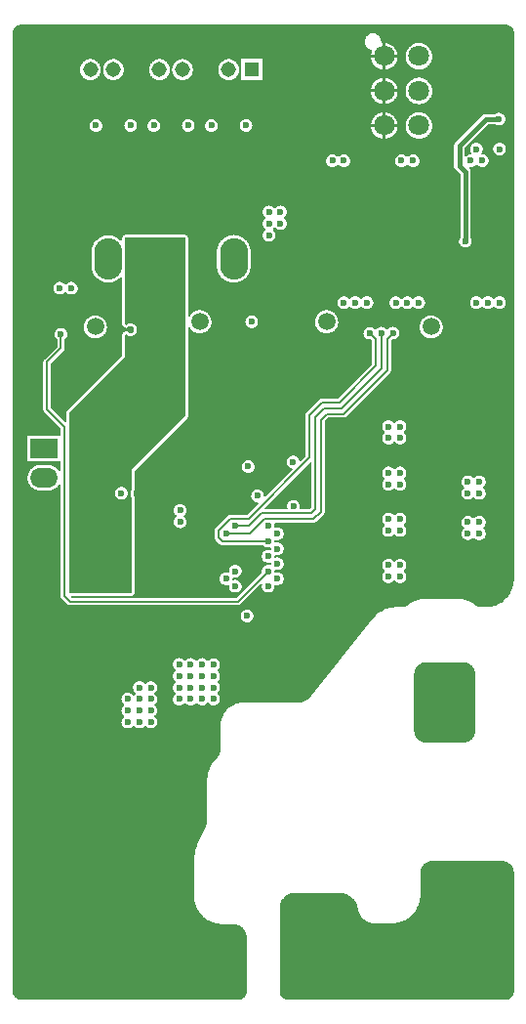
<source format=gbr>
%TF.GenerationSoftware,Altium Limited,Altium Designer,25.6.2 (33)*%
G04 Layer_Physical_Order=4*
G04 Layer_Color=5220458*
%FSLAX45Y45*%
%MOMM*%
%TF.SameCoordinates,4265A882-CCA4-4A53-A555-757F884491BB*%
%TF.FilePolarity,Positive*%
%TF.FileFunction,Copper,L4,Inr,Signal*%
%TF.Part,Single*%
G01*
G75*
%TA.AperFunction,Conductor*%
%ADD22C,0.40000*%
%TA.AperFunction,ComponentPad*%
%ADD26O,2.44000X3.60000*%
%ADD27C,1.50000*%
%ADD28C,1.80000*%
%ADD29C,4.00000*%
%ADD30C,1.30800*%
%ADD31C,5.00000*%
%ADD32R,1.30800X1.30800*%
%ADD33O,2.40000X1.70000*%
%ADD34R,2.40000X1.70000*%
%TA.AperFunction,ViaPad*%
%ADD35C,0.60000*%
%TA.AperFunction,Conductor*%
%ADD36C,0.15000*%
G36*
X2100000Y8475000D02*
X2100000Y8475000D01*
X2100005D01*
X2109223Y8474455D01*
X2111018Y8474278D01*
X2118245Y8472841D01*
X2125297Y8470702D01*
X2132105Y8467882D01*
X2138604Y8464408D01*
X2144732Y8460314D01*
X2150428Y8455639D01*
X2155639Y8450428D01*
X2157146Y8448591D01*
X2166031Y8435294D01*
X2171648Y8421734D01*
X2174511Y8407339D01*
X2174511Y8400001D01*
X2174511Y3659255D01*
X2174215Y3653978D01*
X2172644Y3640038D01*
X2170294Y3626207D01*
X2167172Y3612530D01*
X2163289Y3599050D01*
X2158655Y3585808D01*
X2153287Y3572847D01*
X2147200Y3560208D01*
X2140414Y3547929D01*
X2132950Y3536051D01*
X2124832Y3524610D01*
X2116085Y3513642D01*
X2106737Y3503181D01*
X2096818Y3493261D01*
X2086357Y3483914D01*
X2075389Y3475167D01*
X2063948Y3467049D01*
X2052070Y3459585D01*
X2039791Y3452799D01*
X2027152Y3446712D01*
X2014191Y3441344D01*
X2000949Y3436710D01*
X1987469Y3432827D01*
X1973792Y3429705D01*
X1959961Y3427355D01*
X1946021Y3425784D01*
X1932014Y3424998D01*
X1901508D01*
X1897337Y3424997D01*
X1889024Y3425692D01*
X1880798Y3427077D01*
X1872716Y3429141D01*
X1864834Y3431872D01*
X1857207Y3435249D01*
X1849887Y3439250D01*
X1842926Y3443847D01*
X1839649Y3446426D01*
X1834131Y3450648D01*
X1822754Y3458622D01*
X1810952Y3465952D01*
X1798762Y3472616D01*
X1786219Y3478592D01*
X1773365Y3483861D01*
X1760237Y3488409D01*
X1746877Y3492221D01*
X1733326Y3495284D01*
X1719625Y3497590D01*
X1705818Y3499131D01*
X1691947Y3499903D01*
X1685000Y3499999D01*
X1410000Y3499999D01*
X1410000Y3499999D01*
X1403053Y3499902D01*
X1389182Y3499131D01*
X1375375Y3497590D01*
X1361675Y3495284D01*
X1348124Y3492221D01*
X1334764Y3488410D01*
X1321636Y3483862D01*
X1308782Y3478592D01*
X1296240Y3472617D01*
X1284049Y3465953D01*
X1272247Y3458624D01*
X1260871Y3450649D01*
X1255353Y3446428D01*
X1252076Y3443848D01*
X1245115Y3439252D01*
X1237796Y3435251D01*
X1230168Y3431874D01*
X1222286Y3429144D01*
X1214204Y3427079D01*
X1205978Y3425694D01*
X1197665Y3425000D01*
X1149859D01*
X1149859Y3425000D01*
X1142842Y3424901D01*
X1128831Y3424114D01*
X1114887Y3422542D01*
X1101053Y3420189D01*
X1087372Y3417065D01*
X1073888Y3413177D01*
X1060644Y3408539D01*
X1047681Y3403166D01*
X1035040Y3397073D01*
X1022760Y3390281D01*
X1010881Y3382810D01*
X999440Y3374685D01*
X988473Y3365931D01*
X978014Y3356574D01*
X968097Y3346646D01*
X958752Y3336177D01*
X954304Y3330751D01*
X417333Y2656550D01*
X414709Y2653255D01*
X409100Y2646971D01*
X403147Y2641012D01*
X396870Y2635396D01*
X390287Y2630142D01*
X383419Y2625264D01*
X376289Y2620780D01*
X368918Y2616703D01*
X361331Y2613046D01*
X353550Y2609821D01*
X345600Y2607037D01*
X337507Y2604704D01*
X329295Y2602828D01*
X320991Y2601416D01*
X312621Y2600472D01*
X304211Y2600000D01*
X-170000D01*
Y2600000D01*
X-175609Y2599921D01*
X-186810Y2599292D01*
X-197958Y2598036D01*
X-209018Y2596157D01*
X-219955Y2593660D01*
X-230735Y2590555D01*
X-241324Y2586849D01*
X-251689Y2582556D01*
X-261796Y2577689D01*
X-271615Y2572262D01*
X-281114Y2566294D01*
X-290263Y2559802D01*
X-299034Y2552807D01*
X-307399Y2545332D01*
X-315332Y2537399D01*
X-322807Y2529034D01*
X-329802Y2520263D01*
X-336294Y2511114D01*
X-342262Y2501615D01*
X-347689Y2491796D01*
X-352557Y2481688D01*
X-356850Y2471324D01*
X-360555Y2460735D01*
X-363661Y2449955D01*
X-366157Y2439018D01*
X-368036Y2427958D01*
X-369292Y2416810D01*
X-369921Y2405609D01*
X-370000Y2400000D01*
X-370000Y2200000D01*
X-370001Y2200000D01*
Y2196087D01*
X-370532Y2188279D01*
X-371594Y2180526D01*
X-373180Y2172862D01*
X-375283Y2165325D01*
X-377894Y2157947D01*
X-381000Y2150764D01*
X-384587Y2143809D01*
X-388638Y2137114D01*
X-393136Y2130709D01*
X-398058Y2124625D01*
X-403382Y2118890D01*
X-406233Y2116210D01*
X-410823Y2111783D01*
X-419658Y2102585D01*
X-428012Y2092949D01*
X-435863Y2082900D01*
X-443192Y2072463D01*
X-449980Y2061666D01*
X-456207Y2050537D01*
X-461859Y2039105D01*
X-466921Y2027399D01*
X-471380Y2015451D01*
X-475223Y2003291D01*
X-478441Y1990950D01*
X-481025Y1978462D01*
X-482970Y1965858D01*
X-484269Y1953171D01*
X-484919Y1940435D01*
X-485000Y1934058D01*
Y1611157D01*
X-485001Y1611156D01*
X-485000Y1605474D01*
X-485517Y1594119D01*
X-486549Y1582801D01*
X-488094Y1571541D01*
X-490149Y1560362D01*
X-492710Y1549289D01*
X-495771Y1538343D01*
X-499327Y1527548D01*
X-503369Y1516926D01*
X-507891Y1506498D01*
X-512881Y1496286D01*
X-518330Y1486312D01*
X-521278Y1481454D01*
X-526008Y1473508D01*
X-535058Y1457380D01*
X-543553Y1440953D01*
X-551484Y1424246D01*
X-558840Y1407279D01*
X-565614Y1390071D01*
X-571797Y1372641D01*
X-577382Y1355012D01*
X-582364Y1337202D01*
X-586735Y1319232D01*
X-590492Y1301124D01*
X-593629Y1282898D01*
X-596143Y1264577D01*
X-598031Y1246180D01*
X-599291Y1227729D01*
X-599921Y1209246D01*
X-600000Y1200000D01*
Y930000D01*
X-599902Y922988D01*
X-599116Y908987D01*
X-597545Y895052D01*
X-595196Y881227D01*
X-592076Y867556D01*
X-588194Y854081D01*
X-583562Y840844D01*
X-578196Y827889D01*
X-572112Y815254D01*
X-565328Y802981D01*
X-557868Y791107D01*
X-549753Y779671D01*
X-541010Y768707D01*
X-531665Y758250D01*
X-521750Y748335D01*
X-511293Y738990D01*
X-500329Y730247D01*
X-488893Y722132D01*
X-477019Y714672D01*
X-464746Y707888D01*
X-452111Y701804D01*
X-439156Y696438D01*
X-425919Y691806D01*
X-412444Y687924D01*
X-398773Y684804D01*
X-384948Y682455D01*
X-371013Y680884D01*
X-357012Y680098D01*
X-350000Y680000D01*
X-257500D01*
Y680000D01*
X-252982D01*
X-243973Y679290D01*
X-235048Y677877D01*
X-226261Y675767D01*
X-217666Y672975D01*
X-209318Y669517D01*
X-201266Y665414D01*
X-193561Y660692D01*
X-186250Y655381D01*
X-179378Y649512D01*
X-172988Y643122D01*
X-167120Y636250D01*
X-161808Y628940D01*
X-157086Y621234D01*
X-152984Y613183D01*
X-149525Y604834D01*
X-146733Y596239D01*
X-144623Y587452D01*
X-143210Y578527D01*
X-142501Y569518D01*
X-142500Y99998D01*
X-142501D01*
Y96314D01*
X-143223Y88980D01*
X-144661Y81753D01*
X-146800Y74701D01*
X-149620Y67893D01*
X-153093Y61394D01*
X-157187Y55267D01*
X-161862Y49571D01*
X-167073Y44360D01*
X-172769Y39685D01*
X-178897Y35591D01*
X-185395Y32117D01*
X-192203Y29297D01*
X-199255Y27158D01*
X-206482Y25721D01*
X-208843Y25488D01*
X-2107339D01*
X-2121734Y28351D01*
X-2135294Y33968D01*
X-2147499Y42123D01*
X-2157876Y52501D01*
X-2166031Y64705D01*
X-2171648Y78266D01*
X-2174512Y92661D01*
Y100000D01*
Y8400000D01*
X-2174999Y8402452D01*
Y8403685D01*
X-2174277Y8411018D01*
X-2172839Y8418246D01*
X-2170700Y8425297D01*
X-2167880Y8432105D01*
X-2164407Y8438604D01*
X-2160313Y8444731D01*
X-2155638Y8450428D01*
X-2150427Y8455638D01*
X-2144731Y8460313D01*
X-2138604Y8464407D01*
X-2132105Y8467881D01*
X-2125297Y8470701D01*
X-2118245Y8472840D01*
X-2111018Y8474277D01*
X-2103684Y8475000D01*
X-2100000D01*
X2099999Y8475001D01*
X2100000Y8475000D01*
D02*
G37*
G36*
X1748912Y2949383D02*
X1756674Y2948154D01*
X1764314Y2946319D01*
X1771788Y2943891D01*
X1779048Y2940884D01*
X1786050Y2937317D01*
X1792750Y2933211D01*
X1799107Y2928592D01*
X1805082Y2923489D01*
X1810638Y2917932D01*
X1815742Y2911957D01*
X1820361Y2905600D01*
X1824467Y2898900D01*
X1828034Y2891898D01*
X1831041Y2884638D01*
X1833469Y2877165D01*
X1835304Y2869524D01*
X1836533Y2861763D01*
X1837150Y2853929D01*
Y2850000D01*
Y2353050D01*
Y2349121D01*
X1836533Y2341287D01*
X1835304Y2333526D01*
X1833469Y2325885D01*
X1831041Y2318412D01*
X1828034Y2311152D01*
X1824467Y2304150D01*
X1820361Y2297450D01*
X1815742Y2291093D01*
X1810638Y2285118D01*
X1805082Y2279561D01*
X1799107Y2274458D01*
X1792750Y2269839D01*
X1786050Y2265733D01*
X1779048Y2262166D01*
X1771788Y2259159D01*
X1764314Y2256730D01*
X1756674Y2254896D01*
X1748912Y2253667D01*
X1741079Y2253050D01*
X1406071D01*
X1398237Y2253667D01*
X1390476Y2254896D01*
X1382835Y2256730D01*
X1375361Y2259159D01*
X1368102Y2262166D01*
X1361100Y2265733D01*
X1354400Y2269839D01*
X1348043Y2274458D01*
X1342067Y2279561D01*
X1336511Y2285118D01*
X1331408Y2291093D01*
X1326789Y2297450D01*
X1322683Y2304150D01*
X1319115Y2311152D01*
X1316108Y2318412D01*
X1313680Y2325885D01*
X1311845Y2333526D01*
X1310616Y2341287D01*
X1310000Y2349121D01*
Y2353050D01*
Y2850000D01*
Y2853929D01*
X1310616Y2861763D01*
X1311845Y2869524D01*
X1313680Y2877165D01*
X1316108Y2884638D01*
X1319115Y2891898D01*
X1322683Y2898900D01*
X1326789Y2905600D01*
X1331408Y2911957D01*
X1336511Y2917932D01*
X1342067Y2923489D01*
X1348043Y2928592D01*
X1354400Y2933211D01*
X1361100Y2937317D01*
X1368102Y2940884D01*
X1375361Y2943891D01*
X1382835Y2946319D01*
X1390476Y2948154D01*
X1398237Y2949383D01*
X1406071Y2950000D01*
X1741079D01*
X1748912Y2949383D01*
D02*
G37*
G36*
X2086764Y1226333D02*
X2094525Y1225104D01*
X2102166Y1223270D01*
X2109640Y1220841D01*
X2116899Y1217834D01*
X2123901Y1214267D01*
X2130601Y1210161D01*
X2136958Y1205542D01*
X2142934Y1200439D01*
X2148490Y1194882D01*
X2153594Y1188907D01*
X2158212Y1182550D01*
X2162318Y1175850D01*
X2165886Y1168848D01*
X2168893Y1161588D01*
X2171321Y1154115D01*
X2173156Y1146474D01*
X2174385Y1138713D01*
X2175001Y1130879D01*
Y1126950D01*
Y100000D01*
Y96315D01*
X2174279Y88981D01*
X2172841Y81754D01*
X2170702Y74702D01*
X2167882Y67894D01*
X2164408Y61395D01*
X2160314Y55267D01*
X2155639Y49571D01*
X2150429Y44360D01*
X2144732Y39685D01*
X2138605Y35591D01*
X2132106Y32117D01*
X2125298Y29297D01*
X2118246Y27158D01*
X2111018Y25720D01*
X2103684Y24998D01*
X213816D01*
X206482Y25720D01*
X199255Y27158D01*
X192203Y29297D01*
X185395Y32117D01*
X178896Y35591D01*
X172769Y39685D01*
X167072Y44360D01*
X161862Y49570D01*
X157187Y55267D01*
X153093Y61394D01*
X149619Y67893D01*
X146799Y74701D01*
X144660Y81753D01*
X143222Y88980D01*
X142500Y96314D01*
Y99998D01*
Y822499D01*
Y827509D01*
X143286Y837497D01*
X144853Y847393D01*
X147192Y857135D01*
X150288Y866663D01*
X154122Y875920D01*
X158671Y884847D01*
X163906Y893389D01*
X169795Y901495D01*
X176302Y909113D01*
X183386Y916198D01*
X191005Y922705D01*
X199110Y928594D01*
X207653Y933828D01*
X216580Y938377D01*
X225836Y942211D01*
X235365Y945307D01*
X245107Y947646D01*
X255003Y949213D01*
X264991Y950000D01*
X674974D01*
X684898Y949341D01*
X694757Y948026D01*
X704507Y946061D01*
X714106Y943455D01*
X723511Y940218D01*
X732681Y936366D01*
X741576Y931915D01*
X750156Y926884D01*
X758385Y921296D01*
X766225Y915176D01*
X773642Y908549D01*
X780605Y901446D01*
X787081Y893897D01*
X793044Y885936D01*
X798466Y877597D01*
X803323Y868918D01*
X807595Y859936D01*
X811263Y850690D01*
X814310Y841222D01*
X815517Y836398D01*
X824483Y800552D01*
X824483Y800552D01*
X825769Y795750D01*
X828815Y786287D01*
X832481Y777047D01*
X836751Y768070D01*
X841606Y759395D01*
X847024Y751061D01*
X852984Y743104D01*
X859456Y735559D01*
X866415Y728460D01*
X873829Y721837D01*
X881664Y715720D01*
X889888Y710135D01*
X898464Y705107D01*
X907354Y700658D01*
X916519Y696808D01*
X925919Y693573D01*
X935512Y690969D01*
X945257Y689005D01*
X955111Y687691D01*
X965030Y687032D01*
X970000Y686950D01*
X1112849D01*
X1119861Y687048D01*
X1133862Y687835D01*
X1147797Y689405D01*
X1161622Y691754D01*
X1175293Y694874D01*
X1188769Y698756D01*
X1202005Y703388D01*
X1214960Y708754D01*
X1227595Y714839D01*
X1239868Y721622D01*
X1251742Y729083D01*
X1263179Y737197D01*
X1274142Y745941D01*
X1284599Y755285D01*
X1294514Y765201D01*
X1303859Y775657D01*
X1312602Y786621D01*
X1320717Y798057D01*
X1328177Y809931D01*
X1334961Y822205D01*
X1341045Y834839D01*
X1346412Y847795D01*
X1351043Y861031D01*
X1354925Y874506D01*
X1358046Y888177D01*
X1360395Y902003D01*
X1361965Y915937D01*
X1362751Y929938D01*
X1362849Y936950D01*
Y1126950D01*
Y1130879D01*
X1363466Y1138713D01*
X1364695Y1146474D01*
X1366530Y1154115D01*
X1368958Y1161588D01*
X1371965Y1168848D01*
X1375532Y1175850D01*
X1379638Y1182550D01*
X1384257Y1188907D01*
X1389360Y1194882D01*
X1394917Y1200439D01*
X1400892Y1205542D01*
X1407249Y1210161D01*
X1413949Y1214267D01*
X1420951Y1217834D01*
X1428211Y1220841D01*
X1435684Y1223270D01*
X1443325Y1225104D01*
X1451087Y1226333D01*
X1458920Y1226950D01*
X2078930D01*
X2086764Y1226333D01*
D02*
G37*
%LPC*%
G36*
X1062700Y8314757D02*
Y8212700D01*
X1164757D01*
X1164688Y8213574D01*
X1163270Y8222531D01*
X1161153Y8231348D01*
X1158351Y8239973D01*
X1154880Y8248351D01*
X1150764Y8256430D01*
X1146025Y8264162D01*
X1140695Y8271498D01*
X1134806Y8278394D01*
X1128394Y8284806D01*
X1121498Y8290695D01*
X1114162Y8296025D01*
X1106430Y8300763D01*
X1098351Y8304880D01*
X1089973Y8308351D01*
X1081348Y8311153D01*
X1072531Y8313270D01*
X1063574Y8314688D01*
X1062700Y8314757D01*
D02*
G37*
G36*
X955488Y8399000D02*
X948512D01*
X941569Y8398316D01*
X934728Y8396955D01*
X928052Y8394930D01*
X921607Y8392260D01*
X915455Y8388972D01*
X909654Y8385096D01*
X904262Y8380671D01*
X899329Y8375738D01*
X894903Y8370345D01*
X891028Y8364545D01*
X887739Y8358393D01*
X885070Y8351948D01*
X883045Y8345272D01*
X881684Y8338430D01*
X881000Y8331488D01*
Y8324512D01*
X881684Y8317569D01*
X883045Y8310728D01*
X885070Y8304052D01*
X887739Y8297607D01*
X891028Y8291455D01*
X894903Y8285654D01*
X899329Y8280262D01*
X904262Y8275329D01*
X909654Y8270903D01*
X915455Y8267028D01*
X921607Y8263739D01*
X928052Y8261070D01*
X934728Y8259045D01*
X938920Y8258211D01*
X943856Y8251300D01*
X944696Y8247327D01*
X941649Y8239973D01*
X938847Y8231348D01*
X936730Y8222531D01*
X935312Y8213574D01*
X935243Y8212700D01*
X1037300D01*
Y8314757D01*
X1036426Y8314688D01*
X1031793Y8313954D01*
X1029731Y8314741D01*
X1024109Y8319855D01*
X1022795Y8322432D01*
X1023000Y8324512D01*
Y8331488D01*
X1022316Y8338430D01*
X1020955Y8345272D01*
X1018930Y8351948D01*
X1016260Y8358393D01*
X1012972Y8364545D01*
X1009096Y8370345D01*
X1004671Y8375738D01*
X999738Y8380671D01*
X994345Y8385096D01*
X988545Y8388972D01*
X982393Y8392260D01*
X975948Y8394930D01*
X969272Y8396955D01*
X962430Y8398316D01*
X955488Y8399000D01*
D02*
G37*
G36*
X1037300Y8187300D02*
X935243D01*
X935312Y8186426D01*
X936730Y8177469D01*
X938847Y8168651D01*
X941649Y8160027D01*
X945120Y8151649D01*
X949236Y8143569D01*
X953974Y8135838D01*
X959304Y8128501D01*
X965194Y8121606D01*
X971606Y8115194D01*
X978501Y8109304D01*
X985838Y8103974D01*
X993570Y8099236D01*
X1001649Y8095119D01*
X1010027Y8091649D01*
X1018652Y8088847D01*
X1027469Y8086730D01*
X1036426Y8085311D01*
X1037300Y8085243D01*
Y8187300D01*
D02*
G37*
G36*
X1164757D02*
X1062700D01*
Y8085243D01*
X1063574Y8085311D01*
X1072531Y8086730D01*
X1081348Y8088847D01*
X1089973Y8091649D01*
X1098351Y8095119D01*
X1106430Y8099236D01*
X1114162Y8103974D01*
X1121498Y8109304D01*
X1128394Y8115194D01*
X1134806Y8121606D01*
X1140695Y8128501D01*
X1146025Y8135838D01*
X1150764Y8143569D01*
X1154880Y8151649D01*
X1158351Y8160027D01*
X1161153Y8168651D01*
X1163270Y8177469D01*
X1164688Y8186426D01*
X1164757Y8187300D01*
D02*
G37*
G36*
X1354518Y8315000D02*
X1345481D01*
X1336473Y8314290D01*
X1327547Y8312877D01*
X1318760Y8310767D01*
X1310166Y8307975D01*
X1301817Y8304517D01*
X1293765Y8300414D01*
X1286060Y8295692D01*
X1278749Y8290381D01*
X1271878Y8284512D01*
X1265488Y8278122D01*
X1259619Y8271250D01*
X1254307Y8263940D01*
X1249586Y8256234D01*
X1245483Y8248183D01*
X1242025Y8239834D01*
X1239232Y8231240D01*
X1237123Y8222452D01*
X1235709Y8213527D01*
X1235000Y8204518D01*
Y8195481D01*
X1235709Y8186473D01*
X1237123Y8177547D01*
X1239232Y8168760D01*
X1242025Y8160166D01*
X1245483Y8151817D01*
X1249586Y8143765D01*
X1254307Y8136060D01*
X1259619Y8128749D01*
X1265488Y8121878D01*
X1271878Y8115488D01*
X1278749Y8109619D01*
X1286060Y8104307D01*
X1293765Y8099586D01*
X1301817Y8095483D01*
X1310166Y8092025D01*
X1318760Y8089232D01*
X1327547Y8087123D01*
X1336473Y8085709D01*
X1345481Y8085000D01*
X1354518D01*
X1363527Y8085709D01*
X1372452Y8087123D01*
X1381240Y8089232D01*
X1389834Y8092025D01*
X1398183Y8095483D01*
X1406234Y8099586D01*
X1413940Y8104307D01*
X1421250Y8109619D01*
X1428122Y8115488D01*
X1434512Y8121878D01*
X1440381Y8128749D01*
X1445692Y8136060D01*
X1450414Y8143765D01*
X1454517Y8151817D01*
X1457975Y8160166D01*
X1460767Y8168760D01*
X1462877Y8177547D01*
X1464290Y8186473D01*
X1465000Y8195481D01*
Y8204518D01*
X1464290Y8213527D01*
X1462877Y8222452D01*
X1460767Y8231240D01*
X1457975Y8239834D01*
X1454517Y8248183D01*
X1450414Y8256234D01*
X1445692Y8263940D01*
X1440381Y8271250D01*
X1434512Y8278122D01*
X1428122Y8284512D01*
X1421250Y8290381D01*
X1413940Y8295692D01*
X1406234Y8300414D01*
X1398183Y8304517D01*
X1389834Y8307975D01*
X1381240Y8310767D01*
X1372452Y8312877D01*
X1363527Y8314290D01*
X1354518Y8315000D01*
D02*
G37*
G36*
X-9600Y8175400D02*
X-190400D01*
Y7994600D01*
X-9600D01*
Y8175400D01*
D02*
G37*
G36*
X-296053D02*
X-303947D01*
X-311811Y8174712D01*
X-319585Y8173341D01*
X-327210Y8171298D01*
X-334627Y8168598D01*
X-341782Y8165262D01*
X-348618Y8161315D01*
X-355084Y8156787D01*
X-361131Y8151713D01*
X-366713Y8146131D01*
X-371787Y8140084D01*
X-376315Y8133618D01*
X-380262Y8126782D01*
X-383598Y8119627D01*
X-386298Y8112210D01*
X-388341Y8104585D01*
X-389712Y8096811D01*
X-390400Y8088947D01*
Y8081053D01*
X-389712Y8073189D01*
X-388341Y8065415D01*
X-386298Y8057790D01*
X-383598Y8050372D01*
X-380262Y8043218D01*
X-376315Y8036382D01*
X-371787Y8029915D01*
X-366713Y8023868D01*
X-361131Y8018286D01*
X-355084Y8013213D01*
X-348618Y8008685D01*
X-341782Y8004738D01*
X-334627Y8001402D01*
X-327210Y7998702D01*
X-319585Y7996659D01*
X-311811Y7995288D01*
X-303947Y7994600D01*
X-296053D01*
X-288189Y7995288D01*
X-280415Y7996659D01*
X-272790Y7998702D01*
X-265372Y8001402D01*
X-258218Y8004738D01*
X-251382Y8008685D01*
X-244915Y8013213D01*
X-238868Y8018286D01*
X-233287Y8023868D01*
X-228213Y8029915D01*
X-223685Y8036382D01*
X-219738Y8043218D01*
X-216402Y8050372D01*
X-213702Y8057790D01*
X-211659Y8065415D01*
X-210288Y8073189D01*
X-209600Y8081053D01*
Y8088947D01*
X-210288Y8096811D01*
X-211659Y8104585D01*
X-213702Y8112210D01*
X-216402Y8119627D01*
X-219738Y8126782D01*
X-223685Y8133618D01*
X-228213Y8140084D01*
X-233287Y8146131D01*
X-238868Y8151713D01*
X-244915Y8156787D01*
X-251382Y8161315D01*
X-258218Y8165262D01*
X-265372Y8168598D01*
X-272790Y8171298D01*
X-280415Y8173341D01*
X-288189Y8174712D01*
X-296053Y8175400D01*
D02*
G37*
G36*
X-696053D02*
X-703947D01*
X-711811Y8174712D01*
X-719585Y8173341D01*
X-727210Y8171298D01*
X-734627Y8168598D01*
X-741782Y8165262D01*
X-748618Y8161315D01*
X-755084Y8156787D01*
X-761131Y8151713D01*
X-766713Y8146131D01*
X-771787Y8140084D01*
X-776315Y8133618D01*
X-780262Y8126782D01*
X-783598Y8119627D01*
X-786298Y8112210D01*
X-788341Y8104585D01*
X-789712Y8096811D01*
X-790400Y8088947D01*
Y8081053D01*
X-789712Y8073189D01*
X-788341Y8065415D01*
X-786298Y8057790D01*
X-783598Y8050372D01*
X-780262Y8043218D01*
X-776315Y8036382D01*
X-771787Y8029915D01*
X-766713Y8023868D01*
X-761131Y8018286D01*
X-755084Y8013213D01*
X-748618Y8008685D01*
X-741782Y8004738D01*
X-734627Y8001402D01*
X-727210Y7998702D01*
X-719585Y7996659D01*
X-711811Y7995288D01*
X-703947Y7994600D01*
X-696053D01*
X-688189Y7995288D01*
X-680415Y7996659D01*
X-672790Y7998702D01*
X-665372Y8001402D01*
X-658218Y8004738D01*
X-651382Y8008685D01*
X-644915Y8013213D01*
X-638868Y8018286D01*
X-633287Y8023868D01*
X-628213Y8029915D01*
X-623685Y8036382D01*
X-619738Y8043218D01*
X-616402Y8050372D01*
X-613702Y8057790D01*
X-611659Y8065415D01*
X-610288Y8073189D01*
X-609600Y8081053D01*
Y8088947D01*
X-610288Y8096811D01*
X-611659Y8104585D01*
X-613702Y8112210D01*
X-616402Y8119627D01*
X-619738Y8126782D01*
X-623685Y8133618D01*
X-628213Y8140084D01*
X-633287Y8146131D01*
X-638868Y8151713D01*
X-644915Y8156787D01*
X-651382Y8161315D01*
X-658218Y8165262D01*
X-665372Y8168598D01*
X-672790Y8171298D01*
X-680415Y8173341D01*
X-688189Y8174712D01*
X-696053Y8175400D01*
D02*
G37*
G36*
X-896053D02*
X-903947D01*
X-911811Y8174712D01*
X-919585Y8173341D01*
X-927210Y8171298D01*
X-934628Y8168598D01*
X-941782Y8165262D01*
X-948618Y8161315D01*
X-955084Y8156787D01*
X-961131Y8151713D01*
X-966713Y8146131D01*
X-971787Y8140084D01*
X-976315Y8133618D01*
X-980262Y8126782D01*
X-983598Y8119627D01*
X-986298Y8112210D01*
X-988341Y8104585D01*
X-989712Y8096811D01*
X-990400Y8088947D01*
Y8081053D01*
X-989712Y8073189D01*
X-988341Y8065415D01*
X-986298Y8057790D01*
X-983598Y8050372D01*
X-980262Y8043218D01*
X-976315Y8036382D01*
X-971787Y8029915D01*
X-966713Y8023868D01*
X-961131Y8018286D01*
X-955084Y8013213D01*
X-948618Y8008685D01*
X-941782Y8004738D01*
X-934628Y8001402D01*
X-927210Y7998702D01*
X-919585Y7996659D01*
X-911811Y7995288D01*
X-903947Y7994600D01*
X-896053D01*
X-888189Y7995288D01*
X-880415Y7996659D01*
X-872790Y7998702D01*
X-865372Y8001402D01*
X-858218Y8004738D01*
X-851382Y8008685D01*
X-844916Y8013213D01*
X-838869Y8018286D01*
X-833287Y8023868D01*
X-828213Y8029915D01*
X-823685Y8036382D01*
X-819738Y8043218D01*
X-816402Y8050372D01*
X-813702Y8057790D01*
X-811659Y8065415D01*
X-810288Y8073189D01*
X-809600Y8081053D01*
Y8088947D01*
X-810288Y8096811D01*
X-811659Y8104585D01*
X-813702Y8112210D01*
X-816402Y8119627D01*
X-819738Y8126782D01*
X-823685Y8133618D01*
X-828213Y8140084D01*
X-833287Y8146131D01*
X-838869Y8151713D01*
X-844916Y8156787D01*
X-851382Y8161315D01*
X-858218Y8165262D01*
X-865372Y8168598D01*
X-872790Y8171298D01*
X-880415Y8173341D01*
X-888189Y8174712D01*
X-896053Y8175400D01*
D02*
G37*
G36*
X-1296053D02*
X-1303947D01*
X-1311811Y8174712D01*
X-1319585Y8173341D01*
X-1327210Y8171298D01*
X-1334628Y8168598D01*
X-1341782Y8165262D01*
X-1348618Y8161315D01*
X-1355084Y8156787D01*
X-1361131Y8151713D01*
X-1366713Y8146131D01*
X-1371787Y8140084D01*
X-1376315Y8133618D01*
X-1380262Y8126782D01*
X-1383598Y8119627D01*
X-1386298Y8112210D01*
X-1388341Y8104585D01*
X-1389712Y8096811D01*
X-1390400Y8088947D01*
Y8081053D01*
X-1389712Y8073189D01*
X-1388341Y8065415D01*
X-1386298Y8057790D01*
X-1383598Y8050372D01*
X-1380262Y8043218D01*
X-1376315Y8036382D01*
X-1371787Y8029915D01*
X-1366713Y8023868D01*
X-1361131Y8018286D01*
X-1355084Y8013213D01*
X-1348618Y8008685D01*
X-1341782Y8004738D01*
X-1334628Y8001402D01*
X-1327210Y7998702D01*
X-1319585Y7996659D01*
X-1311811Y7995288D01*
X-1303947Y7994600D01*
X-1296053D01*
X-1288189Y7995288D01*
X-1280415Y7996659D01*
X-1272790Y7998702D01*
X-1265372Y8001402D01*
X-1258218Y8004738D01*
X-1251382Y8008685D01*
X-1244915Y8013213D01*
X-1238868Y8018286D01*
X-1233287Y8023868D01*
X-1228213Y8029915D01*
X-1223685Y8036382D01*
X-1219738Y8043218D01*
X-1216402Y8050372D01*
X-1213702Y8057790D01*
X-1211659Y8065415D01*
X-1210288Y8073189D01*
X-1209600Y8081053D01*
Y8088947D01*
X-1210288Y8096811D01*
X-1211659Y8104585D01*
X-1213702Y8112210D01*
X-1216402Y8119627D01*
X-1219738Y8126782D01*
X-1223685Y8133618D01*
X-1228213Y8140084D01*
X-1233287Y8146131D01*
X-1238868Y8151713D01*
X-1244915Y8156787D01*
X-1251382Y8161315D01*
X-1258218Y8165262D01*
X-1265372Y8168598D01*
X-1272790Y8171298D01*
X-1280415Y8173341D01*
X-1288189Y8174712D01*
X-1296053Y8175400D01*
D02*
G37*
G36*
X-1496053D02*
X-1503947D01*
X-1511811Y8174712D01*
X-1519585Y8173341D01*
X-1527210Y8171298D01*
X-1534628Y8168598D01*
X-1541782Y8165262D01*
X-1548618Y8161315D01*
X-1555085Y8156787D01*
X-1561131Y8151713D01*
X-1566713Y8146131D01*
X-1571787Y8140084D01*
X-1576315Y8133618D01*
X-1580262Y8126782D01*
X-1583598Y8119627D01*
X-1586298Y8112210D01*
X-1588341Y8104585D01*
X-1589712Y8096811D01*
X-1590400Y8088947D01*
Y8081053D01*
X-1589712Y8073189D01*
X-1588341Y8065415D01*
X-1586298Y8057790D01*
X-1583598Y8050372D01*
X-1580262Y8043218D01*
X-1576315Y8036382D01*
X-1571787Y8029915D01*
X-1566713Y8023868D01*
X-1561131Y8018286D01*
X-1555085Y8013213D01*
X-1548618Y8008685D01*
X-1541782Y8004738D01*
X-1534628Y8001402D01*
X-1527210Y7998702D01*
X-1519585Y7996659D01*
X-1511811Y7995288D01*
X-1503947Y7994600D01*
X-1496053D01*
X-1488189Y7995288D01*
X-1480415Y7996659D01*
X-1472790Y7998702D01*
X-1465372Y8001402D01*
X-1458218Y8004738D01*
X-1451382Y8008685D01*
X-1444916Y8013213D01*
X-1438869Y8018286D01*
X-1433287Y8023868D01*
X-1428213Y8029915D01*
X-1423685Y8036382D01*
X-1419738Y8043218D01*
X-1416402Y8050372D01*
X-1413702Y8057790D01*
X-1411659Y8065415D01*
X-1410288Y8073189D01*
X-1409600Y8081053D01*
Y8088947D01*
X-1410288Y8096811D01*
X-1411659Y8104585D01*
X-1413702Y8112210D01*
X-1416402Y8119627D01*
X-1419738Y8126782D01*
X-1423685Y8133618D01*
X-1428213Y8140084D01*
X-1433287Y8146131D01*
X-1438869Y8151713D01*
X-1444916Y8156787D01*
X-1451382Y8161315D01*
X-1458218Y8165262D01*
X-1465372Y8168598D01*
X-1472790Y8171298D01*
X-1480415Y8173341D01*
X-1488189Y8174712D01*
X-1496053Y8175400D01*
D02*
G37*
G36*
X1062700Y8014757D02*
Y7912700D01*
X1164757D01*
X1164688Y7913574D01*
X1163269Y7922531D01*
X1161153Y7931348D01*
X1158350Y7939973D01*
X1154880Y7948351D01*
X1150763Y7956430D01*
X1146025Y7964162D01*
X1140695Y7971498D01*
X1134806Y7978394D01*
X1128394Y7984806D01*
X1121498Y7990695D01*
X1114162Y7996025D01*
X1106430Y8000764D01*
X1098350Y8004880D01*
X1089972Y8008351D01*
X1081348Y8011153D01*
X1072530Y8013270D01*
X1063574Y8014688D01*
X1062700Y8014757D01*
D02*
G37*
G36*
X1037300D02*
X1036425Y8014688D01*
X1027469Y8013270D01*
X1018651Y8011153D01*
X1010027Y8008351D01*
X1001649Y8004880D01*
X993569Y8000764D01*
X985838Y7996025D01*
X978501Y7990695D01*
X971606Y7984806D01*
X965194Y7978394D01*
X959304Y7971498D01*
X953974Y7964162D01*
X949236Y7956430D01*
X945119Y7948351D01*
X941649Y7939973D01*
X938847Y7931348D01*
X936730Y7922531D01*
X935311Y7913574D01*
X935242Y7912700D01*
X1037300D01*
Y8014757D01*
D02*
G37*
G36*
X1164757Y7887300D02*
X1062700D01*
Y7785243D01*
X1063574Y7785312D01*
X1072530Y7786730D01*
X1081348Y7788847D01*
X1089972Y7791649D01*
X1098350Y7795120D01*
X1106430Y7799236D01*
X1114162Y7803974D01*
X1121498Y7809304D01*
X1128394Y7815194D01*
X1134806Y7821606D01*
X1140695Y7828501D01*
X1146025Y7835838D01*
X1150763Y7843570D01*
X1154880Y7851649D01*
X1158350Y7860027D01*
X1161153Y7868652D01*
X1163269Y7877469D01*
X1164688Y7886426D01*
X1164757Y7887300D01*
D02*
G37*
G36*
X1037300D02*
X935242D01*
X935311Y7886426D01*
X936730Y7877469D01*
X938847Y7868652D01*
X941649Y7860027D01*
X945119Y7851649D01*
X949236Y7843570D01*
X953974Y7835838D01*
X959304Y7828501D01*
X965194Y7821606D01*
X971606Y7815194D01*
X978501Y7809304D01*
X985838Y7803974D01*
X993569Y7799236D01*
X1001649Y7795120D01*
X1010027Y7791649D01*
X1018651Y7788847D01*
X1027469Y7786730D01*
X1036425Y7785312D01*
X1037300Y7785243D01*
Y7887300D01*
D02*
G37*
G36*
X1354518Y8015000D02*
X1345482D01*
X1336473Y8014291D01*
X1327548Y8012877D01*
X1318760Y8010767D01*
X1310166Y8007975D01*
X1301817Y8004517D01*
X1293766Y8000414D01*
X1286060Y7995692D01*
X1278750Y7990381D01*
X1271878Y7984512D01*
X1265488Y7978122D01*
X1259619Y7971251D01*
X1254308Y7963940D01*
X1249586Y7956235D01*
X1245483Y7948183D01*
X1242025Y7939834D01*
X1239233Y7931240D01*
X1237123Y7922453D01*
X1235709Y7913527D01*
X1235000Y7904518D01*
Y7895482D01*
X1235709Y7886473D01*
X1237123Y7877547D01*
X1239233Y7868760D01*
X1242025Y7860166D01*
X1245483Y7851817D01*
X1249586Y7843765D01*
X1254308Y7836060D01*
X1259619Y7828749D01*
X1265488Y7821878D01*
X1271878Y7815488D01*
X1278750Y7809619D01*
X1286060Y7804307D01*
X1293766Y7799586D01*
X1301817Y7795483D01*
X1310166Y7792025D01*
X1318760Y7789233D01*
X1327548Y7787123D01*
X1336473Y7785709D01*
X1345482Y7785000D01*
X1354518D01*
X1363527Y7785709D01*
X1372453Y7787123D01*
X1381240Y7789233D01*
X1389834Y7792025D01*
X1398183Y7795483D01*
X1406235Y7799586D01*
X1413940Y7804307D01*
X1421251Y7809619D01*
X1428122Y7815488D01*
X1434512Y7821878D01*
X1440381Y7828749D01*
X1445693Y7836060D01*
X1450414Y7843765D01*
X1454517Y7851817D01*
X1457975Y7860166D01*
X1460767Y7868760D01*
X1462877Y7877547D01*
X1464291Y7886473D01*
X1465000Y7895482D01*
Y7904518D01*
X1464291Y7913527D01*
X1462877Y7922453D01*
X1460767Y7931240D01*
X1457975Y7939834D01*
X1454517Y7948183D01*
X1450414Y7956235D01*
X1445693Y7963940D01*
X1440381Y7971251D01*
X1434512Y7978122D01*
X1428122Y7984512D01*
X1421251Y7990381D01*
X1413940Y7995692D01*
X1406235Y8000414D01*
X1398183Y8004517D01*
X1389834Y8007975D01*
X1381240Y8010767D01*
X1372453Y8012877D01*
X1363527Y8014291D01*
X1354518Y8015000D01*
D02*
G37*
G36*
X1062700Y7714757D02*
Y7612700D01*
X1164757D01*
X1164688Y7613574D01*
X1163270Y7622531D01*
X1161153Y7631348D01*
X1158351Y7639973D01*
X1154880Y7648351D01*
X1150764Y7656430D01*
X1146025Y7664162D01*
X1140695Y7671498D01*
X1134806Y7678394D01*
X1128394Y7684806D01*
X1121498Y7690696D01*
X1114162Y7696026D01*
X1106430Y7700764D01*
X1098351Y7704880D01*
X1089973Y7708351D01*
X1081348Y7711153D01*
X1072531Y7713270D01*
X1063574Y7714688D01*
X1062700Y7714757D01*
D02*
G37*
G36*
X1037300D02*
X1036426Y7714688D01*
X1027469Y7713270D01*
X1018652Y7711153D01*
X1010027Y7708351D01*
X1001649Y7704880D01*
X993570Y7700764D01*
X985838Y7696026D01*
X978501Y7690696D01*
X971606Y7684806D01*
X965194Y7678394D01*
X959304Y7671498D01*
X953974Y7664162D01*
X949236Y7656430D01*
X945120Y7648351D01*
X941649Y7639973D01*
X938847Y7631348D01*
X936730Y7622531D01*
X935312Y7613574D01*
X935243Y7612700D01*
X1037300D01*
Y7714757D01*
D02*
G37*
G36*
X2048089Y7710000D02*
X2041911D01*
X2035773Y7709308D01*
X2029750Y7707934D01*
X2023919Y7705893D01*
X2018354Y7703213D01*
X2013393Y7700096D01*
X1930000D01*
X1924114Y7699711D01*
X1918328Y7698560D01*
X1912742Y7696664D01*
X1907452Y7694054D01*
X1902547Y7690777D01*
X1898112Y7686888D01*
X1668112Y7456888D01*
X1664222Y7452453D01*
X1660945Y7447548D01*
X1658336Y7442258D01*
X1656440Y7436672D01*
X1655289Y7430886D01*
X1654903Y7425000D01*
Y7250000D01*
X1655289Y7244114D01*
X1656440Y7238328D01*
X1658336Y7232742D01*
X1660945Y7227452D01*
X1664222Y7222547D01*
X1668112Y7218112D01*
X1708904Y7177320D01*
Y6629606D01*
X1705787Y6624646D01*
X1703107Y6619080D01*
X1701066Y6613250D01*
X1699692Y6607227D01*
X1699000Y6601088D01*
Y6594911D01*
X1699692Y6588772D01*
X1701066Y6582750D01*
X1703107Y6576919D01*
X1705787Y6571353D01*
X1709074Y6566123D01*
X1712925Y6561293D01*
X1717293Y6556925D01*
X1722123Y6553073D01*
X1727354Y6549787D01*
X1732919Y6547107D01*
X1738750Y6545066D01*
X1744773Y6543692D01*
X1750911Y6543000D01*
X1757089D01*
X1763227Y6543692D01*
X1769250Y6545066D01*
X1775081Y6547107D01*
X1780646Y6549787D01*
X1785877Y6553073D01*
X1790707Y6556925D01*
X1795075Y6561293D01*
X1798927Y6566123D01*
X1802213Y6571353D01*
X1804893Y6576919D01*
X1806934Y6582750D01*
X1808308Y6588772D01*
X1809000Y6594911D01*
Y6601088D01*
X1808308Y6607227D01*
X1806934Y6613250D01*
X1804893Y6619080D01*
X1802213Y6624646D01*
X1799096Y6629606D01*
Y7196000D01*
X1798711Y7201886D01*
X1797560Y7207672D01*
X1795664Y7213258D01*
X1793055Y7218548D01*
X1789777Y7223453D01*
X1785888Y7227888D01*
X1784080Y7229696D01*
X1784330Y7231905D01*
X1790773Y7240692D01*
X1796911Y7240000D01*
X1803089D01*
X1809227Y7240692D01*
X1815250Y7242066D01*
X1821081Y7244107D01*
X1826646Y7246787D01*
X1831877Y7250073D01*
X1836707Y7253925D01*
X1841075Y7258293D01*
X1843996Y7261957D01*
X1850000Y7262936D01*
X1856004Y7261957D01*
X1858925Y7258293D01*
X1863293Y7253925D01*
X1868123Y7250074D01*
X1873354Y7246787D01*
X1878919Y7244107D01*
X1884750Y7242067D01*
X1890773Y7240692D01*
X1896911Y7240000D01*
X1903089D01*
X1909227Y7240692D01*
X1915250Y7242067D01*
X1921081Y7244107D01*
X1926646Y7246787D01*
X1931877Y7250074D01*
X1936707Y7253925D01*
X1941075Y7258293D01*
X1944927Y7263123D01*
X1948213Y7268354D01*
X1950893Y7273919D01*
X1952934Y7279750D01*
X1954308Y7285773D01*
X1955000Y7291912D01*
Y7298089D01*
X1954308Y7304227D01*
X1952934Y7310250D01*
X1950893Y7316081D01*
X1948213Y7321647D01*
X1944927Y7326877D01*
X1941075Y7331707D01*
X1936707Y7336075D01*
X1931877Y7339927D01*
X1926646Y7343213D01*
X1921081Y7345893D01*
X1915250Y7347934D01*
X1909227Y7349308D01*
X1903089Y7350000D01*
X1896924D01*
X1896881Y7350043D01*
X1893219Y7355247D01*
X1892050Y7359516D01*
X1894927Y7363123D01*
X1898213Y7368354D01*
X1900893Y7373919D01*
X1902934Y7379750D01*
X1904308Y7385773D01*
X1905000Y7391911D01*
Y7398089D01*
X1904308Y7404227D01*
X1902934Y7410250D01*
X1900893Y7416081D01*
X1898213Y7421646D01*
X1894927Y7426877D01*
X1891075Y7431707D01*
X1886707Y7436075D01*
X1881877Y7439926D01*
X1876646Y7443213D01*
X1871081Y7445893D01*
X1865250Y7447934D01*
X1859227Y7449308D01*
X1853089Y7450000D01*
X1846911D01*
X1840773Y7449308D01*
X1834750Y7447934D01*
X1828919Y7445893D01*
X1823354Y7443213D01*
X1818123Y7439926D01*
X1813293Y7436075D01*
X1808925Y7431707D01*
X1805074Y7426877D01*
X1801787Y7421646D01*
X1799107Y7416081D01*
X1797067Y7410250D01*
X1795692Y7404227D01*
X1795000Y7398089D01*
Y7391911D01*
X1795692Y7385773D01*
X1797067Y7379750D01*
X1799107Y7373919D01*
X1801787Y7368354D01*
X1805074Y7363123D01*
X1807951Y7359515D01*
X1806782Y7355248D01*
X1803117Y7350041D01*
X1803076Y7350000D01*
X1796911D01*
X1790773Y7349308D01*
X1784750Y7347933D01*
X1778919Y7345893D01*
X1773354Y7343213D01*
X1768123Y7339926D01*
X1763293Y7336075D01*
X1758925Y7331707D01*
X1755073Y7326877D01*
X1745096Y7329794D01*
Y7406320D01*
X1948680Y7609904D01*
X2013393D01*
X2018354Y7606787D01*
X2023919Y7604107D01*
X2029750Y7602066D01*
X2035773Y7600692D01*
X2041911Y7600000D01*
X2048089D01*
X2054227Y7600692D01*
X2060250Y7602066D01*
X2066081Y7604107D01*
X2071646Y7606787D01*
X2076877Y7610073D01*
X2081707Y7613925D01*
X2086075Y7618293D01*
X2089926Y7623123D01*
X2093213Y7628354D01*
X2095893Y7633919D01*
X2097934Y7639750D01*
X2099308Y7645773D01*
X2100000Y7651911D01*
Y7658089D01*
X2099308Y7664227D01*
X2097934Y7670250D01*
X2095893Y7676081D01*
X2093213Y7681646D01*
X2089926Y7686877D01*
X2086075Y7691707D01*
X2081707Y7696075D01*
X2076877Y7699926D01*
X2071646Y7703213D01*
X2066081Y7705893D01*
X2060250Y7707934D01*
X2054227Y7709308D01*
X2048089Y7710000D01*
D02*
G37*
G36*
X-146911Y7655000D02*
X-153088D01*
X-159227Y7654308D01*
X-165250Y7652934D01*
X-171080Y7650893D01*
X-176646Y7648213D01*
X-181877Y7644927D01*
X-186707Y7641075D01*
X-191075Y7636707D01*
X-194926Y7631877D01*
X-198213Y7626646D01*
X-200893Y7621081D01*
X-202933Y7615250D01*
X-204308Y7609227D01*
X-205000Y7603089D01*
Y7596911D01*
X-204308Y7590773D01*
X-202933Y7584750D01*
X-200893Y7578919D01*
X-198213Y7573354D01*
X-194926Y7568123D01*
X-191075Y7563293D01*
X-186707Y7558925D01*
X-181877Y7555074D01*
X-176646Y7551787D01*
X-171080Y7549107D01*
X-165250Y7547066D01*
X-159227Y7545692D01*
X-153088Y7545000D01*
X-146911D01*
X-140772Y7545692D01*
X-134750Y7547066D01*
X-128919Y7549107D01*
X-123353Y7551787D01*
X-118123Y7555074D01*
X-113293Y7558925D01*
X-108925Y7563293D01*
X-105073Y7568123D01*
X-101787Y7573354D01*
X-99106Y7578919D01*
X-97066Y7584750D01*
X-95691Y7590773D01*
X-95000Y7596911D01*
Y7603089D01*
X-95691Y7609227D01*
X-97066Y7615250D01*
X-99106Y7621081D01*
X-101787Y7626646D01*
X-105073Y7631877D01*
X-108925Y7636707D01*
X-113293Y7641075D01*
X-118123Y7644927D01*
X-123353Y7648213D01*
X-128919Y7650893D01*
X-134750Y7652934D01*
X-140772Y7654308D01*
X-146911Y7655000D01*
D02*
G37*
G36*
X-446911D02*
X-453089D01*
X-459227Y7654308D01*
X-465250Y7652934D01*
X-471081Y7650893D01*
X-476646Y7648213D01*
X-481877Y7644927D01*
X-486707Y7641075D01*
X-491075Y7636707D01*
X-494927Y7631877D01*
X-498213Y7626646D01*
X-500893Y7621081D01*
X-502934Y7615250D01*
X-504308Y7609227D01*
X-505000Y7603089D01*
Y7596911D01*
X-504308Y7590773D01*
X-502934Y7584750D01*
X-500893Y7578919D01*
X-498213Y7573354D01*
X-494927Y7568123D01*
X-491075Y7563293D01*
X-486707Y7558925D01*
X-481877Y7555074D01*
X-476646Y7551787D01*
X-471081Y7549107D01*
X-465250Y7547066D01*
X-459227Y7545692D01*
X-453089Y7545000D01*
X-446911D01*
X-440773Y7545692D01*
X-434750Y7547066D01*
X-428919Y7549107D01*
X-423354Y7551787D01*
X-418123Y7555074D01*
X-413293Y7558925D01*
X-408925Y7563293D01*
X-405074Y7568123D01*
X-401787Y7573354D01*
X-399107Y7578919D01*
X-397067Y7584750D01*
X-395692Y7590773D01*
X-395000Y7596911D01*
Y7603089D01*
X-395692Y7609227D01*
X-397067Y7615250D01*
X-399107Y7621081D01*
X-401787Y7626646D01*
X-405074Y7631877D01*
X-408925Y7636707D01*
X-413293Y7641075D01*
X-418123Y7644927D01*
X-423354Y7648213D01*
X-428919Y7650893D01*
X-434750Y7652934D01*
X-440773Y7654308D01*
X-446911Y7655000D01*
D02*
G37*
G36*
X-646911D02*
X-653088D01*
X-659227Y7654308D01*
X-665250Y7652934D01*
X-671080Y7650893D01*
X-676646Y7648213D01*
X-681877Y7644927D01*
X-686707Y7641075D01*
X-691075Y7636707D01*
X-694926Y7631877D01*
X-698213Y7626646D01*
X-700893Y7621081D01*
X-702933Y7615250D01*
X-704308Y7609227D01*
X-705000Y7603089D01*
Y7596911D01*
X-704308Y7590773D01*
X-702933Y7584750D01*
X-700893Y7578919D01*
X-698213Y7573354D01*
X-694926Y7568123D01*
X-691075Y7563293D01*
X-686707Y7558925D01*
X-681877Y7555074D01*
X-676646Y7551787D01*
X-671080Y7549107D01*
X-665250Y7547066D01*
X-659227Y7545692D01*
X-653088Y7545000D01*
X-646911D01*
X-640772Y7545692D01*
X-634750Y7547066D01*
X-628919Y7549107D01*
X-623353Y7551787D01*
X-618123Y7555074D01*
X-613293Y7558925D01*
X-608925Y7563293D01*
X-605073Y7568123D01*
X-601787Y7573354D01*
X-599106Y7578919D01*
X-597066Y7584750D01*
X-595691Y7590773D01*
X-595000Y7596911D01*
Y7603089D01*
X-595691Y7609227D01*
X-597066Y7615250D01*
X-599106Y7621081D01*
X-601787Y7626646D01*
X-605073Y7631877D01*
X-608925Y7636707D01*
X-613293Y7641075D01*
X-618123Y7644927D01*
X-623353Y7648213D01*
X-628919Y7650893D01*
X-634750Y7652934D01*
X-640772Y7654308D01*
X-646911Y7655000D01*
D02*
G37*
G36*
X-946911D02*
X-953089D01*
X-959227Y7654308D01*
X-965250Y7652934D01*
X-971081Y7650893D01*
X-976647Y7648213D01*
X-981877Y7644927D01*
X-986707Y7641075D01*
X-991075Y7636707D01*
X-994927Y7631877D01*
X-998213Y7626646D01*
X-1000893Y7621081D01*
X-1002934Y7615250D01*
X-1004308Y7609227D01*
X-1005000Y7603089D01*
Y7596911D01*
X-1004308Y7590773D01*
X-1002934Y7584750D01*
X-1000893Y7578919D01*
X-998213Y7573354D01*
X-994927Y7568123D01*
X-991075Y7563293D01*
X-986707Y7558925D01*
X-981877Y7555074D01*
X-976647Y7551787D01*
X-971081Y7549107D01*
X-965250Y7547066D01*
X-959227Y7545692D01*
X-953089Y7545000D01*
X-946911D01*
X-940773Y7545692D01*
X-934750Y7547066D01*
X-928919Y7549107D01*
X-923354Y7551787D01*
X-918123Y7555074D01*
X-913293Y7558925D01*
X-908925Y7563293D01*
X-905074Y7568123D01*
X-901787Y7573354D01*
X-899107Y7578919D01*
X-897067Y7584750D01*
X-895692Y7590773D01*
X-895000Y7596911D01*
Y7603089D01*
X-895692Y7609227D01*
X-897067Y7615250D01*
X-899107Y7621081D01*
X-901787Y7626646D01*
X-905074Y7631877D01*
X-908925Y7636707D01*
X-913293Y7641075D01*
X-918123Y7644927D01*
X-923354Y7648213D01*
X-928919Y7650893D01*
X-934750Y7652934D01*
X-940773Y7654308D01*
X-946911Y7655000D01*
D02*
G37*
G36*
X-1146911D02*
X-1153088D01*
X-1159227Y7654308D01*
X-1165250Y7652934D01*
X-1171080Y7650893D01*
X-1176646Y7648213D01*
X-1181877Y7644927D01*
X-1186707Y7641075D01*
X-1191075Y7636707D01*
X-1194926Y7631877D01*
X-1198213Y7626646D01*
X-1200893Y7621081D01*
X-1202933Y7615250D01*
X-1204308Y7609227D01*
X-1205000Y7603089D01*
Y7596911D01*
X-1204308Y7590773D01*
X-1202933Y7584750D01*
X-1200893Y7578919D01*
X-1198213Y7573354D01*
X-1194926Y7568123D01*
X-1191075Y7563293D01*
X-1186707Y7558925D01*
X-1181877Y7555074D01*
X-1176646Y7551787D01*
X-1171080Y7549107D01*
X-1165250Y7547066D01*
X-1159227Y7545692D01*
X-1153088Y7545000D01*
X-1146911D01*
X-1140772Y7545692D01*
X-1134750Y7547066D01*
X-1128919Y7549107D01*
X-1123353Y7551787D01*
X-1118123Y7555074D01*
X-1113293Y7558925D01*
X-1108925Y7563293D01*
X-1105073Y7568123D01*
X-1101787Y7573354D01*
X-1099107Y7578919D01*
X-1097066Y7584750D01*
X-1095691Y7590773D01*
X-1095000Y7596911D01*
Y7603089D01*
X-1095691Y7609227D01*
X-1097066Y7615250D01*
X-1099107Y7621081D01*
X-1101787Y7626646D01*
X-1105073Y7631877D01*
X-1108925Y7636707D01*
X-1113293Y7641075D01*
X-1118123Y7644927D01*
X-1123353Y7648213D01*
X-1128919Y7650893D01*
X-1134750Y7652934D01*
X-1140772Y7654308D01*
X-1146911Y7655000D01*
D02*
G37*
G36*
X-1446912D02*
X-1453089D01*
X-1459227Y7654308D01*
X-1465250Y7652934D01*
X-1471081Y7650893D01*
X-1476647Y7648213D01*
X-1481877Y7644927D01*
X-1486707Y7641075D01*
X-1491075Y7636707D01*
X-1494927Y7631877D01*
X-1498213Y7626646D01*
X-1500893Y7621081D01*
X-1502934Y7615250D01*
X-1504308Y7609227D01*
X-1505000Y7603089D01*
Y7596911D01*
X-1504308Y7590773D01*
X-1502934Y7584750D01*
X-1500893Y7578919D01*
X-1498213Y7573354D01*
X-1494927Y7568123D01*
X-1491075Y7563293D01*
X-1486707Y7558925D01*
X-1481877Y7555074D01*
X-1476647Y7551787D01*
X-1471081Y7549107D01*
X-1465250Y7547066D01*
X-1459227Y7545692D01*
X-1453089Y7545000D01*
X-1446912D01*
X-1440773Y7545692D01*
X-1434750Y7547066D01*
X-1428919Y7549107D01*
X-1423354Y7551787D01*
X-1418123Y7555074D01*
X-1413293Y7558925D01*
X-1408925Y7563293D01*
X-1405074Y7568123D01*
X-1401787Y7573354D01*
X-1399107Y7578919D01*
X-1397067Y7584750D01*
X-1395692Y7590773D01*
X-1395000Y7596911D01*
Y7603089D01*
X-1395692Y7609227D01*
X-1397067Y7615250D01*
X-1399107Y7621081D01*
X-1401787Y7626646D01*
X-1405074Y7631877D01*
X-1408925Y7636707D01*
X-1413293Y7641075D01*
X-1418123Y7644927D01*
X-1423354Y7648213D01*
X-1428919Y7650893D01*
X-1434750Y7652934D01*
X-1440773Y7654308D01*
X-1446912Y7655000D01*
D02*
G37*
G36*
X1037300Y7587300D02*
X935243D01*
X935312Y7586426D01*
X936730Y7577469D01*
X938847Y7568652D01*
X941649Y7560027D01*
X945120Y7551649D01*
X949236Y7543570D01*
X953974Y7535838D01*
X959304Y7528502D01*
X965194Y7521606D01*
X971606Y7515194D01*
X978501Y7509305D01*
X985838Y7503975D01*
X993570Y7499236D01*
X1001649Y7495120D01*
X1010027Y7491649D01*
X1018652Y7488847D01*
X1027469Y7486730D01*
X1036426Y7485312D01*
X1037300Y7485243D01*
Y7587300D01*
D02*
G37*
G36*
X1164757D02*
X1062700D01*
Y7485243D01*
X1063574Y7485312D01*
X1072531Y7486730D01*
X1081348Y7488847D01*
X1089973Y7491649D01*
X1098351Y7495120D01*
X1106430Y7499236D01*
X1114162Y7503975D01*
X1121498Y7509305D01*
X1128394Y7515194D01*
X1134806Y7521606D01*
X1140695Y7528502D01*
X1146025Y7535838D01*
X1150764Y7543570D01*
X1154880Y7551649D01*
X1158351Y7560027D01*
X1161153Y7568652D01*
X1163270Y7577469D01*
X1164688Y7586426D01*
X1164757Y7587300D01*
D02*
G37*
G36*
X1354518Y7715000D02*
X1345481D01*
X1336473Y7714291D01*
X1327547Y7712877D01*
X1318760Y7710767D01*
X1310166Y7707975D01*
X1301817Y7704517D01*
X1293765Y7700414D01*
X1286060Y7695693D01*
X1278749Y7690381D01*
X1271878Y7684512D01*
X1265488Y7678122D01*
X1259619Y7671251D01*
X1254307Y7663940D01*
X1249586Y7656235D01*
X1245483Y7648183D01*
X1242025Y7639834D01*
X1239232Y7631240D01*
X1237123Y7622453D01*
X1235709Y7613527D01*
X1235000Y7604518D01*
Y7595482D01*
X1235709Y7586473D01*
X1237123Y7577547D01*
X1239232Y7568760D01*
X1242025Y7560166D01*
X1245483Y7551817D01*
X1249586Y7543765D01*
X1254307Y7536060D01*
X1259619Y7528749D01*
X1265488Y7521878D01*
X1271878Y7515488D01*
X1278749Y7509619D01*
X1286060Y7504308D01*
X1293765Y7499586D01*
X1301817Y7495483D01*
X1310166Y7492025D01*
X1318760Y7489233D01*
X1327547Y7487123D01*
X1336473Y7485709D01*
X1345481Y7485000D01*
X1354518D01*
X1363527Y7485709D01*
X1372452Y7487123D01*
X1381240Y7489233D01*
X1389834Y7492025D01*
X1398183Y7495483D01*
X1406234Y7499586D01*
X1413940Y7504308D01*
X1421250Y7509619D01*
X1428122Y7515488D01*
X1434512Y7521878D01*
X1440381Y7528749D01*
X1445692Y7536060D01*
X1450414Y7543765D01*
X1454517Y7551817D01*
X1457975Y7560166D01*
X1460767Y7568760D01*
X1462877Y7577547D01*
X1464290Y7586473D01*
X1465000Y7595482D01*
Y7604518D01*
X1464290Y7613527D01*
X1462877Y7622453D01*
X1460767Y7631240D01*
X1457975Y7639834D01*
X1454517Y7648183D01*
X1450414Y7656235D01*
X1445692Y7663940D01*
X1440381Y7671251D01*
X1434512Y7678122D01*
X1428122Y7684512D01*
X1421250Y7690381D01*
X1413940Y7695693D01*
X1406234Y7700414D01*
X1398183Y7704517D01*
X1389834Y7707975D01*
X1381240Y7710767D01*
X1372452Y7712877D01*
X1363527Y7714291D01*
X1354518Y7715000D01*
D02*
G37*
G36*
X2053089Y7450000D02*
X2046911D01*
X2040773Y7449308D01*
X2034750Y7447934D01*
X2028919Y7445893D01*
X2023354Y7443213D01*
X2018123Y7439926D01*
X2013293Y7436075D01*
X2008925Y7431707D01*
X2005073Y7426877D01*
X2001787Y7421646D01*
X1999107Y7416081D01*
X1997066Y7410250D01*
X1995692Y7404227D01*
X1995000Y7398089D01*
Y7391911D01*
X1995692Y7385773D01*
X1997066Y7379750D01*
X1999107Y7373919D01*
X2001787Y7368354D01*
X2005073Y7363123D01*
X2008925Y7358293D01*
X2013293Y7353925D01*
X2018123Y7350073D01*
X2023354Y7346787D01*
X2028919Y7344107D01*
X2034750Y7342066D01*
X2040773Y7340692D01*
X2046911Y7340000D01*
X2053089D01*
X2059227Y7340692D01*
X2065250Y7342066D01*
X2071081Y7344107D01*
X2076646Y7346787D01*
X2081877Y7350073D01*
X2086707Y7353925D01*
X2091075Y7358293D01*
X2094926Y7363123D01*
X2098213Y7368354D01*
X2100893Y7373919D01*
X2102934Y7379750D01*
X2104308Y7385773D01*
X2105000Y7391911D01*
Y7398089D01*
X2104308Y7404227D01*
X2102934Y7410250D01*
X2100893Y7416081D01*
X2098213Y7421646D01*
X2094926Y7426877D01*
X2091075Y7431707D01*
X2086707Y7436075D01*
X2081877Y7439926D01*
X2076646Y7443213D01*
X2071081Y7445893D01*
X2065250Y7447934D01*
X2059227Y7449308D01*
X2053089Y7450000D01*
D02*
G37*
G36*
X1303089Y7350000D02*
X1296911D01*
X1290773Y7349308D01*
X1284750Y7347934D01*
X1278919Y7345893D01*
X1273354Y7343213D01*
X1268123Y7339927D01*
X1263293Y7336075D01*
X1258925Y7331707D01*
X1256004Y7328044D01*
X1250000Y7327064D01*
X1243996Y7328044D01*
X1241075Y7331707D01*
X1236707Y7336075D01*
X1231877Y7339926D01*
X1226646Y7343213D01*
X1221081Y7345893D01*
X1215250Y7347933D01*
X1209227Y7349308D01*
X1203089Y7350000D01*
X1196911D01*
X1190773Y7349308D01*
X1184750Y7347933D01*
X1178919Y7345893D01*
X1173354Y7343213D01*
X1168123Y7339926D01*
X1163293Y7336075D01*
X1158925Y7331707D01*
X1155073Y7326877D01*
X1151787Y7321646D01*
X1149107Y7316081D01*
X1147066Y7310250D01*
X1145692Y7304227D01*
X1145000Y7298089D01*
Y7291911D01*
X1145692Y7285773D01*
X1147066Y7279750D01*
X1149107Y7273919D01*
X1151787Y7268354D01*
X1155073Y7263123D01*
X1158925Y7258293D01*
X1163293Y7253925D01*
X1168123Y7250073D01*
X1173354Y7246787D01*
X1178919Y7244107D01*
X1184750Y7242066D01*
X1190773Y7240692D01*
X1196911Y7240000D01*
X1203089D01*
X1209227Y7240692D01*
X1215250Y7242066D01*
X1221081Y7244107D01*
X1226646Y7246787D01*
X1231877Y7250073D01*
X1236707Y7253925D01*
X1241075Y7258293D01*
X1243996Y7261957D01*
X1250000Y7262936D01*
X1256004Y7261957D01*
X1258925Y7258293D01*
X1263293Y7253925D01*
X1268123Y7250074D01*
X1273354Y7246787D01*
X1278919Y7244107D01*
X1284750Y7242067D01*
X1290773Y7240692D01*
X1296911Y7240000D01*
X1303089D01*
X1309227Y7240692D01*
X1315250Y7242067D01*
X1321081Y7244107D01*
X1326646Y7246787D01*
X1331877Y7250074D01*
X1336707Y7253925D01*
X1341075Y7258293D01*
X1344926Y7263123D01*
X1348213Y7268354D01*
X1350893Y7273919D01*
X1352934Y7279750D01*
X1354308Y7285773D01*
X1355000Y7291912D01*
Y7298089D01*
X1354308Y7304227D01*
X1352934Y7310250D01*
X1350893Y7316081D01*
X1348213Y7321647D01*
X1344926Y7326877D01*
X1341075Y7331707D01*
X1336707Y7336075D01*
X1331877Y7339927D01*
X1326646Y7343213D01*
X1321081Y7345893D01*
X1315250Y7347934D01*
X1309227Y7349308D01*
X1303089Y7350000D01*
D02*
G37*
G36*
X703089D02*
X696911D01*
X690773Y7349308D01*
X684750Y7347934D01*
X678919Y7345893D01*
X673354Y7343213D01*
X668123Y7339927D01*
X663293Y7336075D01*
X658925Y7331707D01*
X656004Y7328044D01*
X650000Y7327064D01*
X643996Y7328044D01*
X641075Y7331707D01*
X636707Y7336075D01*
X631877Y7339926D01*
X626646Y7343213D01*
X621081Y7345893D01*
X615250Y7347933D01*
X609227Y7349308D01*
X603089Y7350000D01*
X596911D01*
X590773Y7349308D01*
X584750Y7347933D01*
X578919Y7345893D01*
X573354Y7343213D01*
X568123Y7339926D01*
X563293Y7336075D01*
X558925Y7331707D01*
X555074Y7326877D01*
X551787Y7321646D01*
X549107Y7316081D01*
X547066Y7310250D01*
X545692Y7304227D01*
X545000Y7298089D01*
Y7291911D01*
X545692Y7285773D01*
X547066Y7279750D01*
X549107Y7273919D01*
X551787Y7268354D01*
X555074Y7263123D01*
X558925Y7258293D01*
X563293Y7253925D01*
X568123Y7250073D01*
X573354Y7246787D01*
X578919Y7244107D01*
X584750Y7242066D01*
X590773Y7240692D01*
X596911Y7240000D01*
X603089D01*
X609227Y7240692D01*
X615250Y7242066D01*
X621081Y7244107D01*
X626646Y7246787D01*
X631877Y7250073D01*
X636707Y7253925D01*
X641075Y7258293D01*
X643996Y7261957D01*
X650000Y7262936D01*
X656004Y7261957D01*
X658925Y7258293D01*
X663293Y7253925D01*
X668123Y7250074D01*
X673354Y7246787D01*
X678919Y7244107D01*
X684750Y7242067D01*
X690773Y7240692D01*
X696911Y7240000D01*
X703089D01*
X709227Y7240692D01*
X715250Y7242067D01*
X721081Y7244107D01*
X726647Y7246787D01*
X731877Y7250074D01*
X736707Y7253925D01*
X741075Y7258293D01*
X744927Y7263123D01*
X748213Y7268354D01*
X750893Y7273919D01*
X752934Y7279750D01*
X754308Y7285773D01*
X755000Y7291912D01*
Y7298089D01*
X754308Y7304227D01*
X752934Y7310250D01*
X750893Y7316081D01*
X748213Y7321647D01*
X744927Y7326877D01*
X741075Y7331707D01*
X736707Y7336075D01*
X731877Y7339927D01*
X726647Y7343213D01*
X721081Y7345893D01*
X715250Y7347934D01*
X709227Y7349308D01*
X703089Y7350000D01*
D02*
G37*
G36*
X153089Y6905000D02*
X146911D01*
X140773Y6904308D01*
X134750Y6902934D01*
X128919Y6900893D01*
X123354Y6898213D01*
X118123Y6894927D01*
X113293Y6891075D01*
X108925Y6886707D01*
X106004Y6883044D01*
X100000Y6882064D01*
X93996Y6883044D01*
X91075Y6886707D01*
X86707Y6891075D01*
X81877Y6894927D01*
X76646Y6898213D01*
X71081Y6900893D01*
X65250Y6902934D01*
X59227Y6904308D01*
X53089Y6905000D01*
X46911D01*
X40773Y6904308D01*
X34750Y6902934D01*
X28919Y6900893D01*
X23354Y6898213D01*
X18123Y6894927D01*
X13293Y6891075D01*
X8925Y6886707D01*
X5073Y6881877D01*
X1787Y6876646D01*
X-893Y6871081D01*
X-2934Y6865250D01*
X-4308Y6859227D01*
X-5000Y6853089D01*
Y6846911D01*
X-4308Y6840773D01*
X-2934Y6834750D01*
X-893Y6828919D01*
X1787Y6823354D01*
X5073Y6818123D01*
X8925Y6813293D01*
X13293Y6808925D01*
X16956Y6806004D01*
X17936Y6800000D01*
X16956Y6793996D01*
X13293Y6791075D01*
X8925Y6786707D01*
X5073Y6781877D01*
X1787Y6776646D01*
X-893Y6771081D01*
X-2934Y6765250D01*
X-4308Y6759227D01*
X-5000Y6753089D01*
Y6746911D01*
X-4308Y6740773D01*
X-2934Y6734750D01*
X-893Y6728919D01*
X1787Y6723354D01*
X5073Y6718123D01*
X8925Y6713293D01*
X13293Y6708925D01*
X16956Y6706004D01*
X17936Y6700000D01*
X16956Y6693996D01*
X13293Y6691075D01*
X8925Y6686707D01*
X5073Y6681877D01*
X1787Y6676646D01*
X-893Y6671081D01*
X-2934Y6665250D01*
X-4308Y6659227D01*
X-5000Y6653089D01*
Y6646911D01*
X-4308Y6640773D01*
X-2934Y6634750D01*
X-893Y6628919D01*
X1787Y6623354D01*
X5073Y6618123D01*
X8925Y6613293D01*
X13293Y6608925D01*
X18123Y6605073D01*
X23354Y6601787D01*
X28919Y6599107D01*
X34750Y6597066D01*
X40773Y6595692D01*
X46911Y6595000D01*
X53089D01*
X59227Y6595692D01*
X65250Y6597066D01*
X71081Y6599107D01*
X76646Y6601787D01*
X81877Y6605073D01*
X86707Y6608925D01*
X91075Y6613293D01*
X94926Y6618123D01*
X98213Y6623354D01*
X100893Y6628919D01*
X102934Y6634750D01*
X104308Y6640773D01*
X105000Y6646911D01*
Y6653089D01*
X104308Y6659227D01*
X102934Y6665250D01*
X100893Y6671081D01*
X98213Y6676646D01*
X94926Y6681877D01*
X91075Y6686707D01*
X86707Y6691075D01*
X83044Y6693996D01*
X82064Y6700000D01*
X83044Y6706004D01*
X86707Y6708925D01*
X91075Y6713293D01*
X93996Y6716956D01*
X100000Y6717936D01*
X106004Y6716956D01*
X108925Y6713293D01*
X113293Y6708925D01*
X118123Y6705073D01*
X123354Y6701787D01*
X128919Y6699107D01*
X134750Y6697066D01*
X140773Y6695692D01*
X146911Y6695000D01*
X153089D01*
X159227Y6695692D01*
X165250Y6697066D01*
X171081Y6699107D01*
X176646Y6701787D01*
X181877Y6705073D01*
X186707Y6708925D01*
X191075Y6713293D01*
X194926Y6718123D01*
X198213Y6723354D01*
X200893Y6728919D01*
X202934Y6734750D01*
X204308Y6740773D01*
X205000Y6746911D01*
Y6753089D01*
X204308Y6759227D01*
X202934Y6765250D01*
X200893Y6771081D01*
X198213Y6776646D01*
X194926Y6781877D01*
X191075Y6786707D01*
X186707Y6791075D01*
X183044Y6793996D01*
X182064Y6800000D01*
X183044Y6806004D01*
X186707Y6808925D01*
X191075Y6813293D01*
X194926Y6818123D01*
X198213Y6823354D01*
X200893Y6828919D01*
X202934Y6834750D01*
X204308Y6840773D01*
X205000Y6846911D01*
Y6853089D01*
X204308Y6859227D01*
X202934Y6865250D01*
X200893Y6871081D01*
X198213Y6876646D01*
X194926Y6881877D01*
X191075Y6886707D01*
X186707Y6891075D01*
X181877Y6894927D01*
X176646Y6898213D01*
X171081Y6900893D01*
X165250Y6902934D01*
X159227Y6904308D01*
X153089Y6905000D01*
D02*
G37*
G36*
X-800000Y6650594D02*
X-800455Y6650578D01*
X-1197000D01*
X-1200923Y6650269D01*
X-1204749Y6649350D01*
X-1208384Y6647844D01*
X-1211740Y6645788D01*
X-1214732Y6643233D01*
X-1217287Y6640240D01*
X-1219344Y6636885D01*
X-1220849Y6633250D01*
X-1221768Y6629423D01*
X-1222077Y6625500D01*
Y6602415D01*
X-1232077Y6598887D01*
X-1232834Y6599826D01*
X-1239989Y6607511D01*
X-1247674Y6614666D01*
X-1255850Y6621255D01*
X-1264475Y6627243D01*
X-1273505Y6632601D01*
X-1282895Y6637301D01*
X-1292596Y6641319D01*
X-1302558Y6644635D01*
X-1312733Y6647232D01*
X-1323066Y6649097D01*
X-1333506Y6650219D01*
X-1344000Y6650594D01*
X-1354493Y6650219D01*
X-1364933Y6649097D01*
X-1375266Y6647232D01*
X-1385441Y6644635D01*
X-1395404Y6641319D01*
X-1405105Y6637301D01*
X-1414494Y6632601D01*
X-1423524Y6627243D01*
X-1432150Y6621255D01*
X-1440326Y6614666D01*
X-1448011Y6607511D01*
X-1455165Y6599826D01*
X-1461754Y6591650D01*
X-1467743Y6583025D01*
X-1473101Y6573994D01*
X-1477801Y6564605D01*
X-1481819Y6554904D01*
X-1485135Y6544941D01*
X-1487732Y6534767D01*
X-1489596Y6524434D01*
X-1490718Y6513994D01*
X-1491093Y6503500D01*
Y6387500D01*
X-1490718Y6377007D01*
X-1489596Y6366567D01*
X-1487732Y6356233D01*
X-1485135Y6346059D01*
X-1481819Y6336096D01*
X-1477801Y6326395D01*
X-1473101Y6317006D01*
X-1467743Y6307975D01*
X-1461754Y6299350D01*
X-1455165Y6291174D01*
X-1448011Y6283489D01*
X-1440326Y6276334D01*
X-1432150Y6269746D01*
X-1423524Y6263757D01*
X-1414494Y6258399D01*
X-1405105Y6253699D01*
X-1395404Y6249681D01*
X-1385441Y6246365D01*
X-1375266Y6243768D01*
X-1364933Y6241904D01*
X-1354493Y6240782D01*
X-1344000Y6240407D01*
X-1333506Y6240782D01*
X-1323066Y6241904D01*
X-1312733Y6243768D01*
X-1302558Y6246365D01*
X-1292596Y6249681D01*
X-1282895Y6253699D01*
X-1273505Y6258399D01*
X-1264475Y6263757D01*
X-1255850Y6269746D01*
X-1247674Y6276334D01*
X-1239989Y6283489D01*
X-1232834Y6291174D01*
X-1232077Y6292113D01*
X-1222077Y6288586D01*
Y5874924D01*
X-1222000Y5873944D01*
Y5872957D01*
X-1221845Y5871982D01*
X-1221768Y5871001D01*
X-1221538Y5870044D01*
X-1221384Y5869070D01*
X-1221080Y5868134D01*
X-1220849Y5867175D01*
X-1220472Y5866264D01*
X-1220168Y5865328D01*
X-1219721Y5864450D01*
X-1219344Y5863539D01*
X-1218828Y5862699D01*
X-1218381Y5861822D01*
X-1217802Y5861024D01*
X-1217287Y5860184D01*
X-1216649Y5859437D01*
X-1216069Y5858638D01*
X-1215371Y5857940D01*
X-1214732Y5857192D01*
X-1213984Y5856553D01*
X-1213286Y5855855D01*
X-1212487Y5855275D01*
X-1211740Y5854637D01*
X-1210900Y5854122D01*
X-1210103Y5853543D01*
X-1209225Y5853095D01*
X-1208384Y5852580D01*
X-1207474Y5852203D01*
X-1206597Y5851756D01*
X-1196597Y5847614D01*
X-1195661Y5847310D01*
X-1194749Y5846932D01*
X-1193790Y5846702D01*
X-1192854Y5846398D01*
X-1191880Y5846243D01*
X-1190923Y5846014D01*
X-1189943Y5845936D01*
X-1188967Y5845782D01*
X-1187980D01*
X-1187000Y5845705D01*
X-1186019Y5845782D01*
X-1185032D01*
X-1184058Y5845936D01*
X-1183077Y5846014D01*
X-1182120Y5846244D01*
X-1181146Y5846398D01*
X-1180209Y5846702D01*
X-1179250Y5846932D01*
X-1178339Y5847310D01*
X-1177403Y5847614D01*
X-1176528Y5848060D01*
X-1175615Y5848438D01*
X-1174772Y5848955D01*
X-1173897Y5849400D01*
X-1173102Y5849978D01*
X-1172260Y5850494D01*
X-1171511Y5851134D01*
X-1170713Y5851713D01*
X-1170509Y5851917D01*
X-1167342Y5854443D01*
X-1164497Y5856230D01*
X-1161469Y5857689D01*
X-1158298Y5858798D01*
X-1155019Y5859547D01*
X-1151681Y5859923D01*
X-1148319D01*
X-1144981Y5859547D01*
X-1141702Y5858798D01*
X-1138531Y5857689D01*
X-1135503Y5856231D01*
X-1132657Y5854442D01*
X-1130030Y5852347D01*
X-1127653Y5849970D01*
X-1125557Y5847342D01*
X-1123770Y5844497D01*
X-1122311Y5841469D01*
X-1121202Y5838298D01*
X-1120453Y5835019D01*
X-1120077Y5831681D01*
Y5828319D01*
X-1120453Y5824981D01*
X-1121202Y5821702D01*
X-1122311Y5818531D01*
X-1123769Y5815503D01*
X-1125558Y5812657D01*
X-1127653Y5810030D01*
X-1130030Y5807653D01*
X-1132658Y5805557D01*
X-1135503Y5803770D01*
X-1138531Y5802311D01*
X-1141702Y5801202D01*
X-1144981Y5800453D01*
X-1148319Y5800077D01*
X-1151681D01*
X-1155019Y5800453D01*
X-1158298Y5801202D01*
X-1161469Y5802311D01*
X-1164497Y5803769D01*
X-1167343Y5805558D01*
X-1170509Y5808083D01*
X-1170713Y5808287D01*
X-1171512Y5808867D01*
X-1172260Y5809506D01*
X-1173100Y5810020D01*
X-1173897Y5810600D01*
X-1174774Y5811047D01*
X-1175615Y5811562D01*
X-1176526Y5811939D01*
X-1177403Y5812386D01*
X-1178340Y5812691D01*
X-1179250Y5813068D01*
X-1180209Y5813298D01*
X-1181146Y5813602D01*
X-1182119Y5813756D01*
X-1183077Y5813986D01*
X-1184058Y5814064D01*
X-1185032Y5814218D01*
X-1186019D01*
X-1187000Y5814295D01*
X-1187980Y5814218D01*
X-1188967D01*
X-1189943Y5814064D01*
X-1190923Y5813986D01*
X-1191880Y5813757D01*
X-1192854Y5813602D01*
X-1193790Y5813298D01*
X-1194749Y5813068D01*
X-1195660Y5812690D01*
X-1196597Y5812386D01*
X-1206597Y5808244D01*
X-1207474Y5807797D01*
X-1208384Y5807420D01*
X-1209225Y5806905D01*
X-1210103Y5806457D01*
X-1210900Y5805878D01*
X-1211740Y5805364D01*
X-1212487Y5804725D01*
X-1213286Y5804145D01*
X-1213984Y5803447D01*
X-1214732Y5802808D01*
X-1215371Y5802060D01*
X-1216069Y5801362D01*
X-1216649Y5800563D01*
X-1217287Y5799816D01*
X-1217802Y5798976D01*
X-1218381Y5798178D01*
X-1218828Y5797301D01*
X-1219344Y5796461D01*
X-1219721Y5795550D01*
X-1220168Y5794672D01*
X-1220472Y5793736D01*
X-1220849Y5792825D01*
X-1221080Y5791866D01*
X-1221384Y5790930D01*
X-1221538Y5789956D01*
X-1221768Y5788999D01*
X-1221845Y5788018D01*
X-1222000Y5787043D01*
Y5786057D01*
X-1222077Y5785076D01*
Y5606274D01*
X-1702732Y5125618D01*
X-1705288Y5122626D01*
X-1707344Y5119271D01*
X-1708850Y5115635D01*
X-1709768Y5111809D01*
X-1710077Y5107886D01*
Y5034204D01*
X-1719316Y5030377D01*
X-1842430Y5153491D01*
Y5536509D01*
X-1731970Y5646970D01*
X-1729161Y5650173D01*
X-1726794Y5653715D01*
X-1724909Y5657537D01*
X-1723540Y5661571D01*
X-1722709Y5665749D01*
X-1722430Y5670000D01*
Y5745626D01*
X-1718293Y5748925D01*
X-1713925Y5753293D01*
X-1710073Y5758123D01*
X-1706787Y5763354D01*
X-1704107Y5768919D01*
X-1702066Y5774750D01*
X-1700692Y5780773D01*
X-1700000Y5786911D01*
Y5793089D01*
X-1700692Y5799227D01*
X-1702066Y5805250D01*
X-1704107Y5811081D01*
X-1706787Y5816646D01*
X-1710073Y5821877D01*
X-1713925Y5826707D01*
X-1718293Y5831075D01*
X-1723123Y5834927D01*
X-1728353Y5838213D01*
X-1733919Y5840893D01*
X-1739750Y5842934D01*
X-1745772Y5844308D01*
X-1751911Y5845000D01*
X-1758088D01*
X-1764227Y5844308D01*
X-1770250Y5842934D01*
X-1776081Y5840893D01*
X-1781646Y5838213D01*
X-1786877Y5834927D01*
X-1791707Y5831075D01*
X-1796075Y5826707D01*
X-1799926Y5821877D01*
X-1803213Y5816646D01*
X-1805893Y5811081D01*
X-1807933Y5805250D01*
X-1809308Y5799227D01*
X-1810000Y5793089D01*
Y5786911D01*
X-1809308Y5780773D01*
X-1807933Y5774750D01*
X-1805893Y5768919D01*
X-1803213Y5763354D01*
X-1799926Y5758123D01*
X-1796075Y5753293D01*
X-1791707Y5748925D01*
X-1787569Y5745626D01*
Y5683491D01*
X-1898030Y5573030D01*
X-1900839Y5569827D01*
X-1903206Y5566285D01*
X-1905090Y5562464D01*
X-1906460Y5558430D01*
X-1907291Y5554251D01*
X-1907570Y5550000D01*
Y5140000D01*
X-1907291Y5135749D01*
X-1906460Y5131571D01*
X-1905090Y5127537D01*
X-1903206Y5123715D01*
X-1900839Y5120173D01*
X-1898030Y5116970D01*
X-1757570Y4976510D01*
Y4912000D01*
X-2045000D01*
Y4692000D01*
X-1757570D01*
Y4605101D01*
X-1758922Y4604174D01*
X-1768986Y4605282D01*
X-1772212Y4607128D01*
X-1775940Y4612706D01*
X-1781291Y4619494D01*
X-1787158Y4625842D01*
X-1793506Y4631709D01*
X-1800294Y4637061D01*
X-1807481Y4641863D01*
X-1815023Y4646086D01*
X-1822872Y4649705D01*
X-1830982Y4652697D01*
X-1839301Y4655043D01*
X-1847779Y4656730D01*
X-1856363Y4657746D01*
X-1865000Y4658085D01*
X-1935000D01*
X-1943637Y4657746D01*
X-1952221Y4656730D01*
X-1960699Y4655043D01*
X-1969018Y4652697D01*
X-1977128Y4649705D01*
X-1984977Y4646086D01*
X-1992519Y4641863D01*
X-1999706Y4637061D01*
X-2006494Y4631709D01*
X-2012842Y4625842D01*
X-2018709Y4619494D01*
X-2024060Y4612706D01*
X-2028863Y4605519D01*
X-2033086Y4597978D01*
X-2036705Y4590128D01*
X-2039697Y4582018D01*
X-2042043Y4573699D01*
X-2043729Y4565221D01*
X-2044745Y4556637D01*
X-2045085Y4548000D01*
X-2044745Y4539363D01*
X-2043729Y4530779D01*
X-2042043Y4522302D01*
X-2039697Y4513982D01*
X-2036705Y4505873D01*
X-2033086Y4498023D01*
X-2028863Y4490481D01*
X-2024060Y4483294D01*
X-2018709Y4476506D01*
X-2012842Y4470159D01*
X-2006494Y4464291D01*
X-1999706Y4458940D01*
X-1992519Y4454138D01*
X-1984977Y4449914D01*
X-1977128Y4446295D01*
X-1969018Y4443304D01*
X-1960699Y4440957D01*
X-1952221Y4439271D01*
X-1943637Y4438255D01*
X-1935000Y4437916D01*
X-1865000D01*
X-1856363Y4438255D01*
X-1847779Y4439271D01*
X-1839301Y4440957D01*
X-1830982Y4443304D01*
X-1822872Y4446295D01*
X-1815023Y4449914D01*
X-1807481Y4454138D01*
X-1800294Y4458940D01*
X-1793506Y4464291D01*
X-1787158Y4470159D01*
X-1781291Y4476506D01*
X-1775940Y4483294D01*
X-1772212Y4488872D01*
X-1768986Y4490718D01*
X-1758922Y4491827D01*
X-1757570Y4490899D01*
Y3525001D01*
X-1757291Y3520749D01*
X-1756460Y3516571D01*
X-1755090Y3512537D01*
X-1753206Y3508716D01*
X-1750839Y3505173D01*
X-1748030Y3501970D01*
X-1698030Y3451970D01*
X-1694827Y3449161D01*
X-1691284Y3446794D01*
X-1687463Y3444910D01*
X-1683429Y3443540D01*
X-1679251Y3442709D01*
X-1674999Y3442430D01*
X-220000D01*
X-215749Y3442709D01*
X-211570Y3443540D01*
X-207536Y3444910D01*
X-203715Y3446794D01*
X-200173Y3449161D01*
X-196970Y3451970D01*
X-18250Y3630690D01*
X-9565Y3625233D01*
X-10434Y3622750D01*
X-11808Y3616727D01*
X-12500Y3610589D01*
Y3604411D01*
X-11808Y3598273D01*
X-10434Y3592250D01*
X-8393Y3586419D01*
X-5713Y3580854D01*
X-2426Y3575623D01*
X1425Y3570793D01*
X5793Y3566425D01*
X10623Y3562574D01*
X15854Y3559287D01*
X21419Y3556607D01*
X27250Y3554566D01*
X33273Y3553192D01*
X39411Y3552500D01*
X45589D01*
X51727Y3553192D01*
X57750Y3554566D01*
X63581Y3556607D01*
X69146Y3559287D01*
X74377Y3562574D01*
X79207Y3566425D01*
X83575Y3570793D01*
X87427Y3575623D01*
X90713Y3580854D01*
X93393Y3586419D01*
X95434Y3592250D01*
X96808Y3598273D01*
X97500Y3604411D01*
Y3610589D01*
X97275Y3612586D01*
X97590Y3613272D01*
X104335Y3619218D01*
X106345Y3619883D01*
X107250Y3619567D01*
X113273Y3618192D01*
X119411Y3617500D01*
X125589D01*
X131727Y3618192D01*
X137750Y3619567D01*
X143581Y3621607D01*
X149146Y3624287D01*
X154377Y3627574D01*
X159207Y3631425D01*
X163575Y3635793D01*
X167426Y3640623D01*
X170713Y3645854D01*
X173393Y3651419D01*
X175433Y3657250D01*
X176808Y3663273D01*
X177500Y3669412D01*
Y3675589D01*
X176808Y3681727D01*
X175433Y3687750D01*
X173393Y3693581D01*
X170713Y3699147D01*
X167426Y3704377D01*
X163575Y3709207D01*
X159207Y3713575D01*
X154377Y3717427D01*
X149146Y3720713D01*
X143581Y3723393D01*
X137750Y3725434D01*
X131727Y3726808D01*
X125589Y3727500D01*
X119411D01*
X113273Y3726808D01*
X107250Y3725434D01*
X106345Y3725117D01*
X104335Y3725782D01*
X97590Y3731728D01*
X97275Y3732414D01*
X97500Y3734411D01*
Y3740589D01*
X97275Y3742586D01*
X97590Y3743272D01*
X104335Y3749218D01*
X106345Y3749883D01*
X107250Y3749567D01*
X113273Y3748192D01*
X119411Y3747500D01*
X125589D01*
X131727Y3748192D01*
X137750Y3749567D01*
X143581Y3751607D01*
X149146Y3754287D01*
X154377Y3757574D01*
X159207Y3761425D01*
X163575Y3765793D01*
X167426Y3770623D01*
X170713Y3775854D01*
X173393Y3781419D01*
X175433Y3787250D01*
X176808Y3793273D01*
X177500Y3799412D01*
Y3805589D01*
X176808Y3811727D01*
X175433Y3817750D01*
X173393Y3823581D01*
X170713Y3829147D01*
X167426Y3834377D01*
X163575Y3839207D01*
X159207Y3843575D01*
X154377Y3847427D01*
X149146Y3850713D01*
X143581Y3853393D01*
X137750Y3855434D01*
X131727Y3856808D01*
X125589Y3857500D01*
X119411D01*
X113273Y3856808D01*
X107250Y3855434D01*
X106345Y3855117D01*
X104335Y3855782D01*
X97590Y3861728D01*
X97275Y3862414D01*
X97500Y3864411D01*
Y3870589D01*
X97275Y3872586D01*
X97590Y3873272D01*
X104335Y3879218D01*
X106345Y3879883D01*
X107250Y3879567D01*
X113273Y3878192D01*
X119411Y3877500D01*
X125589D01*
X131727Y3878192D01*
X137750Y3879567D01*
X143581Y3881607D01*
X149146Y3884287D01*
X154377Y3887574D01*
X159207Y3891425D01*
X163575Y3895793D01*
X167426Y3900623D01*
X170713Y3905854D01*
X173393Y3911419D01*
X175433Y3917250D01*
X176808Y3923273D01*
X177500Y3929411D01*
Y3935589D01*
X176808Y3941727D01*
X175433Y3947750D01*
X173393Y3953581D01*
X170713Y3959147D01*
X167426Y3964377D01*
X163575Y3969207D01*
X159207Y3973575D01*
X154377Y3977427D01*
X149146Y3980713D01*
X143581Y3983393D01*
X137750Y3985434D01*
X131727Y3986808D01*
X125589Y3987500D01*
X119411D01*
X113273Y3986808D01*
X107250Y3985434D01*
X106345Y3985117D01*
X104335Y3985782D01*
X97590Y3991728D01*
X97275Y3992414D01*
X97500Y3994411D01*
Y4000589D01*
X97275Y4002586D01*
X97590Y4003272D01*
X104335Y4009218D01*
X106345Y4009883D01*
X107250Y4009567D01*
X113273Y4008192D01*
X119411Y4007500D01*
X125589D01*
X131727Y4008192D01*
X137750Y4009567D01*
X143581Y4011607D01*
X149146Y4014287D01*
X154377Y4017574D01*
X159207Y4021425D01*
X163575Y4025793D01*
X167426Y4030623D01*
X170713Y4035854D01*
X173393Y4041419D01*
X175433Y4047250D01*
X176808Y4053273D01*
X177500Y4059411D01*
Y4065589D01*
X176808Y4071727D01*
X175433Y4077750D01*
X173393Y4083581D01*
X170713Y4089147D01*
X167426Y4094377D01*
X163575Y4099207D01*
X159207Y4103575D01*
X154377Y4107427D01*
X149146Y4110713D01*
X143581Y4113393D01*
X137750Y4115434D01*
X131727Y4116808D01*
X125589Y4117500D01*
X119411D01*
X113273Y4116808D01*
X107250Y4115434D01*
X106345Y4115117D01*
X104335Y4115782D01*
X97590Y4121728D01*
X97275Y4122414D01*
X97500Y4124411D01*
Y4130589D01*
X96808Y4136727D01*
X95434Y4142750D01*
X93920Y4147075D01*
X95820Y4151522D01*
X100402Y4157075D01*
X436890D01*
X441142Y4157354D01*
X445320Y4158185D01*
X449354Y4159554D01*
X453175Y4161438D01*
X456718Y4163805D01*
X459921Y4166614D01*
X523030Y4229724D01*
X525839Y4232927D01*
X528206Y4236469D01*
X530090Y4240290D01*
X531460Y4244325D01*
X532291Y4248503D01*
X532570Y4252754D01*
Y5036509D01*
X563491Y5067430D01*
X700000D01*
X704251Y5067709D01*
X708430Y5068540D01*
X712464Y5069910D01*
X716285Y5071794D01*
X719827Y5074161D01*
X723030Y5076970D01*
X1098030Y5451970D01*
X1100839Y5455173D01*
X1103206Y5458715D01*
X1105090Y5462536D01*
X1106460Y5466570D01*
X1107291Y5470749D01*
X1107570Y5475000D01*
Y5736509D01*
X1116653Y5745593D01*
X1121912Y5745000D01*
X1128089D01*
X1134228Y5745692D01*
X1140250Y5747066D01*
X1146081Y5749107D01*
X1151647Y5751787D01*
X1156877Y5755074D01*
X1161707Y5758925D01*
X1166075Y5763293D01*
X1169927Y5768123D01*
X1173213Y5773354D01*
X1175894Y5778919D01*
X1177934Y5784750D01*
X1179309Y5790773D01*
X1180000Y5796911D01*
Y5803089D01*
X1179309Y5809227D01*
X1177934Y5815250D01*
X1175894Y5821081D01*
X1173213Y5826646D01*
X1169927Y5831877D01*
X1166075Y5836707D01*
X1161707Y5841075D01*
X1156877Y5844927D01*
X1151647Y5848213D01*
X1146081Y5850893D01*
X1140250Y5852934D01*
X1134228Y5854308D01*
X1128089Y5855000D01*
X1121912D01*
X1115773Y5854308D01*
X1109750Y5852934D01*
X1103920Y5850893D01*
X1098354Y5848213D01*
X1093123Y5844927D01*
X1088293Y5841075D01*
X1083925Y5836707D01*
X1081004Y5833044D01*
X1075000Y5832064D01*
X1068997Y5833044D01*
X1066075Y5836707D01*
X1061707Y5841075D01*
X1056877Y5844927D01*
X1051647Y5848213D01*
X1046081Y5850893D01*
X1040250Y5852934D01*
X1034228Y5854308D01*
X1028089Y5855000D01*
X1021912D01*
X1015773Y5854308D01*
X1009750Y5852934D01*
X1003920Y5850893D01*
X998354Y5848213D01*
X993123Y5844927D01*
X988293Y5841075D01*
X983925Y5836707D01*
X981004Y5833044D01*
X975000Y5832065D01*
X968997Y5833044D01*
X966075Y5836707D01*
X961707Y5841075D01*
X956877Y5844927D01*
X951647Y5848213D01*
X946081Y5850893D01*
X940250Y5852934D01*
X934228Y5854308D01*
X928089Y5855000D01*
X921912D01*
X915773Y5854308D01*
X909751Y5852934D01*
X903920Y5850893D01*
X898354Y5848213D01*
X893123Y5844927D01*
X888294Y5841075D01*
X883926Y5836707D01*
X880074Y5831877D01*
X876787Y5826646D01*
X874107Y5821081D01*
X872067Y5815250D01*
X870692Y5809227D01*
X870001Y5803089D01*
Y5796911D01*
X870692Y5790773D01*
X872067Y5784750D01*
X874107Y5778919D01*
X876787Y5773354D01*
X880074Y5768123D01*
X883926Y5763293D01*
X888294Y5758925D01*
X893123Y5755074D01*
X898354Y5751787D01*
X903920Y5749107D01*
X909751Y5747066D01*
X915773Y5745692D01*
X921912Y5745000D01*
X928089D01*
X933347Y5745593D01*
X942431Y5736509D01*
Y5529912D01*
X645088Y5232569D01*
X508579D01*
X504327Y5232291D01*
X500149Y5231460D01*
X496115Y5230090D01*
X492294Y5228206D01*
X488752Y5225839D01*
X485548Y5223030D01*
X376970Y5114452D01*
X374161Y5111249D01*
X371794Y5107706D01*
X369910Y5103885D01*
X368540Y5099851D01*
X367709Y5095673D01*
X367431Y5091421D01*
Y4734912D01*
X324612Y4692093D01*
X317729Y4693519D01*
X313991Y4695615D01*
X312934Y4700250D01*
X310893Y4706081D01*
X308213Y4711646D01*
X304926Y4716877D01*
X301075Y4721707D01*
X296707Y4726075D01*
X291877Y4729927D01*
X286646Y4733213D01*
X281081Y4735893D01*
X275250Y4737934D01*
X269227Y4739308D01*
X263089Y4740000D01*
X256911D01*
X250773Y4739308D01*
X244750Y4737934D01*
X238919Y4735893D01*
X233354Y4733213D01*
X228123Y4729927D01*
X223293Y4726075D01*
X218925Y4721707D01*
X215073Y4716877D01*
X211787Y4711646D01*
X209107Y4706081D01*
X207066Y4700250D01*
X205692Y4694227D01*
X205000Y4688089D01*
Y4681911D01*
X205692Y4675773D01*
X207066Y4669750D01*
X209107Y4663919D01*
X211787Y4658354D01*
X215073Y4653123D01*
X218925Y4648293D01*
X223293Y4643925D01*
X228123Y4640074D01*
X233354Y4636787D01*
X238919Y4634107D01*
X244750Y4632066D01*
X249385Y4631009D01*
X251481Y4627271D01*
X252907Y4620388D01*
X15635Y4383117D01*
X7504Y4386319D01*
X6000Y4387623D01*
Y4393088D01*
X5308Y4399227D01*
X3933Y4405250D01*
X1893Y4411081D01*
X-787Y4416646D01*
X-4074Y4421877D01*
X-7925Y4426707D01*
X-12293Y4431075D01*
X-17123Y4434926D01*
X-22354Y4438213D01*
X-27919Y4440893D01*
X-33750Y4442933D01*
X-39773Y4444308D01*
X-45912Y4445000D01*
X-52089D01*
X-58227Y4444308D01*
X-64250Y4442933D01*
X-70081Y4440893D01*
X-75647Y4438213D01*
X-80877Y4434926D01*
X-85707Y4431075D01*
X-90075Y4426707D01*
X-93927Y4421877D01*
X-97213Y4416646D01*
X-99893Y4411081D01*
X-101934Y4405250D01*
X-103308Y4399227D01*
X-104000Y4393088D01*
Y4386911D01*
X-103308Y4380773D01*
X-101934Y4374750D01*
X-99893Y4368919D01*
X-97213Y4363353D01*
X-93927Y4358123D01*
X-90075Y4353293D01*
X-85707Y4348925D01*
X-80877Y4345073D01*
X-75647Y4341787D01*
X-70081Y4339107D01*
X-64250Y4337066D01*
X-58227Y4335692D01*
X-52089Y4335000D01*
X-46624D01*
X-45319Y4333495D01*
X-42117Y4325364D01*
X-142412Y4225070D01*
X-286250D01*
X-290501Y4224791D01*
X-294680Y4223960D01*
X-298714Y4222590D01*
X-302535Y4220706D01*
X-306077Y4218339D01*
X-309280Y4215530D01*
X-413030Y4111780D01*
X-415839Y4108577D01*
X-418206Y4105035D01*
X-420090Y4101214D01*
X-421460Y4097180D01*
X-422291Y4093001D01*
X-422570Y4088750D01*
Y4030000D01*
X-422291Y4025749D01*
X-421460Y4021570D01*
X-420090Y4017536D01*
X-418206Y4013715D01*
X-415839Y4010173D01*
X-413030Y4006970D01*
X-380530Y3974470D01*
X-377327Y3971661D01*
X-373785Y3969294D01*
X-369964Y3967410D01*
X-365930Y3966040D01*
X-361751Y3965209D01*
X-357500Y3964930D01*
X-1874D01*
X1425Y3960793D01*
X5793Y3956425D01*
X10623Y3952574D01*
X15854Y3949287D01*
X21419Y3946607D01*
X27250Y3944566D01*
X33273Y3943192D01*
X39411Y3942500D01*
X45589D01*
X51727Y3943192D01*
X57750Y3944566D01*
X58655Y3944883D01*
X60665Y3944218D01*
X67410Y3938272D01*
X67725Y3937586D01*
X67500Y3935589D01*
Y3929411D01*
X67725Y3927414D01*
X67410Y3926728D01*
X60665Y3920782D01*
X58655Y3920117D01*
X57750Y3920434D01*
X51727Y3921808D01*
X45589Y3922500D01*
X39411D01*
X33273Y3921808D01*
X27250Y3920434D01*
X21419Y3918393D01*
X15854Y3915713D01*
X10623Y3912427D01*
X5793Y3908575D01*
X1425Y3904207D01*
X-2426Y3899377D01*
X-5713Y3894146D01*
X-8393Y3888581D01*
X-10434Y3882750D01*
X-11808Y3876727D01*
X-12500Y3870589D01*
Y3864411D01*
X-11808Y3858273D01*
X-10434Y3852250D01*
X-8393Y3846419D01*
X-5713Y3840854D01*
X-2426Y3835623D01*
X1425Y3830793D01*
X5793Y3826425D01*
X10623Y3822574D01*
X15854Y3819287D01*
X21419Y3816607D01*
X27250Y3814566D01*
X33273Y3813192D01*
X39411Y3812500D01*
X45589D01*
X51727Y3813192D01*
X57750Y3814566D01*
X58655Y3814883D01*
X60665Y3814218D01*
X67410Y3808272D01*
X67725Y3807586D01*
X67500Y3805589D01*
Y3799412D01*
X67725Y3797414D01*
X67410Y3796728D01*
X60665Y3790782D01*
X58655Y3790117D01*
X57750Y3790434D01*
X51727Y3791808D01*
X45589Y3792500D01*
X39411D01*
X33273Y3791808D01*
X27250Y3790434D01*
X21419Y3788393D01*
X15854Y3785713D01*
X10623Y3782427D01*
X5793Y3778575D01*
X1425Y3774207D01*
X-2426Y3769377D01*
X-5713Y3764146D01*
X-8393Y3758581D01*
X-10434Y3752750D01*
X-11808Y3746727D01*
X-12500Y3740589D01*
Y3734411D01*
X-11907Y3729153D01*
X-233491Y3507570D01*
X-1661509D01*
X-1669623Y3515684D01*
X-1665796Y3524923D01*
X-1140000D01*
X-1136077Y3525232D01*
X-1132251Y3526150D01*
X-1128615Y3527656D01*
X-1125260Y3529712D01*
X-1122268Y3532268D01*
X-1119712Y3535260D01*
X-1117656Y3538615D01*
X-1116150Y3542251D01*
X-1115232Y3546077D01*
X-1114923Y3550000D01*
Y4375080D01*
X-1114967Y4375643D01*
X-1114948Y4376206D01*
X-1115121Y4377600D01*
X-1115232Y4379003D01*
X-1115363Y4379552D01*
X-1115433Y4380111D01*
X-1115822Y4381462D01*
X-1116150Y4382830D01*
X-1116366Y4383350D01*
X-1116522Y4383892D01*
X-1117119Y4385168D01*
X-1117656Y4386465D01*
X-1117950Y4386945D01*
X-1118189Y4387456D01*
X-1118978Y4388623D01*
X-1119712Y4389820D01*
X-1120078Y4390248D01*
X-1120394Y4390716D01*
X-1121943Y4392658D01*
X-1123730Y4395503D01*
X-1125189Y4398531D01*
X-1126298Y4401702D01*
X-1127047Y4404982D01*
X-1127423Y4408319D01*
Y4411681D01*
X-1127047Y4415019D01*
X-1126298Y4418298D01*
X-1125189Y4421469D01*
X-1123731Y4424497D01*
X-1121942Y4427343D01*
X-1120394Y4429284D01*
X-1120078Y4429752D01*
X-1119712Y4430180D01*
X-1118977Y4431380D01*
X-1118190Y4432544D01*
X-1117951Y4433054D01*
X-1117656Y4433535D01*
X-1117118Y4434834D01*
X-1116522Y4436108D01*
X-1116366Y4436650D01*
X-1116150Y4437170D01*
X-1115822Y4438538D01*
X-1115433Y4439890D01*
X-1115363Y4440449D01*
X-1115232Y4440997D01*
X-1115121Y4442400D01*
X-1114948Y4443795D01*
X-1114967Y4444357D01*
X-1114923Y4444920D01*
Y4609612D01*
X-660267Y5064268D01*
X-657712Y5067260D01*
X-655656Y5070615D01*
X-654150Y5074251D01*
X-653231Y5078077D01*
X-652922Y5082000D01*
Y5861159D01*
X-642923Y5862922D01*
X-642476Y5861695D01*
X-638785Y5853781D01*
X-634419Y5846219D01*
X-629411Y5839066D01*
X-623798Y5832377D01*
X-617623Y5826202D01*
X-610934Y5820589D01*
X-603781Y5815581D01*
X-596219Y5811214D01*
X-588305Y5807524D01*
X-580099Y5804538D01*
X-571664Y5802277D01*
X-563065Y5800761D01*
X-554366Y5800000D01*
X-545634D01*
X-536935Y5800761D01*
X-528335Y5802277D01*
X-519901Y5804538D01*
X-511695Y5807524D01*
X-503781Y5811214D01*
X-496219Y5815581D01*
X-489066Y5820589D01*
X-482377Y5826202D01*
X-476202Y5832377D01*
X-470589Y5839066D01*
X-465581Y5846219D01*
X-461214Y5853781D01*
X-457524Y5861695D01*
X-454538Y5869901D01*
X-452277Y5878335D01*
X-450761Y5886935D01*
X-450000Y5895634D01*
Y5904366D01*
X-450761Y5913065D01*
X-452277Y5921664D01*
X-454538Y5930099D01*
X-457524Y5938305D01*
X-461214Y5946219D01*
X-465581Y5953781D01*
X-470589Y5960934D01*
X-476202Y5967623D01*
X-482377Y5973798D01*
X-489066Y5979411D01*
X-496219Y5984419D01*
X-503781Y5988785D01*
X-511695Y5992476D01*
X-519901Y5995462D01*
X-528335Y5997722D01*
X-536935Y5999239D01*
X-545634Y6000000D01*
X-554366D01*
X-563065Y5999239D01*
X-571664Y5997722D01*
X-580099Y5995462D01*
X-588305Y5992476D01*
X-596219Y5988785D01*
X-603781Y5984419D01*
X-610934Y5979411D01*
X-617623Y5973798D01*
X-623798Y5967623D01*
X-629411Y5960934D01*
X-634419Y5953781D01*
X-638785Y5946219D01*
X-642476Y5938305D01*
X-642923Y5937077D01*
X-652922Y5938841D01*
Y6387038D01*
X-652906Y6387500D01*
Y6503500D01*
X-652922Y6503962D01*
Y6625500D01*
X-653231Y6629423D01*
X-654150Y6633250D01*
X-655656Y6636885D01*
X-657712Y6640240D01*
X-660267Y6643233D01*
X-663260Y6645788D01*
X-666615Y6647844D01*
X-670250Y6649350D01*
X-674077Y6650269D01*
X-678000Y6650578D01*
X-799545D01*
X-800000Y6650594D01*
D02*
G37*
G36*
X-256000D02*
X-266493Y6650219D01*
X-276933Y6649097D01*
X-287267Y6647232D01*
X-297441Y6644635D01*
X-307404Y6641319D01*
X-317105Y6637301D01*
X-326494Y6632601D01*
X-335525Y6627243D01*
X-344150Y6621255D01*
X-352326Y6614666D01*
X-360011Y6607511D01*
X-367166Y6599826D01*
X-373754Y6591650D01*
X-379743Y6583025D01*
X-385101Y6573994D01*
X-389801Y6564605D01*
X-393819Y6554904D01*
X-397135Y6544941D01*
X-399732Y6534767D01*
X-401596Y6524434D01*
X-402719Y6513994D01*
X-403093Y6503500D01*
Y6387500D01*
X-402719Y6377007D01*
X-401596Y6366567D01*
X-399732Y6356233D01*
X-397135Y6346059D01*
X-393819Y6336096D01*
X-389801Y6326395D01*
X-385101Y6317006D01*
X-379743Y6307975D01*
X-373754Y6299350D01*
X-367166Y6291174D01*
X-360011Y6283489D01*
X-352326Y6276334D01*
X-344150Y6269746D01*
X-335525Y6263757D01*
X-326494Y6258399D01*
X-317105Y6253699D01*
X-307404Y6249681D01*
X-297441Y6246365D01*
X-287267Y6243768D01*
X-276933Y6241904D01*
X-266493Y6240782D01*
X-256000Y6240407D01*
X-245506Y6240782D01*
X-235066Y6241904D01*
X-224733Y6243768D01*
X-214559Y6246365D01*
X-204596Y6249681D01*
X-194895Y6253699D01*
X-185505Y6258399D01*
X-176475Y6263757D01*
X-167850Y6269746D01*
X-159674Y6276334D01*
X-151989Y6283489D01*
X-144834Y6291174D01*
X-138245Y6299350D01*
X-132257Y6307975D01*
X-126899Y6317006D01*
X-122199Y6326395D01*
X-118180Y6336096D01*
X-114864Y6346059D01*
X-112267Y6356233D01*
X-110403Y6366567D01*
X-109281Y6377007D01*
X-108906Y6387500D01*
Y6503500D01*
X-109281Y6513994D01*
X-110403Y6524434D01*
X-112267Y6534767D01*
X-114864Y6544941D01*
X-118180Y6554904D01*
X-122199Y6564605D01*
X-126899Y6573994D01*
X-132257Y6583025D01*
X-138245Y6591650D01*
X-144834Y6599826D01*
X-151989Y6607511D01*
X-159674Y6614666D01*
X-167850Y6621255D01*
X-176475Y6627243D01*
X-185505Y6632601D01*
X-194895Y6637301D01*
X-204596Y6641319D01*
X-214559Y6644635D01*
X-224733Y6647232D01*
X-235066Y6649097D01*
X-245506Y6650219D01*
X-256000Y6650594D01*
D02*
G37*
G36*
X-1661911Y6245000D02*
X-1668089D01*
X-1674227Y6244308D01*
X-1680250Y6242934D01*
X-1686081Y6240893D01*
X-1691646Y6238213D01*
X-1696877Y6234927D01*
X-1701707Y6231075D01*
X-1706075Y6226707D01*
X-1708996Y6223044D01*
X-1715000Y6222064D01*
X-1721004Y6223044D01*
X-1723925Y6226707D01*
X-1728293Y6231075D01*
X-1733123Y6234927D01*
X-1738354Y6238213D01*
X-1743919Y6240893D01*
X-1749750Y6242934D01*
X-1755773Y6244308D01*
X-1761911Y6245000D01*
X-1768089D01*
X-1774227Y6244308D01*
X-1780250Y6242934D01*
X-1786081Y6240893D01*
X-1791646Y6238213D01*
X-1796877Y6234927D01*
X-1801707Y6231075D01*
X-1806075Y6226707D01*
X-1809927Y6221877D01*
X-1813213Y6216646D01*
X-1815893Y6211081D01*
X-1817934Y6205250D01*
X-1819308Y6199227D01*
X-1820000Y6193089D01*
Y6186911D01*
X-1819308Y6180773D01*
X-1817934Y6174750D01*
X-1815893Y6168919D01*
X-1813213Y6163354D01*
X-1809927Y6158123D01*
X-1806075Y6153293D01*
X-1801707Y6148925D01*
X-1796877Y6145074D01*
X-1791646Y6141787D01*
X-1786081Y6139107D01*
X-1780250Y6137066D01*
X-1774227Y6135692D01*
X-1768089Y6135000D01*
X-1761911D01*
X-1755773Y6135692D01*
X-1749750Y6137066D01*
X-1743919Y6139107D01*
X-1738354Y6141787D01*
X-1733123Y6145074D01*
X-1728293Y6148925D01*
X-1723925Y6153293D01*
X-1721004Y6156956D01*
X-1715000Y6157936D01*
X-1708996Y6156956D01*
X-1706075Y6153293D01*
X-1701707Y6148925D01*
X-1696877Y6145074D01*
X-1691646Y6141787D01*
X-1686081Y6139107D01*
X-1680250Y6137066D01*
X-1674227Y6135692D01*
X-1668089Y6135000D01*
X-1661911D01*
X-1655773Y6135692D01*
X-1649750Y6137066D01*
X-1643919Y6139107D01*
X-1638354Y6141787D01*
X-1633123Y6145074D01*
X-1628293Y6148925D01*
X-1623925Y6153293D01*
X-1620073Y6158123D01*
X-1616787Y6163354D01*
X-1614107Y6168919D01*
X-1612066Y6174750D01*
X-1610692Y6180773D01*
X-1610000Y6186911D01*
Y6193089D01*
X-1610692Y6199227D01*
X-1612066Y6205250D01*
X-1614107Y6211081D01*
X-1616787Y6216646D01*
X-1620073Y6221877D01*
X-1623925Y6226707D01*
X-1628293Y6231075D01*
X-1633123Y6234927D01*
X-1638354Y6238213D01*
X-1643919Y6240893D01*
X-1649750Y6242934D01*
X-1655773Y6244308D01*
X-1661911Y6245000D01*
D02*
G37*
G36*
X2053089Y6120000D02*
X2046911D01*
X2040773Y6119308D01*
X2034750Y6117933D01*
X2028919Y6115893D01*
X2023354Y6113213D01*
X2018123Y6109926D01*
X2013293Y6106075D01*
X2008925Y6101707D01*
X2006004Y6098043D01*
X2000000Y6097064D01*
X1993996Y6098043D01*
X1991075Y6101707D01*
X1986707Y6106075D01*
X1981877Y6109926D01*
X1976646Y6113213D01*
X1971081Y6115893D01*
X1965250Y6117933D01*
X1959227Y6119308D01*
X1953089Y6120000D01*
X1946911D01*
X1940773Y6119308D01*
X1934750Y6117933D01*
X1928919Y6115893D01*
X1923354Y6113213D01*
X1918123Y6109926D01*
X1913293Y6106075D01*
X1908925Y6101707D01*
X1906004Y6098043D01*
X1900000Y6097064D01*
X1893996Y6098043D01*
X1891075Y6101707D01*
X1886707Y6106075D01*
X1881877Y6109926D01*
X1876646Y6113213D01*
X1871081Y6115893D01*
X1865250Y6117933D01*
X1859227Y6119308D01*
X1853089Y6120000D01*
X1846911D01*
X1840773Y6119308D01*
X1834750Y6117933D01*
X1828919Y6115893D01*
X1823354Y6113213D01*
X1818123Y6109926D01*
X1813293Y6106075D01*
X1808925Y6101707D01*
X1805074Y6096877D01*
X1801787Y6091646D01*
X1799107Y6086081D01*
X1797067Y6080250D01*
X1795692Y6074227D01*
X1795000Y6068088D01*
Y6061911D01*
X1795692Y6055772D01*
X1797067Y6049750D01*
X1799107Y6043919D01*
X1801787Y6038353D01*
X1805074Y6033123D01*
X1808925Y6028293D01*
X1813293Y6023925D01*
X1818123Y6020073D01*
X1823354Y6016787D01*
X1828919Y6014107D01*
X1834750Y6012066D01*
X1840773Y6010692D01*
X1846911Y6010000D01*
X1853089D01*
X1859227Y6010692D01*
X1865250Y6012066D01*
X1871081Y6014107D01*
X1876646Y6016787D01*
X1881877Y6020073D01*
X1886707Y6023925D01*
X1891075Y6028293D01*
X1893996Y6031956D01*
X1900000Y6032935D01*
X1906004Y6031956D01*
X1908925Y6028293D01*
X1913293Y6023925D01*
X1918123Y6020073D01*
X1923354Y6016787D01*
X1928919Y6014107D01*
X1934750Y6012066D01*
X1940773Y6010692D01*
X1946911Y6010000D01*
X1953089D01*
X1959227Y6010692D01*
X1965250Y6012066D01*
X1971081Y6014107D01*
X1976646Y6016787D01*
X1981877Y6020073D01*
X1986707Y6023925D01*
X1991075Y6028293D01*
X1993996Y6031956D01*
X2000000Y6032936D01*
X2006004Y6031956D01*
X2008925Y6028293D01*
X2013293Y6023925D01*
X2018123Y6020073D01*
X2023354Y6016787D01*
X2028919Y6014107D01*
X2034750Y6012066D01*
X2040773Y6010692D01*
X2046911Y6010000D01*
X2053089D01*
X2059227Y6010692D01*
X2065250Y6012066D01*
X2071081Y6014107D01*
X2076646Y6016787D01*
X2081877Y6020073D01*
X2086707Y6023925D01*
X2091075Y6028293D01*
X2094926Y6033123D01*
X2098213Y6038353D01*
X2100893Y6043919D01*
X2102934Y6049750D01*
X2104308Y6055772D01*
X2105000Y6061911D01*
Y6068088D01*
X2104308Y6074227D01*
X2102934Y6080250D01*
X2100893Y6086081D01*
X2098213Y6091646D01*
X2094926Y6096877D01*
X2091075Y6101707D01*
X2086707Y6106075D01*
X2081877Y6109926D01*
X2076646Y6113213D01*
X2071081Y6115893D01*
X2065250Y6117933D01*
X2059227Y6119308D01*
X2053089Y6120000D01*
D02*
G37*
G36*
X1353089D02*
X1346911D01*
X1340773Y6119308D01*
X1334750Y6117933D01*
X1328919Y6115893D01*
X1323354Y6113213D01*
X1318123Y6109926D01*
X1313293Y6106075D01*
X1308925Y6101707D01*
X1306004Y6098043D01*
X1300000Y6097064D01*
X1293996Y6098043D01*
X1291075Y6101707D01*
X1286707Y6106075D01*
X1281877Y6109926D01*
X1276646Y6113213D01*
X1271081Y6115893D01*
X1265250Y6117933D01*
X1259227Y6119308D01*
X1253089Y6120000D01*
X1246911D01*
X1240773Y6119308D01*
X1234750Y6117933D01*
X1228919Y6115893D01*
X1223354Y6113213D01*
X1218123Y6109926D01*
X1213293Y6106075D01*
X1208925Y6101707D01*
X1206004Y6098043D01*
X1200000Y6097064D01*
X1193996Y6098043D01*
X1191075Y6101707D01*
X1186707Y6106075D01*
X1181877Y6109926D01*
X1176646Y6113213D01*
X1171081Y6115893D01*
X1165250Y6117933D01*
X1159227Y6119308D01*
X1153089Y6120000D01*
X1146911D01*
X1140773Y6119308D01*
X1134750Y6117933D01*
X1128919Y6115893D01*
X1123354Y6113213D01*
X1118123Y6109926D01*
X1113293Y6106075D01*
X1108925Y6101707D01*
X1105073Y6096877D01*
X1101787Y6091646D01*
X1099107Y6086081D01*
X1097066Y6080250D01*
X1095692Y6074227D01*
X1095000Y6068088D01*
Y6061911D01*
X1095692Y6055772D01*
X1097066Y6049750D01*
X1099107Y6043919D01*
X1101787Y6038353D01*
X1105073Y6033123D01*
X1108925Y6028293D01*
X1113293Y6023925D01*
X1118123Y6020073D01*
X1123354Y6016787D01*
X1128919Y6014107D01*
X1134750Y6012066D01*
X1140773Y6010692D01*
X1146911Y6010000D01*
X1153089D01*
X1159227Y6010692D01*
X1165250Y6012066D01*
X1171081Y6014107D01*
X1176646Y6016787D01*
X1181877Y6020073D01*
X1186707Y6023925D01*
X1191075Y6028293D01*
X1193996Y6031956D01*
X1200000Y6032936D01*
X1206004Y6031956D01*
X1208925Y6028293D01*
X1213293Y6023925D01*
X1218123Y6020073D01*
X1223354Y6016787D01*
X1228919Y6014107D01*
X1234750Y6012066D01*
X1240773Y6010692D01*
X1246911Y6010000D01*
X1253089D01*
X1259227Y6010692D01*
X1265250Y6012066D01*
X1271081Y6014107D01*
X1276646Y6016787D01*
X1281877Y6020073D01*
X1286707Y6023925D01*
X1291075Y6028293D01*
X1293996Y6031956D01*
X1300000Y6032936D01*
X1306004Y6031956D01*
X1308925Y6028293D01*
X1313293Y6023925D01*
X1318123Y6020073D01*
X1323354Y6016787D01*
X1328919Y6014107D01*
X1334750Y6012066D01*
X1340773Y6010692D01*
X1346911Y6010000D01*
X1353089D01*
X1359227Y6010692D01*
X1365250Y6012066D01*
X1371081Y6014107D01*
X1376646Y6016787D01*
X1381877Y6020073D01*
X1386707Y6023925D01*
X1391075Y6028293D01*
X1394927Y6033123D01*
X1398213Y6038353D01*
X1400893Y6043919D01*
X1402934Y6049750D01*
X1404308Y6055772D01*
X1405000Y6061911D01*
Y6068088D01*
X1404308Y6074227D01*
X1402934Y6080250D01*
X1400893Y6086081D01*
X1398213Y6091646D01*
X1394927Y6096877D01*
X1391075Y6101707D01*
X1386707Y6106075D01*
X1381877Y6109926D01*
X1376646Y6113213D01*
X1371081Y6115893D01*
X1365250Y6117933D01*
X1359227Y6119308D01*
X1353089Y6120000D01*
D02*
G37*
G36*
X903089D02*
X896912D01*
X890773Y6119308D01*
X884750Y6117933D01*
X878920Y6115893D01*
X873354Y6113213D01*
X868123Y6109926D01*
X863293Y6106075D01*
X858925Y6101707D01*
X856004Y6098043D01*
X850000Y6097064D01*
X843997Y6098043D01*
X841075Y6101707D01*
X836707Y6106075D01*
X831877Y6109926D01*
X826647Y6113213D01*
X821081Y6115893D01*
X815250Y6117933D01*
X809227Y6119308D01*
X803089Y6120000D01*
X796912D01*
X790773Y6119308D01*
X784750Y6117933D01*
X778919Y6115893D01*
X773354Y6113213D01*
X768123Y6109926D01*
X763293Y6106075D01*
X758925Y6101707D01*
X756004Y6098043D01*
X750000Y6097064D01*
X743996Y6098043D01*
X741075Y6101707D01*
X736707Y6106075D01*
X731877Y6109926D01*
X726647Y6113213D01*
X721081Y6115893D01*
X715250Y6117933D01*
X709227Y6119308D01*
X703089Y6120000D01*
X696911D01*
X690773Y6119308D01*
X684750Y6117933D01*
X678919Y6115893D01*
X673354Y6113213D01*
X668123Y6109926D01*
X663293Y6106075D01*
X658925Y6101707D01*
X655074Y6096877D01*
X651787Y6091646D01*
X649107Y6086081D01*
X647067Y6080250D01*
X645692Y6074227D01*
X645000Y6068088D01*
Y6061911D01*
X645692Y6055772D01*
X647067Y6049750D01*
X649107Y6043919D01*
X651787Y6038353D01*
X655074Y6033123D01*
X658925Y6028293D01*
X663293Y6023925D01*
X668123Y6020073D01*
X673354Y6016787D01*
X678919Y6014107D01*
X684750Y6012066D01*
X690773Y6010692D01*
X696911Y6010000D01*
X703089D01*
X709227Y6010692D01*
X715250Y6012066D01*
X721081Y6014107D01*
X726647Y6016787D01*
X731877Y6020073D01*
X736707Y6023925D01*
X741075Y6028293D01*
X743996Y6031956D01*
X750000Y6032936D01*
X756004Y6031956D01*
X758925Y6028293D01*
X763293Y6023925D01*
X768123Y6020073D01*
X773354Y6016787D01*
X778919Y6014107D01*
X784750Y6012066D01*
X790773Y6010692D01*
X796912Y6010000D01*
X803089D01*
X809227Y6010692D01*
X815250Y6012066D01*
X821081Y6014107D01*
X826647Y6016787D01*
X831877Y6020073D01*
X836707Y6023925D01*
X841075Y6028293D01*
X843997Y6031956D01*
X850000Y6032936D01*
X856004Y6031956D01*
X858925Y6028293D01*
X863293Y6023925D01*
X868123Y6020073D01*
X873354Y6016787D01*
X878920Y6014107D01*
X884750Y6012066D01*
X890773Y6010692D01*
X896912Y6010000D01*
X903089D01*
X909228Y6010692D01*
X915250Y6012066D01*
X921081Y6014107D01*
X926647Y6016787D01*
X931877Y6020073D01*
X936707Y6023925D01*
X941075Y6028293D01*
X944927Y6033123D01*
X948213Y6038353D01*
X950893Y6043919D01*
X952934Y6049750D01*
X954308Y6055772D01*
X955000Y6061911D01*
Y6068088D01*
X954308Y6074227D01*
X952934Y6080250D01*
X950893Y6086081D01*
X948213Y6091646D01*
X944927Y6096877D01*
X941075Y6101707D01*
X936707Y6106075D01*
X931877Y6109926D01*
X926647Y6113213D01*
X921081Y6115893D01*
X915250Y6117933D01*
X909228Y6119308D01*
X903089Y6120000D01*
D02*
G37*
G36*
X-96911Y5955000D02*
X-103089D01*
X-109227Y5954308D01*
X-115250Y5952933D01*
X-121081Y5950893D01*
X-126646Y5948213D01*
X-131877Y5944926D01*
X-136707Y5941075D01*
X-141075Y5936707D01*
X-144927Y5931877D01*
X-148213Y5926646D01*
X-150893Y5921081D01*
X-152934Y5915250D01*
X-154308Y5909227D01*
X-155000Y5903089D01*
Y5896911D01*
X-154308Y5890773D01*
X-152934Y5884750D01*
X-150893Y5878919D01*
X-148213Y5873354D01*
X-144927Y5868123D01*
X-141075Y5863293D01*
X-136707Y5858925D01*
X-131877Y5855073D01*
X-126646Y5851787D01*
X-121081Y5849107D01*
X-115250Y5847066D01*
X-109227Y5845692D01*
X-103089Y5845000D01*
X-96911D01*
X-90773Y5845692D01*
X-84750Y5847066D01*
X-78919Y5849107D01*
X-73354Y5851787D01*
X-68123Y5855073D01*
X-63293Y5858925D01*
X-58925Y5863293D01*
X-55074Y5868123D01*
X-51787Y5873354D01*
X-49107Y5878919D01*
X-47066Y5884750D01*
X-45692Y5890773D01*
X-45000Y5896911D01*
Y5903089D01*
X-45692Y5909227D01*
X-47066Y5915250D01*
X-49107Y5921081D01*
X-51787Y5926646D01*
X-55074Y5931877D01*
X-58925Y5936707D01*
X-63293Y5941075D01*
X-68123Y5944926D01*
X-73354Y5948213D01*
X-78919Y5950893D01*
X-84750Y5952933D01*
X-90773Y5954308D01*
X-96911Y5955000D01*
D02*
G37*
G36*
X554366Y6000000D02*
X545634D01*
X536935Y5999239D01*
X528336Y5997722D01*
X519901Y5995462D01*
X511695Y5992476D01*
X503781Y5988785D01*
X496219Y5984419D01*
X489066Y5979411D01*
X482377Y5973798D01*
X476202Y5967623D01*
X470589Y5960934D01*
X465581Y5953781D01*
X461215Y5946219D01*
X457524Y5938305D01*
X454538Y5930099D01*
X452278Y5921664D01*
X450761Y5913065D01*
X450000Y5904366D01*
Y5895634D01*
X450761Y5886935D01*
X452278Y5878335D01*
X454538Y5869901D01*
X457524Y5861695D01*
X461215Y5853781D01*
X465581Y5846219D01*
X470589Y5839066D01*
X476202Y5832377D01*
X482377Y5826202D01*
X489066Y5820589D01*
X496219Y5815581D01*
X503781Y5811214D01*
X511695Y5807524D01*
X519901Y5804538D01*
X528336Y5802277D01*
X536935Y5800761D01*
X545634Y5800000D01*
X554366D01*
X563065Y5800761D01*
X571665Y5802277D01*
X580099Y5804538D01*
X588305Y5807524D01*
X596219Y5811214D01*
X603781Y5815581D01*
X610934Y5820589D01*
X617623Y5826202D01*
X623798Y5832377D01*
X629411Y5839066D01*
X634419Y5846219D01*
X638786Y5853781D01*
X642476Y5861695D01*
X645463Y5869901D01*
X647723Y5878335D01*
X649239Y5886935D01*
X650000Y5895634D01*
Y5904366D01*
X649239Y5913065D01*
X647723Y5921664D01*
X645463Y5930099D01*
X642476Y5938305D01*
X638786Y5946219D01*
X634419Y5953781D01*
X629411Y5960934D01*
X623798Y5967623D01*
X617623Y5973798D01*
X610934Y5979411D01*
X603781Y5984419D01*
X596219Y5988785D01*
X588305Y5992476D01*
X580099Y5995462D01*
X571665Y5997722D01*
X563065Y5999239D01*
X554366Y6000000D01*
D02*
G37*
G36*
X1460972Y5954788D02*
X1452240Y5954787D01*
X1443541Y5954027D01*
X1434941Y5952510D01*
X1426507Y5950250D01*
X1418301Y5947264D01*
X1410387Y5943573D01*
X1402825Y5939207D01*
X1395672Y5934199D01*
X1388983Y5928586D01*
X1382808Y5922411D01*
X1377195Y5915722D01*
X1372186Y5908569D01*
X1367820Y5901007D01*
X1364130Y5893093D01*
X1361144Y5884887D01*
X1358883Y5876453D01*
X1357367Y5867853D01*
X1356606Y5859154D01*
X1356606Y5850422D01*
X1357367Y5841723D01*
X1358883Y5833123D01*
X1361144Y5824689D01*
X1364130Y5816483D01*
X1367820Y5808569D01*
X1372187Y5801007D01*
X1377195Y5793854D01*
X1382808Y5787165D01*
X1388982Y5780990D01*
X1395672Y5775377D01*
X1402825Y5770368D01*
X1410387Y5766002D01*
X1418301Y5762312D01*
X1426507Y5759326D01*
X1434941Y5757065D01*
X1443541Y5755549D01*
X1452240Y5754788D01*
X1460972Y5754788D01*
X1469671Y5755549D01*
X1478271Y5757065D01*
X1486705Y5759326D01*
X1494911Y5762312D01*
X1502825Y5766002D01*
X1510387Y5770369D01*
X1517540Y5775377D01*
X1524229Y5780990D01*
X1530404Y5787164D01*
X1536017Y5793854D01*
X1541025Y5801007D01*
X1545391Y5808569D01*
X1549081Y5816483D01*
X1552068Y5824689D01*
X1554328Y5833123D01*
X1555845Y5841723D01*
X1556606Y5850422D01*
X1556605Y5859154D01*
X1555845Y5867853D01*
X1554328Y5876453D01*
X1552068Y5884887D01*
X1549082Y5893093D01*
X1545391Y5901007D01*
X1541025Y5908569D01*
X1536017Y5915722D01*
X1530404Y5922411D01*
X1524229Y5928586D01*
X1517540Y5934199D01*
X1510387Y5939207D01*
X1502825Y5943573D01*
X1494911Y5947263D01*
X1486705Y5950250D01*
X1478271Y5952510D01*
X1469671Y5954027D01*
X1460972Y5954788D01*
D02*
G37*
G36*
X-1460972D02*
X-1469671Y5954027D01*
X-1478271Y5952510D01*
X-1486705Y5950250D01*
X-1494911Y5947263D01*
X-1502825Y5943573D01*
X-1510387Y5939207D01*
X-1517540Y5934199D01*
X-1524229Y5928586D01*
X-1530404Y5922411D01*
X-1536017Y5915722D01*
X-1541025Y5908569D01*
X-1545391Y5901007D01*
X-1549082Y5893093D01*
X-1552068Y5884887D01*
X-1554328Y5876453D01*
X-1555845Y5867853D01*
X-1556605Y5859154D01*
X-1556606Y5850422D01*
X-1555845Y5841723D01*
X-1554328Y5833123D01*
X-1552068Y5824689D01*
X-1549081Y5816483D01*
X-1545391Y5808569D01*
X-1541025Y5801007D01*
X-1536017Y5793854D01*
X-1530404Y5787164D01*
X-1524229Y5780990D01*
X-1517540Y5775377D01*
X-1510387Y5770369D01*
X-1502825Y5766002D01*
X-1494911Y5762312D01*
X-1486705Y5759326D01*
X-1478271Y5757065D01*
X-1469671Y5755549D01*
X-1460972Y5754788D01*
X-1452240Y5754788D01*
X-1443541Y5755549D01*
X-1434941Y5757065D01*
X-1426507Y5759326D01*
X-1418301Y5762312D01*
X-1410387Y5766002D01*
X-1402825Y5770368D01*
X-1395672Y5775377D01*
X-1388982Y5780990D01*
X-1382808Y5787165D01*
X-1377195Y5793854D01*
X-1372187Y5801007D01*
X-1367820Y5808569D01*
X-1364130Y5816483D01*
X-1361144Y5824689D01*
X-1358883Y5833123D01*
X-1357367Y5841723D01*
X-1356606Y5850422D01*
X-1356606Y5859154D01*
X-1357367Y5867853D01*
X-1358883Y5876453D01*
X-1361144Y5884887D01*
X-1364130Y5893093D01*
X-1367820Y5901007D01*
X-1372186Y5908569D01*
X-1377195Y5915722D01*
X-1382808Y5922411D01*
X-1388983Y5928586D01*
X-1395672Y5934199D01*
X-1402825Y5939207D01*
X-1410387Y5943573D01*
X-1418301Y5947264D01*
X-1426507Y5950250D01*
X-1434941Y5952510D01*
X-1443541Y5954027D01*
X-1452240Y5954787D01*
X-1460972Y5954788D01*
D02*
G37*
G36*
X1190588Y5045000D02*
X1184411D01*
X1178272Y5044308D01*
X1172250Y5042933D01*
X1166419Y5040893D01*
X1160853Y5038213D01*
X1155623Y5034926D01*
X1150793Y5031075D01*
X1146425Y5026706D01*
X1143504Y5023043D01*
X1137500Y5022064D01*
X1131496Y5023043D01*
X1128575Y5026706D01*
X1124207Y5031075D01*
X1119377Y5034926D01*
X1114146Y5038213D01*
X1108581Y5040893D01*
X1102750Y5042933D01*
X1096727Y5044308D01*
X1090589Y5045000D01*
X1084411D01*
X1078273Y5044308D01*
X1072250Y5042933D01*
X1066419Y5040893D01*
X1060854Y5038213D01*
X1055623Y5034926D01*
X1050793Y5031075D01*
X1046425Y5026706D01*
X1042573Y5021877D01*
X1039287Y5016646D01*
X1036607Y5011080D01*
X1034566Y5005250D01*
X1033192Y4999227D01*
X1032500Y4993088D01*
Y4986911D01*
X1033192Y4980772D01*
X1034566Y4974750D01*
X1036607Y4968919D01*
X1039287Y4963353D01*
X1042573Y4958123D01*
X1046425Y4953293D01*
X1050793Y4948925D01*
X1054456Y4946004D01*
X1055436Y4940000D01*
X1054456Y4933996D01*
X1050793Y4931075D01*
X1046425Y4926707D01*
X1042573Y4921877D01*
X1039287Y4916646D01*
X1036607Y4911081D01*
X1034566Y4905250D01*
X1033192Y4899227D01*
X1032500Y4893089D01*
Y4886911D01*
X1033192Y4880773D01*
X1034566Y4874750D01*
X1036607Y4868919D01*
X1039287Y4863353D01*
X1042573Y4858123D01*
X1046425Y4853293D01*
X1050793Y4848925D01*
X1055623Y4845073D01*
X1060854Y4841787D01*
X1066419Y4839107D01*
X1072250Y4837066D01*
X1078273Y4835692D01*
X1084411Y4835000D01*
X1090589D01*
X1096727Y4835692D01*
X1102750Y4837066D01*
X1108581Y4839107D01*
X1114146Y4841787D01*
X1119377Y4845073D01*
X1124207Y4848925D01*
X1128575Y4853293D01*
X1131496Y4856956D01*
X1137500Y4857935D01*
X1143504Y4856956D01*
X1146425Y4853293D01*
X1150793Y4848925D01*
X1155623Y4845073D01*
X1160853Y4841787D01*
X1166419Y4839107D01*
X1172250Y4837066D01*
X1178272Y4835692D01*
X1184411Y4835000D01*
X1190588D01*
X1196727Y4835692D01*
X1202750Y4837066D01*
X1208581Y4839107D01*
X1214146Y4841787D01*
X1219377Y4845073D01*
X1224207Y4848925D01*
X1228575Y4853293D01*
X1232426Y4858123D01*
X1235713Y4863353D01*
X1238393Y4868919D01*
X1240433Y4874750D01*
X1241808Y4880773D01*
X1242500Y4886911D01*
Y4893089D01*
X1241808Y4899227D01*
X1240433Y4905250D01*
X1238393Y4911081D01*
X1235713Y4916646D01*
X1232426Y4921877D01*
X1228575Y4926707D01*
X1224207Y4931075D01*
X1220543Y4933996D01*
X1219564Y4940000D01*
X1220543Y4946004D01*
X1224207Y4948925D01*
X1228575Y4953293D01*
X1232426Y4958123D01*
X1235713Y4963353D01*
X1238393Y4968919D01*
X1240433Y4974750D01*
X1241808Y4980772D01*
X1242500Y4986911D01*
Y4993088D01*
X1241808Y4999227D01*
X1240433Y5005250D01*
X1238393Y5011080D01*
X1235713Y5016646D01*
X1232426Y5021877D01*
X1228575Y5026706D01*
X1224207Y5031075D01*
X1219377Y5034926D01*
X1214146Y5038213D01*
X1208581Y5040893D01*
X1202750Y5042933D01*
X1196727Y5044308D01*
X1190588Y5045000D01*
D02*
G37*
G36*
Y4645000D02*
X1184411D01*
X1178272Y4644308D01*
X1172250Y4642933D01*
X1166419Y4640893D01*
X1160853Y4638213D01*
X1155623Y4634926D01*
X1150793Y4631075D01*
X1146425Y4626707D01*
X1143504Y4623043D01*
X1137500Y4622064D01*
X1131496Y4623043D01*
X1128575Y4626707D01*
X1124207Y4631075D01*
X1119377Y4634926D01*
X1114146Y4638213D01*
X1108581Y4640893D01*
X1102750Y4642933D01*
X1096727Y4644308D01*
X1090589Y4645000D01*
X1084411D01*
X1078273Y4644308D01*
X1072250Y4642933D01*
X1066419Y4640893D01*
X1060854Y4638213D01*
X1055623Y4634926D01*
X1050793Y4631075D01*
X1046425Y4626707D01*
X1042573Y4621877D01*
X1039287Y4616646D01*
X1036607Y4611080D01*
X1034566Y4605250D01*
X1033192Y4599227D01*
X1032500Y4593088D01*
Y4586911D01*
X1033192Y4580772D01*
X1034566Y4574750D01*
X1036607Y4568919D01*
X1039287Y4563353D01*
X1042573Y4558123D01*
X1046425Y4553293D01*
X1050793Y4548925D01*
X1054456Y4546004D01*
X1055436Y4540000D01*
X1054456Y4533996D01*
X1050793Y4531075D01*
X1046425Y4526707D01*
X1042573Y4521877D01*
X1039287Y4516646D01*
X1036607Y4511081D01*
X1034566Y4505250D01*
X1033192Y4499227D01*
X1032500Y4493089D01*
Y4486911D01*
X1033192Y4480773D01*
X1034566Y4474750D01*
X1036607Y4468919D01*
X1039287Y4463354D01*
X1042573Y4458123D01*
X1046425Y4453293D01*
X1050793Y4448925D01*
X1055623Y4445073D01*
X1060854Y4441787D01*
X1066419Y4439107D01*
X1072250Y4437066D01*
X1078273Y4435692D01*
X1084411Y4435000D01*
X1090589D01*
X1096727Y4435692D01*
X1102750Y4437066D01*
X1108581Y4439107D01*
X1114146Y4441787D01*
X1119377Y4445073D01*
X1124207Y4448925D01*
X1128575Y4453293D01*
X1131496Y4456956D01*
X1137500Y4457935D01*
X1143504Y4456956D01*
X1146425Y4453293D01*
X1150793Y4448925D01*
X1155623Y4445073D01*
X1160853Y4441787D01*
X1166419Y4439107D01*
X1172250Y4437066D01*
X1178272Y4435692D01*
X1184411Y4435000D01*
X1190588D01*
X1196727Y4435692D01*
X1202750Y4437066D01*
X1208581Y4439107D01*
X1214146Y4441787D01*
X1219377Y4445073D01*
X1224207Y4448925D01*
X1228575Y4453293D01*
X1232426Y4458123D01*
X1235713Y4463354D01*
X1238393Y4468919D01*
X1240433Y4474750D01*
X1241808Y4480773D01*
X1242500Y4486911D01*
Y4493089D01*
X1241808Y4499227D01*
X1240433Y4505250D01*
X1238393Y4511081D01*
X1235713Y4516646D01*
X1232426Y4521877D01*
X1228575Y4526707D01*
X1224207Y4531075D01*
X1220543Y4533996D01*
X1219564Y4540000D01*
X1220543Y4546004D01*
X1224207Y4548925D01*
X1228575Y4553293D01*
X1232426Y4558123D01*
X1235713Y4563353D01*
X1238393Y4568919D01*
X1240433Y4574750D01*
X1241808Y4580772D01*
X1242500Y4586911D01*
Y4593088D01*
X1241808Y4599227D01*
X1240433Y4605250D01*
X1238393Y4611080D01*
X1235713Y4616646D01*
X1232426Y4621877D01*
X1228575Y4626707D01*
X1224207Y4631075D01*
X1219377Y4634926D01*
X1214146Y4638213D01*
X1208581Y4640893D01*
X1202750Y4642933D01*
X1196727Y4644308D01*
X1190588Y4645000D01*
D02*
G37*
G36*
X-126911Y4700000D02*
X-133089D01*
X-139227Y4699308D01*
X-145250Y4697933D01*
X-151081Y4695893D01*
X-156646Y4693213D01*
X-161877Y4689926D01*
X-166707Y4686075D01*
X-171075Y4681707D01*
X-174926Y4676877D01*
X-178213Y4671646D01*
X-180893Y4666081D01*
X-182934Y4660250D01*
X-184308Y4654227D01*
X-185000Y4648088D01*
Y4641911D01*
X-184308Y4635773D01*
X-182934Y4629750D01*
X-180893Y4623919D01*
X-178213Y4618353D01*
X-174926Y4613123D01*
X-171075Y4608293D01*
X-166707Y4603925D01*
X-161877Y4600073D01*
X-156646Y4596787D01*
X-151081Y4594107D01*
X-145250Y4592066D01*
X-139227Y4590692D01*
X-133089Y4590000D01*
X-126911D01*
X-120773Y4590692D01*
X-114750Y4592066D01*
X-108919Y4594107D01*
X-103354Y4596787D01*
X-98123Y4600073D01*
X-93293Y4603925D01*
X-88925Y4608293D01*
X-85073Y4613123D01*
X-81787Y4618353D01*
X-79107Y4623919D01*
X-77066Y4629750D01*
X-75692Y4635773D01*
X-75000Y4641911D01*
Y4648088D01*
X-75692Y4654227D01*
X-77066Y4660250D01*
X-79107Y4666081D01*
X-81787Y4671646D01*
X-85073Y4676877D01*
X-88925Y4681707D01*
X-93293Y4686075D01*
X-98123Y4689926D01*
X-103354Y4693213D01*
X-108919Y4695893D01*
X-114750Y4697933D01*
X-120773Y4699308D01*
X-126911Y4700000D01*
D02*
G37*
G36*
X1878088Y4567500D02*
X1871911D01*
X1865772Y4566808D01*
X1859750Y4565434D01*
X1853919Y4563393D01*
X1848353Y4560713D01*
X1843123Y4557427D01*
X1838293Y4553575D01*
X1833925Y4549207D01*
X1831004Y4545544D01*
X1825000Y4544565D01*
X1818996Y4545544D01*
X1816075Y4549207D01*
X1811707Y4553575D01*
X1806877Y4557427D01*
X1801646Y4560713D01*
X1796081Y4563393D01*
X1790250Y4565434D01*
X1784227Y4566808D01*
X1778089Y4567500D01*
X1771911D01*
X1765773Y4566808D01*
X1759750Y4565434D01*
X1753919Y4563393D01*
X1748354Y4560713D01*
X1743123Y4557427D01*
X1738293Y4553575D01*
X1733925Y4549207D01*
X1730074Y4544377D01*
X1726787Y4539147D01*
X1724107Y4533581D01*
X1722066Y4527750D01*
X1720692Y4521728D01*
X1720000Y4515589D01*
Y4509412D01*
X1720692Y4503273D01*
X1722066Y4497250D01*
X1724107Y4491420D01*
X1726787Y4485854D01*
X1730074Y4480623D01*
X1733925Y4475793D01*
X1738293Y4471425D01*
X1741956Y4468504D01*
X1742936Y4462500D01*
X1741956Y4456497D01*
X1738293Y4453575D01*
X1733925Y4449207D01*
X1730074Y4444377D01*
X1726787Y4439147D01*
X1724107Y4433581D01*
X1722066Y4427750D01*
X1720692Y4421728D01*
X1720000Y4415589D01*
Y4409412D01*
X1720692Y4403273D01*
X1722066Y4397251D01*
X1724107Y4391420D01*
X1726787Y4385854D01*
X1730074Y4380623D01*
X1733925Y4375794D01*
X1738293Y4371426D01*
X1743123Y4367574D01*
X1748354Y4364287D01*
X1753919Y4361607D01*
X1759750Y4359567D01*
X1765773Y4358192D01*
X1771911Y4357501D01*
X1778089D01*
X1784227Y4358192D01*
X1790250Y4359567D01*
X1796081Y4361607D01*
X1801646Y4364287D01*
X1806877Y4367574D01*
X1811707Y4371426D01*
X1816075Y4375794D01*
X1818996Y4379457D01*
X1825000Y4380436D01*
X1831004Y4379457D01*
X1833925Y4375794D01*
X1838293Y4371426D01*
X1843123Y4367574D01*
X1848353Y4364287D01*
X1853919Y4361607D01*
X1859750Y4359567D01*
X1865772Y4358192D01*
X1871911Y4357501D01*
X1878088D01*
X1884227Y4358192D01*
X1890250Y4359567D01*
X1896081Y4361607D01*
X1901646Y4364287D01*
X1906877Y4367574D01*
X1911707Y4371426D01*
X1916075Y4375794D01*
X1919926Y4380623D01*
X1923213Y4385854D01*
X1925893Y4391420D01*
X1927933Y4397251D01*
X1929308Y4403273D01*
X1930000Y4409412D01*
Y4415589D01*
X1929308Y4421728D01*
X1927933Y4427750D01*
X1925893Y4433581D01*
X1923213Y4439147D01*
X1919926Y4444377D01*
X1916075Y4449207D01*
X1911707Y4453575D01*
X1908043Y4456497D01*
X1907064Y4462500D01*
X1908043Y4468504D01*
X1911707Y4471425D01*
X1916075Y4475793D01*
X1919926Y4480623D01*
X1923213Y4485854D01*
X1925893Y4491420D01*
X1927933Y4497250D01*
X1929308Y4503273D01*
X1930000Y4509412D01*
Y4515589D01*
X1929308Y4521728D01*
X1927933Y4527750D01*
X1925893Y4533581D01*
X1923213Y4539147D01*
X1919926Y4544377D01*
X1916075Y4549207D01*
X1911707Y4553575D01*
X1906877Y4557427D01*
X1901646Y4560713D01*
X1896081Y4563393D01*
X1890250Y4565434D01*
X1884227Y4566808D01*
X1878088Y4567500D01*
D02*
G37*
G36*
X1190588Y4245000D02*
X1184411D01*
X1178272Y4244308D01*
X1172250Y4242933D01*
X1166419Y4240893D01*
X1160853Y4238213D01*
X1155623Y4234926D01*
X1150793Y4231075D01*
X1146425Y4226707D01*
X1143504Y4223043D01*
X1137500Y4222064D01*
X1131496Y4223043D01*
X1128575Y4226707D01*
X1124207Y4231075D01*
X1119377Y4234926D01*
X1114146Y4238213D01*
X1108581Y4240893D01*
X1102750Y4242933D01*
X1096727Y4244308D01*
X1090589Y4245000D01*
X1084411D01*
X1078273Y4244308D01*
X1072250Y4242933D01*
X1066419Y4240893D01*
X1060854Y4238213D01*
X1055623Y4234926D01*
X1050793Y4231075D01*
X1046425Y4226707D01*
X1042573Y4221877D01*
X1039287Y4216646D01*
X1036607Y4211080D01*
X1034566Y4205250D01*
X1033192Y4199227D01*
X1032500Y4193088D01*
Y4186911D01*
X1033192Y4180772D01*
X1034566Y4174750D01*
X1036607Y4168919D01*
X1039287Y4163353D01*
X1042573Y4158123D01*
X1046425Y4153293D01*
X1050793Y4148925D01*
X1054456Y4146004D01*
X1055436Y4140000D01*
X1054456Y4133996D01*
X1050793Y4131075D01*
X1046425Y4126707D01*
X1042573Y4121877D01*
X1039287Y4116646D01*
X1036607Y4111081D01*
X1034566Y4105250D01*
X1033192Y4099227D01*
X1032500Y4093089D01*
Y4086911D01*
X1033192Y4080773D01*
X1034566Y4074750D01*
X1036607Y4068919D01*
X1039287Y4063354D01*
X1042573Y4058123D01*
X1046425Y4053293D01*
X1050793Y4048925D01*
X1055623Y4045073D01*
X1060854Y4041787D01*
X1066419Y4039107D01*
X1072250Y4037066D01*
X1078273Y4035692D01*
X1084411Y4035000D01*
X1090589D01*
X1096727Y4035692D01*
X1102750Y4037066D01*
X1108581Y4039107D01*
X1114146Y4041787D01*
X1119377Y4045073D01*
X1124207Y4048925D01*
X1128575Y4053293D01*
X1131496Y4056956D01*
X1137500Y4057935D01*
X1143504Y4056956D01*
X1146425Y4053293D01*
X1150793Y4048925D01*
X1155623Y4045073D01*
X1160853Y4041787D01*
X1166419Y4039107D01*
X1172250Y4037066D01*
X1178272Y4035692D01*
X1184411Y4035000D01*
X1190588D01*
X1196727Y4035692D01*
X1202750Y4037066D01*
X1208581Y4039107D01*
X1214146Y4041787D01*
X1219377Y4045073D01*
X1224207Y4048925D01*
X1228575Y4053293D01*
X1232426Y4058123D01*
X1235713Y4063354D01*
X1238393Y4068919D01*
X1240433Y4074750D01*
X1241808Y4080773D01*
X1242500Y4086911D01*
Y4093089D01*
X1241808Y4099227D01*
X1240433Y4105250D01*
X1238393Y4111081D01*
X1235713Y4116646D01*
X1232426Y4121877D01*
X1228575Y4126707D01*
X1224207Y4131075D01*
X1220543Y4133996D01*
X1219564Y4140000D01*
X1220543Y4146004D01*
X1224207Y4148925D01*
X1228575Y4153293D01*
X1232426Y4158123D01*
X1235713Y4163353D01*
X1238393Y4168919D01*
X1240433Y4174750D01*
X1241808Y4180772D01*
X1242500Y4186911D01*
Y4193088D01*
X1241808Y4199227D01*
X1240433Y4205250D01*
X1238393Y4211080D01*
X1235713Y4216646D01*
X1232426Y4221877D01*
X1228575Y4226707D01*
X1224207Y4231075D01*
X1219377Y4234926D01*
X1214146Y4238213D01*
X1208581Y4240893D01*
X1202750Y4242933D01*
X1196727Y4244308D01*
X1190588Y4245000D01*
D02*
G37*
G36*
X1878088Y4217500D02*
X1871911D01*
X1865772Y4216808D01*
X1859750Y4215433D01*
X1853919Y4213393D01*
X1848353Y4210713D01*
X1843123Y4207426D01*
X1838293Y4203575D01*
X1833925Y4199206D01*
X1831004Y4195543D01*
X1825000Y4194564D01*
X1818996Y4195543D01*
X1816075Y4199206D01*
X1811707Y4203575D01*
X1806877Y4207426D01*
X1801646Y4210713D01*
X1796081Y4213393D01*
X1790250Y4215433D01*
X1784227Y4216808D01*
X1778089Y4217500D01*
X1771911D01*
X1765773Y4216808D01*
X1759750Y4215433D01*
X1753919Y4213393D01*
X1748354Y4210713D01*
X1743123Y4207426D01*
X1738293Y4203575D01*
X1733925Y4199206D01*
X1730074Y4194377D01*
X1726787Y4189146D01*
X1724107Y4183580D01*
X1722066Y4177750D01*
X1720692Y4171727D01*
X1720000Y4165588D01*
Y4159411D01*
X1720692Y4153272D01*
X1722066Y4147250D01*
X1724107Y4141419D01*
X1726787Y4135853D01*
X1730074Y4130623D01*
X1733925Y4125793D01*
X1738293Y4121425D01*
X1741956Y4118504D01*
X1742936Y4112500D01*
X1741956Y4106496D01*
X1738293Y4103575D01*
X1733925Y4099207D01*
X1730074Y4094377D01*
X1726787Y4089146D01*
X1724107Y4083581D01*
X1722066Y4077750D01*
X1720692Y4071727D01*
X1720000Y4065589D01*
Y4059411D01*
X1720692Y4053273D01*
X1722066Y4047250D01*
X1724107Y4041419D01*
X1726787Y4035853D01*
X1730074Y4030623D01*
X1733925Y4025793D01*
X1738293Y4021425D01*
X1743123Y4017573D01*
X1748354Y4014287D01*
X1753919Y4011607D01*
X1759750Y4009566D01*
X1765773Y4008192D01*
X1771911Y4007500D01*
X1778089D01*
X1784227Y4008192D01*
X1790250Y4009566D01*
X1796081Y4011607D01*
X1801646Y4014287D01*
X1806877Y4017573D01*
X1811707Y4021425D01*
X1816075Y4025793D01*
X1818996Y4029456D01*
X1825000Y4030435D01*
X1831004Y4029456D01*
X1833925Y4025793D01*
X1838293Y4021425D01*
X1843123Y4017573D01*
X1848353Y4014287D01*
X1853919Y4011607D01*
X1859750Y4009566D01*
X1865772Y4008192D01*
X1871911Y4007500D01*
X1878088D01*
X1884227Y4008192D01*
X1890250Y4009566D01*
X1896081Y4011607D01*
X1901646Y4014287D01*
X1906877Y4017573D01*
X1911707Y4021425D01*
X1916075Y4025793D01*
X1919926Y4030623D01*
X1923213Y4035853D01*
X1925893Y4041419D01*
X1927933Y4047250D01*
X1929308Y4053273D01*
X1930000Y4059411D01*
Y4065589D01*
X1929308Y4071727D01*
X1927933Y4077750D01*
X1925893Y4083581D01*
X1923213Y4089146D01*
X1919926Y4094377D01*
X1916075Y4099207D01*
X1911707Y4103575D01*
X1908043Y4106496D01*
X1907064Y4112500D01*
X1908043Y4118504D01*
X1911707Y4121425D01*
X1916075Y4125793D01*
X1919926Y4130623D01*
X1923213Y4135853D01*
X1925893Y4141419D01*
X1927933Y4147250D01*
X1929308Y4153272D01*
X1930000Y4159411D01*
Y4165588D01*
X1929308Y4171727D01*
X1927933Y4177750D01*
X1925893Y4183580D01*
X1923213Y4189146D01*
X1919926Y4194377D01*
X1916075Y4199206D01*
X1911707Y4203575D01*
X1906877Y4207426D01*
X1901646Y4210713D01*
X1896081Y4213393D01*
X1890250Y4215433D01*
X1884227Y4216808D01*
X1878088Y4217500D01*
D02*
G37*
G36*
X-716911Y4320000D02*
X-723088D01*
X-729227Y4319308D01*
X-735250Y4317933D01*
X-741081Y4315893D01*
X-746646Y4313213D01*
X-751877Y4309926D01*
X-756707Y4306075D01*
X-761075Y4301707D01*
X-764926Y4296877D01*
X-768213Y4291646D01*
X-770893Y4286081D01*
X-772933Y4280250D01*
X-774308Y4274227D01*
X-775000Y4268088D01*
Y4261911D01*
X-774308Y4255773D01*
X-772933Y4249750D01*
X-770893Y4243919D01*
X-768213Y4238353D01*
X-764926Y4233123D01*
X-761075Y4228293D01*
X-756707Y4223925D01*
X-753043Y4221004D01*
X-752064Y4215000D01*
X-753043Y4208996D01*
X-756707Y4206075D01*
X-761075Y4201707D01*
X-764926Y4196877D01*
X-768213Y4191646D01*
X-770893Y4186081D01*
X-772933Y4180250D01*
X-774308Y4174227D01*
X-775000Y4168089D01*
Y4161911D01*
X-774308Y4155773D01*
X-772933Y4149750D01*
X-770893Y4143919D01*
X-768213Y4138354D01*
X-764926Y4133123D01*
X-761075Y4128293D01*
X-756707Y4123925D01*
X-751877Y4120074D01*
X-746646Y4116787D01*
X-741081Y4114107D01*
X-735250Y4112066D01*
X-729227Y4110692D01*
X-723088Y4110000D01*
X-716911D01*
X-710773Y4110692D01*
X-704750Y4112066D01*
X-698919Y4114107D01*
X-693353Y4116787D01*
X-688123Y4120074D01*
X-683293Y4123925D01*
X-678925Y4128293D01*
X-675073Y4133123D01*
X-671787Y4138354D01*
X-669107Y4143919D01*
X-667066Y4149750D01*
X-665692Y4155773D01*
X-665000Y4161911D01*
Y4168089D01*
X-665692Y4174227D01*
X-667066Y4180250D01*
X-669107Y4186081D01*
X-671787Y4191646D01*
X-675073Y4196877D01*
X-678925Y4201707D01*
X-683293Y4206075D01*
X-686956Y4208996D01*
X-687935Y4215000D01*
X-686956Y4221004D01*
X-683293Y4223925D01*
X-678925Y4228293D01*
X-675073Y4233123D01*
X-671787Y4238353D01*
X-669107Y4243919D01*
X-667066Y4249750D01*
X-665692Y4255773D01*
X-665000Y4261911D01*
Y4268088D01*
X-665692Y4274227D01*
X-667066Y4280250D01*
X-669107Y4286081D01*
X-671787Y4291646D01*
X-675073Y4296877D01*
X-678925Y4301707D01*
X-683293Y4306075D01*
X-688123Y4309926D01*
X-693353Y4313213D01*
X-698919Y4315893D01*
X-704750Y4317933D01*
X-710773Y4319308D01*
X-716911Y4320000D01*
D02*
G37*
G36*
X1190588Y3845000D02*
X1184411D01*
X1178272Y3844308D01*
X1172250Y3842933D01*
X1166419Y3840893D01*
X1160853Y3838213D01*
X1155623Y3834926D01*
X1150793Y3831075D01*
X1146425Y3826707D01*
X1143504Y3823043D01*
X1137500Y3822064D01*
X1131496Y3823043D01*
X1128575Y3826707D01*
X1124207Y3831075D01*
X1119377Y3834926D01*
X1114146Y3838213D01*
X1108581Y3840893D01*
X1102750Y3842933D01*
X1096727Y3844308D01*
X1090589Y3845000D01*
X1084411D01*
X1078273Y3844308D01*
X1072250Y3842933D01*
X1066419Y3840893D01*
X1060854Y3838213D01*
X1055623Y3834926D01*
X1050793Y3831075D01*
X1046425Y3826707D01*
X1042573Y3821877D01*
X1039287Y3816646D01*
X1036607Y3811081D01*
X1034566Y3805250D01*
X1033192Y3799227D01*
X1032500Y3793088D01*
Y3786911D01*
X1033192Y3780772D01*
X1034566Y3774750D01*
X1036607Y3768919D01*
X1039287Y3763353D01*
X1042573Y3758123D01*
X1046425Y3753293D01*
X1050793Y3748925D01*
X1054456Y3746004D01*
X1055436Y3740000D01*
X1054456Y3733996D01*
X1050793Y3731075D01*
X1046425Y3726707D01*
X1042573Y3721877D01*
X1039287Y3716646D01*
X1036607Y3711081D01*
X1034566Y3705250D01*
X1033192Y3699227D01*
X1032500Y3693089D01*
Y3686911D01*
X1033192Y3680773D01*
X1034566Y3674750D01*
X1036607Y3668919D01*
X1039287Y3663354D01*
X1042573Y3658123D01*
X1046425Y3653293D01*
X1050793Y3648925D01*
X1055623Y3645073D01*
X1060854Y3641787D01*
X1066419Y3639107D01*
X1072250Y3637066D01*
X1078273Y3635692D01*
X1084411Y3635000D01*
X1090589D01*
X1096727Y3635692D01*
X1102750Y3637066D01*
X1108581Y3639107D01*
X1114146Y3641787D01*
X1119377Y3645073D01*
X1124207Y3648925D01*
X1128575Y3653293D01*
X1131496Y3656956D01*
X1137500Y3657936D01*
X1143504Y3656956D01*
X1146425Y3653293D01*
X1150793Y3648925D01*
X1155623Y3645073D01*
X1160853Y3641787D01*
X1166419Y3639107D01*
X1172250Y3637066D01*
X1178272Y3635692D01*
X1184411Y3635000D01*
X1190588D01*
X1196727Y3635692D01*
X1202750Y3637066D01*
X1208581Y3639107D01*
X1214146Y3641787D01*
X1219377Y3645073D01*
X1224207Y3648925D01*
X1228575Y3653293D01*
X1232426Y3658123D01*
X1235713Y3663354D01*
X1238393Y3668919D01*
X1240433Y3674750D01*
X1241808Y3680773D01*
X1242500Y3686911D01*
Y3693089D01*
X1241808Y3699227D01*
X1240433Y3705250D01*
X1238393Y3711081D01*
X1235713Y3716646D01*
X1232426Y3721877D01*
X1228575Y3726707D01*
X1224207Y3731075D01*
X1220543Y3733996D01*
X1219564Y3740000D01*
X1220543Y3746004D01*
X1224207Y3748925D01*
X1228575Y3753293D01*
X1232426Y3758123D01*
X1235713Y3763353D01*
X1238393Y3768919D01*
X1240433Y3774750D01*
X1241808Y3780772D01*
X1242500Y3786911D01*
Y3793088D01*
X1241808Y3799227D01*
X1240433Y3805250D01*
X1238393Y3811081D01*
X1235713Y3816646D01*
X1232426Y3821877D01*
X1228575Y3826707D01*
X1224207Y3831075D01*
X1219377Y3834926D01*
X1214146Y3838213D01*
X1208581Y3840893D01*
X1202750Y3842933D01*
X1196727Y3844308D01*
X1190588Y3845000D01*
D02*
G37*
G36*
X-239412Y3792500D02*
X-245589D01*
X-251727Y3791808D01*
X-257750Y3790434D01*
X-263581Y3788393D01*
X-269147Y3785713D01*
X-274377Y3782427D01*
X-279207Y3778575D01*
X-283575Y3774207D01*
X-287427Y3769377D01*
X-290713Y3764146D01*
X-293393Y3758581D01*
X-295434Y3752750D01*
X-296808Y3746727D01*
X-297500Y3740589D01*
Y3734411D01*
X-297275Y3732414D01*
X-297590Y3731728D01*
X-304335Y3725782D01*
X-306345Y3725117D01*
X-307250Y3725434D01*
X-313273Y3726808D01*
X-319411Y3727500D01*
X-325589D01*
X-331727Y3726808D01*
X-337750Y3725434D01*
X-343581Y3723393D01*
X-349146Y3720713D01*
X-354377Y3717427D01*
X-359207Y3713575D01*
X-363575Y3709207D01*
X-367426Y3704377D01*
X-370713Y3699147D01*
X-373393Y3693581D01*
X-375434Y3687750D01*
X-376808Y3681727D01*
X-377500Y3675589D01*
Y3669412D01*
X-376808Y3663273D01*
X-375434Y3657250D01*
X-373393Y3651419D01*
X-370713Y3645854D01*
X-367426Y3640623D01*
X-363575Y3635793D01*
X-359207Y3631425D01*
X-354377Y3627574D01*
X-349146Y3624287D01*
X-343581Y3621607D01*
X-337750Y3619567D01*
X-331727Y3618192D01*
X-325589Y3617500D01*
X-319411D01*
X-313273Y3618192D01*
X-307250Y3619567D01*
X-306345Y3619883D01*
X-304335Y3619218D01*
X-297590Y3613272D01*
X-297275Y3612586D01*
X-297500Y3610589D01*
Y3604411D01*
X-296808Y3598273D01*
X-295434Y3592250D01*
X-293393Y3586419D01*
X-290713Y3580854D01*
X-287427Y3575623D01*
X-283575Y3570793D01*
X-279207Y3566425D01*
X-274377Y3562574D01*
X-269147Y3559287D01*
X-263581Y3556607D01*
X-257750Y3554566D01*
X-251727Y3553192D01*
X-245589Y3552500D01*
X-239412D01*
X-233273Y3553192D01*
X-227250Y3554566D01*
X-221419Y3556607D01*
X-215854Y3559287D01*
X-210623Y3562574D01*
X-205793Y3566425D01*
X-201425Y3570793D01*
X-197574Y3575623D01*
X-194287Y3580854D01*
X-191607Y3586419D01*
X-189567Y3592250D01*
X-188192Y3598273D01*
X-187500Y3604411D01*
Y3610589D01*
X-188192Y3616727D01*
X-189567Y3622750D01*
X-191607Y3628581D01*
X-194287Y3634146D01*
X-197574Y3639377D01*
X-201425Y3644207D01*
X-205793Y3648575D01*
X-210623Y3652427D01*
X-215854Y3655713D01*
X-221419Y3658393D01*
X-227250Y3660434D01*
X-233273Y3661808D01*
X-239412Y3662500D01*
X-245589D01*
X-251727Y3661808D01*
X-257750Y3660434D01*
X-258655Y3660117D01*
X-260665Y3660782D01*
X-267410Y3666728D01*
X-267725Y3667414D01*
X-267500Y3669412D01*
Y3675589D01*
X-267725Y3677586D01*
X-267410Y3678272D01*
X-260665Y3684218D01*
X-258655Y3684883D01*
X-257750Y3684566D01*
X-251727Y3683192D01*
X-245589Y3682500D01*
X-239412D01*
X-233273Y3683192D01*
X-227250Y3684566D01*
X-221419Y3686607D01*
X-215854Y3689287D01*
X-210623Y3692574D01*
X-205793Y3696425D01*
X-201425Y3700793D01*
X-197574Y3705623D01*
X-194287Y3710854D01*
X-191607Y3716419D01*
X-189567Y3722250D01*
X-188192Y3728273D01*
X-187500Y3734411D01*
Y3740589D01*
X-188192Y3746727D01*
X-189567Y3752750D01*
X-191607Y3758581D01*
X-194287Y3764146D01*
X-197574Y3769377D01*
X-201425Y3774207D01*
X-205793Y3778575D01*
X-210623Y3782427D01*
X-215854Y3785713D01*
X-221419Y3788393D01*
X-227250Y3790434D01*
X-233273Y3791808D01*
X-239412Y3792500D01*
D02*
G37*
G36*
X-137911Y3405000D02*
X-144088D01*
X-150227Y3404308D01*
X-156250Y3402934D01*
X-162080Y3400893D01*
X-167646Y3398213D01*
X-172877Y3394926D01*
X-177707Y3391075D01*
X-182075Y3386707D01*
X-185926Y3381877D01*
X-189213Y3376646D01*
X-191893Y3371081D01*
X-193933Y3365250D01*
X-195308Y3359227D01*
X-196000Y3353089D01*
Y3346911D01*
X-195308Y3340773D01*
X-193933Y3334750D01*
X-191893Y3328919D01*
X-189213Y3323354D01*
X-185926Y3318123D01*
X-182075Y3313293D01*
X-177707Y3308925D01*
X-172877Y3305073D01*
X-167646Y3301787D01*
X-162080Y3299107D01*
X-156250Y3297066D01*
X-150227Y3295692D01*
X-144088Y3295000D01*
X-137911D01*
X-131772Y3295692D01*
X-125750Y3297066D01*
X-119919Y3299107D01*
X-114353Y3301787D01*
X-109123Y3305073D01*
X-104293Y3308925D01*
X-99925Y3313293D01*
X-96073Y3318123D01*
X-92787Y3323354D01*
X-90106Y3328919D01*
X-88066Y3334750D01*
X-86691Y3340773D01*
X-86000Y3346911D01*
Y3353089D01*
X-86691Y3359227D01*
X-88066Y3365250D01*
X-90106Y3371081D01*
X-92787Y3376646D01*
X-96073Y3381877D01*
X-99925Y3386707D01*
X-104293Y3391075D01*
X-109123Y3394926D01*
X-114353Y3398213D01*
X-119919Y3400893D01*
X-125750Y3402934D01*
X-131772Y3404308D01*
X-137911Y3405000D01*
D02*
G37*
G36*
X-426911Y2985000D02*
X-433089D01*
X-439227Y2984308D01*
X-445250Y2982934D01*
X-451081Y2980893D01*
X-456646Y2978213D01*
X-461877Y2974926D01*
X-466707Y2971075D01*
X-471075Y2966707D01*
X-473996Y2963044D01*
X-480000Y2962064D01*
X-486004Y2963044D01*
X-488925Y2966707D01*
X-493293Y2971075D01*
X-498123Y2974926D01*
X-503353Y2978213D01*
X-508919Y2980893D01*
X-514750Y2982934D01*
X-520772Y2984308D01*
X-526911Y2985000D01*
X-533088D01*
X-539227Y2984308D01*
X-545250Y2982934D01*
X-551080Y2980893D01*
X-556646Y2978213D01*
X-561877Y2974926D01*
X-566707Y2971075D01*
X-571075Y2966707D01*
X-573996Y2963044D01*
X-580000Y2962064D01*
X-586003Y2963044D01*
X-588925Y2966707D01*
X-593293Y2971075D01*
X-598123Y2974926D01*
X-603353Y2978213D01*
X-608919Y2980893D01*
X-614750Y2982934D01*
X-620772Y2984308D01*
X-626911Y2985000D01*
X-633088D01*
X-639227Y2984308D01*
X-645249Y2982934D01*
X-651080Y2980893D01*
X-656646Y2978213D01*
X-661877Y2974926D01*
X-666706Y2971075D01*
X-671074Y2966707D01*
X-673996Y2963044D01*
X-679999Y2962064D01*
X-686003Y2963044D01*
X-688924Y2966707D01*
X-693292Y2971075D01*
X-698122Y2974926D01*
X-703353Y2978213D01*
X-708919Y2980893D01*
X-714749Y2982934D01*
X-720772Y2984308D01*
X-726911Y2985000D01*
X-733088D01*
X-739227Y2984308D01*
X-745249Y2982934D01*
X-751080Y2980893D01*
X-756646Y2978213D01*
X-761876Y2974926D01*
X-766706Y2971075D01*
X-771074Y2966707D01*
X-774926Y2961877D01*
X-778212Y2956646D01*
X-780893Y2951081D01*
X-782933Y2945250D01*
X-784308Y2939227D01*
X-784999Y2933089D01*
Y2926911D01*
X-784308Y2920773D01*
X-782933Y2914750D01*
X-780893Y2908919D01*
X-778212Y2903354D01*
X-774926Y2898123D01*
X-771074Y2893293D01*
X-766706Y2888925D01*
X-763043Y2886004D01*
X-762064Y2880000D01*
X-763043Y2873996D01*
X-766706Y2871075D01*
X-771074Y2866707D01*
X-774926Y2861877D01*
X-778212Y2856647D01*
X-780893Y2851081D01*
X-782933Y2845250D01*
X-784308Y2839227D01*
X-784999Y2833089D01*
Y2826912D01*
X-784308Y2820773D01*
X-782933Y2814750D01*
X-780893Y2808919D01*
X-778212Y2803354D01*
X-774926Y2798123D01*
X-771074Y2793293D01*
X-766706Y2788925D01*
X-763043Y2786004D01*
X-762064Y2780000D01*
X-763043Y2773996D01*
X-766706Y2771075D01*
X-771074Y2766707D01*
X-774926Y2761877D01*
X-778212Y2756647D01*
X-780893Y2751081D01*
X-782933Y2745250D01*
X-784308Y2739228D01*
X-784999Y2733089D01*
Y2726912D01*
X-784308Y2720773D01*
X-782933Y2714750D01*
X-780893Y2708920D01*
X-778212Y2703354D01*
X-774926Y2698123D01*
X-771074Y2693294D01*
X-766706Y2688926D01*
X-763043Y2686004D01*
X-762064Y2680000D01*
X-763043Y2673997D01*
X-766706Y2671075D01*
X-771074Y2666707D01*
X-774926Y2661878D01*
X-778212Y2656647D01*
X-780893Y2651081D01*
X-782933Y2645250D01*
X-784308Y2639228D01*
X-784999Y2633089D01*
Y2626912D01*
X-784308Y2620773D01*
X-782933Y2614751D01*
X-780893Y2608920D01*
X-778212Y2603354D01*
X-774926Y2598124D01*
X-771074Y2593294D01*
X-766706Y2588926D01*
X-761876Y2585074D01*
X-756646Y2581788D01*
X-751080Y2579107D01*
X-745249Y2577067D01*
X-739227Y2575692D01*
X-733088Y2575001D01*
X-726911D01*
X-720772Y2575692D01*
X-714749Y2577067D01*
X-708919Y2579107D01*
X-703353Y2581788D01*
X-698122Y2585074D01*
X-693292Y2588926D01*
X-688924Y2593294D01*
X-686003Y2596957D01*
X-679999Y2597936D01*
X-673996Y2596957D01*
X-671074Y2593294D01*
X-666706Y2588926D01*
X-661877Y2585074D01*
X-656646Y2581788D01*
X-651080Y2579107D01*
X-645249Y2577067D01*
X-639227Y2575692D01*
X-633088Y2575001D01*
X-626911D01*
X-620772Y2575692D01*
X-614750Y2577067D01*
X-608919Y2579107D01*
X-603353Y2581788D01*
X-598123Y2585074D01*
X-593293Y2588926D01*
X-588925Y2593294D01*
X-586003Y2596957D01*
X-580000Y2597936D01*
X-573996Y2596957D01*
X-571075Y2593294D01*
X-566707Y2588926D01*
X-561877Y2585074D01*
X-556646Y2581788D01*
X-551080Y2579107D01*
X-545250Y2577067D01*
X-539227Y2575692D01*
X-533088Y2575001D01*
X-526911D01*
X-520772Y2575692D01*
X-514750Y2577067D01*
X-508919Y2579107D01*
X-503353Y2581788D01*
X-498123Y2585074D01*
X-493293Y2588926D01*
X-488925Y2593294D01*
X-486004Y2596957D01*
X-480000Y2597936D01*
X-473996Y2596957D01*
X-471075Y2593294D01*
X-466707Y2588926D01*
X-461877Y2585074D01*
X-456646Y2581788D01*
X-451081Y2579107D01*
X-445250Y2577067D01*
X-439227Y2575692D01*
X-433089Y2575001D01*
X-426911D01*
X-420773Y2575692D01*
X-414750Y2577067D01*
X-408919Y2579107D01*
X-403354Y2581788D01*
X-398123Y2585074D01*
X-393293Y2588926D01*
X-388925Y2593294D01*
X-385073Y2598124D01*
X-381787Y2603354D01*
X-379107Y2608920D01*
X-377066Y2614751D01*
X-375692Y2620773D01*
X-375000Y2626912D01*
Y2633089D01*
X-375692Y2639228D01*
X-377066Y2645250D01*
X-379107Y2651081D01*
X-381787Y2656647D01*
X-385073Y2661878D01*
X-388925Y2666707D01*
X-393293Y2671075D01*
X-396956Y2673997D01*
X-397935Y2680000D01*
X-396956Y2686004D01*
X-393293Y2688926D01*
X-388925Y2693294D01*
X-385073Y2698123D01*
X-381787Y2703354D01*
X-379107Y2708920D01*
X-377066Y2714750D01*
X-375692Y2720773D01*
X-375000Y2726912D01*
Y2733089D01*
X-375692Y2739228D01*
X-377066Y2745250D01*
X-379107Y2751081D01*
X-381787Y2756647D01*
X-385073Y2761877D01*
X-388925Y2766707D01*
X-393293Y2771075D01*
X-396956Y2773996D01*
X-397935Y2780000D01*
X-396956Y2786004D01*
X-393293Y2788925D01*
X-388925Y2793293D01*
X-385073Y2798123D01*
X-381787Y2803354D01*
X-379107Y2808919D01*
X-377066Y2814750D01*
X-375692Y2820773D01*
X-375000Y2826912D01*
Y2833089D01*
X-375692Y2839227D01*
X-377066Y2845250D01*
X-379107Y2851081D01*
X-381787Y2856647D01*
X-385073Y2861877D01*
X-388925Y2866707D01*
X-393293Y2871075D01*
X-396956Y2873996D01*
X-397935Y2880000D01*
X-396956Y2886004D01*
X-393293Y2888925D01*
X-388925Y2893293D01*
X-385073Y2898123D01*
X-381787Y2903354D01*
X-379107Y2908919D01*
X-377066Y2914750D01*
X-375692Y2920773D01*
X-375000Y2926911D01*
Y2933089D01*
X-375692Y2939227D01*
X-377066Y2945250D01*
X-379107Y2951081D01*
X-381787Y2956646D01*
X-385073Y2961877D01*
X-388925Y2966707D01*
X-393293Y2971075D01*
X-398123Y2974926D01*
X-403354Y2978213D01*
X-408919Y2980893D01*
X-414750Y2982934D01*
X-420773Y2984308D01*
X-426911Y2985000D01*
D02*
G37*
G36*
X-971911Y2785000D02*
X-978089D01*
X-984227Y2784308D01*
X-990250Y2782934D01*
X-996081Y2780893D01*
X-1001646Y2778213D01*
X-1006877Y2774927D01*
X-1011707Y2771075D01*
X-1016075Y2766707D01*
X-1018996Y2763044D01*
X-1025000Y2762065D01*
X-1031004Y2763044D01*
X-1033925Y2766707D01*
X-1038293Y2771075D01*
X-1043123Y2774927D01*
X-1048354Y2778213D01*
X-1053919Y2780893D01*
X-1059750Y2782934D01*
X-1065773Y2784308D01*
X-1071911Y2785000D01*
X-1078089D01*
X-1084227Y2784308D01*
X-1090250Y2782934D01*
X-1096081Y2780893D01*
X-1101646Y2778213D01*
X-1106877Y2774927D01*
X-1111707Y2771075D01*
X-1116075Y2766707D01*
X-1119926Y2761877D01*
X-1123213Y2756647D01*
X-1125893Y2751081D01*
X-1127933Y2745250D01*
X-1129308Y2739227D01*
X-1130000Y2733089D01*
Y2726911D01*
X-1129308Y2720773D01*
X-1127933Y2714750D01*
X-1125893Y2708919D01*
X-1123213Y2703354D01*
X-1119926Y2698123D01*
X-1116075Y2693293D01*
X-1111707Y2688925D01*
X-1108044Y2686004D01*
X-1107064Y2680000D01*
X-1108044Y2673996D01*
X-1111707Y2671075D01*
X-1116075Y2666707D01*
X-1118996Y2663044D01*
X-1125000Y2662065D01*
X-1131004Y2663044D01*
X-1133925Y2666707D01*
X-1138293Y2671075D01*
X-1143123Y2674927D01*
X-1148353Y2678213D01*
X-1153919Y2680894D01*
X-1159750Y2682934D01*
X-1165772Y2684309D01*
X-1171911Y2685000D01*
X-1178088D01*
X-1184227Y2684309D01*
X-1190250Y2682934D01*
X-1196080Y2680894D01*
X-1201646Y2678213D01*
X-1206877Y2674927D01*
X-1211706Y2671075D01*
X-1216075Y2666707D01*
X-1219926Y2661877D01*
X-1223213Y2656647D01*
X-1225893Y2651081D01*
X-1227933Y2645250D01*
X-1229308Y2639228D01*
X-1230000Y2633089D01*
Y2626912D01*
X-1229308Y2620773D01*
X-1227933Y2614750D01*
X-1225893Y2608920D01*
X-1223213Y2603354D01*
X-1219926Y2598123D01*
X-1216075Y2593294D01*
X-1211706Y2588925D01*
X-1208043Y2586004D01*
X-1207064Y2580000D01*
X-1208043Y2573997D01*
X-1211706Y2571075D01*
X-1216075Y2566707D01*
X-1219926Y2561878D01*
X-1223213Y2556647D01*
X-1225893Y2551081D01*
X-1227933Y2545250D01*
X-1229308Y2539228D01*
X-1230000Y2533089D01*
Y2526912D01*
X-1229308Y2520773D01*
X-1227933Y2514751D01*
X-1225893Y2508920D01*
X-1223213Y2503354D01*
X-1219926Y2498124D01*
X-1216075Y2493294D01*
X-1211706Y2488926D01*
X-1208043Y2486004D01*
X-1207064Y2480001D01*
X-1208043Y2473997D01*
X-1211706Y2471076D01*
X-1216075Y2466708D01*
X-1219926Y2461878D01*
X-1223213Y2456647D01*
X-1225893Y2451081D01*
X-1227933Y2445251D01*
X-1229308Y2439228D01*
X-1230000Y2433089D01*
Y2426912D01*
X-1229308Y2420773D01*
X-1227933Y2414751D01*
X-1225893Y2408920D01*
X-1223213Y2403354D01*
X-1219926Y2398124D01*
X-1216075Y2393294D01*
X-1211706Y2388926D01*
X-1206877Y2385074D01*
X-1201646Y2381788D01*
X-1196080Y2379108D01*
X-1190250Y2377067D01*
X-1184227Y2375692D01*
X-1178088Y2375001D01*
X-1171911D01*
X-1165772Y2375692D01*
X-1159750Y2377067D01*
X-1153919Y2379108D01*
X-1148353Y2381788D01*
X-1143123Y2385074D01*
X-1138293Y2388926D01*
X-1133925Y2393294D01*
X-1131004Y2396957D01*
X-1125000Y2397936D01*
X-1118996Y2396957D01*
X-1116075Y2393294D01*
X-1111707Y2388926D01*
X-1106877Y2385074D01*
X-1101646Y2381788D01*
X-1096081Y2379108D01*
X-1090250Y2377067D01*
X-1084227Y2375692D01*
X-1078089Y2375001D01*
X-1071911D01*
X-1065773Y2375692D01*
X-1059750Y2377067D01*
X-1053919Y2379108D01*
X-1048354Y2381788D01*
X-1043123Y2385074D01*
X-1038293Y2388926D01*
X-1033925Y2393294D01*
X-1031004Y2396957D01*
X-1025000Y2397936D01*
X-1018996Y2396957D01*
X-1016075Y2393294D01*
X-1011707Y2388926D01*
X-1006877Y2385074D01*
X-1001646Y2381788D01*
X-996081Y2379108D01*
X-990250Y2377067D01*
X-984227Y2375692D01*
X-978089Y2375001D01*
X-971911D01*
X-965773Y2375692D01*
X-959750Y2377067D01*
X-953919Y2379108D01*
X-948354Y2381788D01*
X-943123Y2385074D01*
X-938293Y2388926D01*
X-933925Y2393294D01*
X-930074Y2398124D01*
X-926787Y2403354D01*
X-924107Y2408920D01*
X-922066Y2414751D01*
X-920692Y2420773D01*
X-920000Y2426912D01*
Y2433089D01*
X-920692Y2439228D01*
X-922066Y2445251D01*
X-924107Y2451081D01*
X-926787Y2456647D01*
X-930074Y2461878D01*
X-933925Y2466708D01*
X-938293Y2471076D01*
X-941956Y2473997D01*
X-942936Y2480001D01*
X-941956Y2486004D01*
X-938293Y2488926D01*
X-933925Y2493294D01*
X-930074Y2498124D01*
X-926787Y2503354D01*
X-924107Y2508920D01*
X-922066Y2514751D01*
X-920692Y2520773D01*
X-920000Y2526912D01*
Y2533089D01*
X-920692Y2539228D01*
X-922066Y2545250D01*
X-924107Y2551081D01*
X-926787Y2556647D01*
X-930074Y2561878D01*
X-933925Y2566707D01*
X-938293Y2571075D01*
X-941956Y2573997D01*
X-942936Y2580000D01*
X-941956Y2586004D01*
X-938293Y2588925D01*
X-933925Y2593294D01*
X-930074Y2598123D01*
X-926787Y2603354D01*
X-924107Y2608920D01*
X-922066Y2614750D01*
X-920692Y2620773D01*
X-920000Y2626912D01*
Y2633089D01*
X-920692Y2639228D01*
X-922066Y2645250D01*
X-924107Y2651081D01*
X-926787Y2656647D01*
X-930074Y2661877D01*
X-933925Y2666707D01*
X-938293Y2671075D01*
X-941956Y2673996D01*
X-942936Y2680000D01*
X-941956Y2686004D01*
X-938293Y2688925D01*
X-933925Y2693293D01*
X-930074Y2698123D01*
X-926787Y2703354D01*
X-924107Y2708919D01*
X-922066Y2714750D01*
X-920692Y2720773D01*
X-920000Y2726911D01*
Y2733089D01*
X-920692Y2739227D01*
X-922066Y2745250D01*
X-924107Y2751081D01*
X-926787Y2756647D01*
X-930074Y2761877D01*
X-933925Y2766707D01*
X-938293Y2771075D01*
X-943123Y2774927D01*
X-948354Y2778213D01*
X-953919Y2780893D01*
X-959750Y2782934D01*
X-965773Y2784308D01*
X-971911Y2785000D01*
D02*
G37*
%LPD*%
G36*
X-678000Y5082000D02*
X-1140000Y4620000D01*
Y4444920D01*
X-1142426Y4441877D01*
X-1145713Y4436646D01*
X-1148393Y4431081D01*
X-1150434Y4425250D01*
X-1151808Y4419227D01*
X-1152500Y4413089D01*
Y4406911D01*
X-1151808Y4400773D01*
X-1150434Y4394750D01*
X-1148393Y4388919D01*
X-1145713Y4383354D01*
X-1142426Y4378123D01*
X-1140000Y4375080D01*
Y3550000D01*
X-1685000D01*
Y5107886D01*
X-1197000Y5595886D01*
Y5785076D01*
X-1187000Y5789218D01*
X-1186707Y5788925D01*
X-1181877Y5785074D01*
X-1176646Y5781787D01*
X-1171081Y5779107D01*
X-1165250Y5777066D01*
X-1159227Y5775692D01*
X-1153089Y5775000D01*
X-1146911D01*
X-1140773Y5775692D01*
X-1134750Y5777066D01*
X-1128919Y5779107D01*
X-1123354Y5781787D01*
X-1118123Y5785074D01*
X-1113293Y5788925D01*
X-1108925Y5793293D01*
X-1105073Y5798123D01*
X-1101787Y5803354D01*
X-1099107Y5808919D01*
X-1097066Y5814750D01*
X-1095692Y5820773D01*
X-1095000Y5826911D01*
Y5833089D01*
X-1095692Y5839227D01*
X-1097066Y5845250D01*
X-1099107Y5851081D01*
X-1101787Y5856646D01*
X-1105073Y5861877D01*
X-1108925Y5866707D01*
X-1113293Y5871075D01*
X-1118123Y5874927D01*
X-1123354Y5878213D01*
X-1128919Y5880893D01*
X-1134750Y5882934D01*
X-1140773Y5884308D01*
X-1146911Y5885000D01*
X-1153089D01*
X-1159227Y5884308D01*
X-1165250Y5882934D01*
X-1171081Y5880893D01*
X-1176646Y5878213D01*
X-1181877Y5874927D01*
X-1186707Y5871075D01*
X-1187000Y5870782D01*
X-1197000Y5874924D01*
Y6384877D01*
X-1196906Y6387500D01*
Y6503500D01*
X-1197000Y6506123D01*
Y6625500D01*
X-678000D01*
Y5082000D01*
D02*
G37*
G36*
X417075Y4679370D02*
Y4287103D01*
X402542Y4272570D01*
X321435D01*
X319112Y4274404D01*
X314671Y4282570D01*
X315434Y4284750D01*
X316808Y4290773D01*
X317500Y4296911D01*
Y4303089D01*
X316808Y4309227D01*
X315434Y4315250D01*
X313393Y4321081D01*
X310713Y4326646D01*
X307427Y4331877D01*
X303575Y4336707D01*
X299207Y4341075D01*
X294377Y4344927D01*
X289146Y4348213D01*
X283581Y4350893D01*
X277750Y4352934D01*
X271727Y4354308D01*
X265589Y4355000D01*
X259411D01*
X253273Y4354308D01*
X247250Y4352934D01*
X241419Y4350893D01*
X235854Y4348213D01*
X230623Y4344927D01*
X225793Y4341075D01*
X221425Y4336707D01*
X217574Y4331877D01*
X214287Y4326646D01*
X211607Y4321081D01*
X209567Y4315250D01*
X208192Y4309227D01*
X207500Y4303089D01*
Y4296911D01*
X208192Y4290773D01*
X209567Y4284750D01*
X210330Y4282570D01*
X205889Y4274404D01*
X203566Y4272570D01*
X10275D01*
X6448Y4281809D01*
X407836Y4683197D01*
X417075Y4679370D01*
D02*
G37*
%LPC*%
G36*
X-1226911Y4470000D02*
X-1233089D01*
X-1239227Y4469309D01*
X-1245250Y4467934D01*
X-1251081Y4465894D01*
X-1256646Y4463213D01*
X-1261877Y4459927D01*
X-1266707Y4456075D01*
X-1271075Y4451707D01*
X-1274927Y4446877D01*
X-1278213Y4441647D01*
X-1280893Y4436081D01*
X-1282934Y4430250D01*
X-1284308Y4424228D01*
X-1285000Y4418089D01*
Y4411912D01*
X-1284308Y4405773D01*
X-1282934Y4399750D01*
X-1280893Y4393920D01*
X-1278213Y4388354D01*
X-1274927Y4383123D01*
X-1271075Y4378294D01*
X-1266707Y4373925D01*
X-1261877Y4370074D01*
X-1256646Y4366787D01*
X-1251081Y4364107D01*
X-1245250Y4362067D01*
X-1239227Y4360692D01*
X-1233089Y4360000D01*
X-1226911D01*
X-1220773Y4360692D01*
X-1214750Y4362067D01*
X-1208919Y4364107D01*
X-1203354Y4366787D01*
X-1198123Y4370074D01*
X-1193293Y4373925D01*
X-1188925Y4378294D01*
X-1185074Y4383123D01*
X-1181787Y4388354D01*
X-1179107Y4393920D01*
X-1177066Y4399750D01*
X-1175692Y4405773D01*
X-1175000Y4411912D01*
Y4418089D01*
X-1175692Y4424228D01*
X-1177066Y4430250D01*
X-1179107Y4436081D01*
X-1181787Y4441647D01*
X-1185074Y4446877D01*
X-1188925Y4451707D01*
X-1193293Y4456075D01*
X-1198123Y4459927D01*
X-1203354Y4463213D01*
X-1208919Y4465894D01*
X-1214750Y4467934D01*
X-1220773Y4469309D01*
X-1226911Y4470000D01*
D02*
G37*
%LPD*%
D22*
X1754000Y6598000D02*
Y7196000D01*
X1700000Y7250000D02*
Y7425000D01*
Y7250000D02*
X1754000Y7196000D01*
X1930000Y7655000D02*
X2045000D01*
X1700000Y7425000D02*
X1930000Y7655000D01*
D26*
X-800000Y6445500D02*
D03*
X-256000D02*
D03*
X-1344000D02*
D03*
D27*
X1456606Y5854788D02*
D03*
X1743394Y5445212D02*
D03*
X550000Y5900000D02*
D03*
X-1456606Y5854788D02*
D03*
X-550000Y5900000D02*
D03*
X550000Y5400000D02*
D03*
X-550000D02*
D03*
X-1743394Y5445212D02*
D03*
D28*
X1350000Y8200000D02*
D03*
X1350000Y7900000D02*
D03*
X1350000Y7600000D02*
D03*
X1050000Y8200000D02*
D03*
Y7600000D02*
D03*
X1050000Y7900000D02*
D03*
D29*
X247000Y7200000D02*
D03*
X-1847000D02*
D03*
D30*
X-1100000Y8085000D02*
D03*
X-500000D02*
D03*
X-300000D02*
D03*
X-700000D02*
D03*
X-900000D02*
D03*
X-1300000D02*
D03*
X-1500000D02*
D03*
D31*
X-1600000Y500000D02*
D03*
X1600000D02*
D03*
D32*
X-100000Y8085000D02*
D03*
D33*
X-1900000Y4548000D02*
D03*
D34*
Y4802000D02*
D03*
D35*
X-420000Y2255000D02*
D03*
X-650000Y930000D02*
D03*
X-535000Y1934058D02*
D03*
X-495000Y661532D02*
D03*
X-640999Y1302886D02*
D03*
X-535000Y1646156D02*
D03*
X884588Y3321434D02*
D03*
X386183Y2695660D02*
D03*
X-1397500Y3600000D02*
D03*
Y3700000D02*
D03*
Y3800000D02*
D03*
Y3999999D02*
D03*
Y3900000D02*
D03*
Y4199999D02*
D03*
Y4099999D02*
D03*
Y4399999D02*
D03*
Y4299999D02*
D03*
Y4599998D02*
D03*
Y4499998D02*
D03*
Y4799998D02*
D03*
Y4699998D02*
D03*
Y4999997D02*
D03*
Y4899998D02*
D03*
X-1497500D02*
D03*
X-1597500D02*
D03*
Y4999997D02*
D03*
X-1497500D02*
D03*
Y4699998D02*
D03*
X-1597500D02*
D03*
Y4799998D02*
D03*
X-1497500D02*
D03*
Y4499998D02*
D03*
X-1597500D02*
D03*
Y4599998D02*
D03*
X-1497500D02*
D03*
Y4299999D02*
D03*
X-1597500D02*
D03*
Y4399999D02*
D03*
X-1497500D02*
D03*
Y4099999D02*
D03*
X-1597500D02*
D03*
Y4199999D02*
D03*
X-1497500D02*
D03*
Y3900000D02*
D03*
X-1597500D02*
D03*
Y3999999D02*
D03*
X-1497500D02*
D03*
Y3800000D02*
D03*
X-1597500D02*
D03*
Y3700000D02*
D03*
X-1497500D02*
D03*
Y3600000D02*
D03*
X-1597500D02*
D03*
X1650000Y1069000D02*
D03*
X1550000D02*
D03*
Y1169000D02*
D03*
X1650000D02*
D03*
X1597500Y2900000D02*
D03*
X1497500D02*
D03*
Y2800000D02*
D03*
X1597500D02*
D03*
X1650000Y2411000D02*
D03*
X1550000D02*
D03*
Y2311000D02*
D03*
X1650000D02*
D03*
X1125000Y5800000D02*
D03*
X1025000D02*
D03*
X2125000Y7952499D02*
D03*
Y7592499D02*
D03*
Y7152499D02*
D03*
Y6752499D02*
D03*
Y5952499D02*
D03*
X1925000Y3474999D02*
D03*
X635386Y3008547D02*
D03*
X-120000Y2650000D02*
D03*
X-2125002Y5700000D02*
D03*
Y5300000D02*
D03*
Y4900000D02*
D03*
Y4500000D02*
D03*
Y4100000D02*
D03*
Y3700000D02*
D03*
Y3300000D02*
D03*
Y2900000D02*
D03*
Y2500000D02*
D03*
Y2100000D02*
D03*
Y1700000D02*
D03*
Y1300000D02*
D03*
Y900000D02*
D03*
Y500000D02*
D03*
X-500000Y74998D02*
D03*
X-900000D02*
D03*
X-1300000D02*
D03*
X-2100000D02*
D03*
X-1700000D02*
D03*
X-200000Y144999D02*
D03*
X-300000D02*
D03*
Y244999D02*
D03*
X-200000D02*
D03*
Y544999D02*
D03*
X-300000D02*
D03*
X-200000Y444999D02*
D03*
X-300000D02*
D03*
Y344999D02*
D03*
X-200000D02*
D03*
X200000D02*
D03*
X300000D02*
D03*
Y444999D02*
D03*
X200000D02*
D03*
X300000Y544999D02*
D03*
X200000D02*
D03*
Y644999D02*
D03*
X300000D02*
D03*
Y745000D02*
D03*
X200000D02*
D03*
Y845000D02*
D03*
X300000D02*
D03*
X-2125002Y7200001D02*
D03*
Y7600001D02*
D03*
Y8000001D02*
D03*
X1500000Y8425002D02*
D03*
X1100000D02*
D03*
X700000D02*
D03*
X300000D02*
D03*
X-100000D02*
D03*
X-500000D02*
D03*
X-900000D02*
D03*
X-1300000D02*
D03*
X-2100000D02*
D03*
X-1700000D02*
D03*
X2125000Y6352499D02*
D03*
Y5552499D02*
D03*
Y5152499D02*
D03*
Y4752499D02*
D03*
Y4352499D02*
D03*
Y3674999D02*
D03*
Y3952499D02*
D03*
X1875000Y4162500D02*
D03*
Y4062500D02*
D03*
Y3687500D02*
D03*
X1775000Y4062500D02*
D03*
X1875000Y3587500D02*
D03*
X1775000Y3687500D02*
D03*
Y3587500D02*
D03*
Y4162500D02*
D03*
X-720000Y4165000D02*
D03*
Y4265000D02*
D03*
X1775000Y4512500D02*
D03*
X1875000D02*
D03*
X1775000Y4412500D02*
D03*
X1875000D02*
D03*
X1087500Y4090000D02*
D03*
Y4190000D02*
D03*
Y3790000D02*
D03*
Y3690000D02*
D03*
X1187500Y4090000D02*
D03*
Y4190000D02*
D03*
Y3790000D02*
D03*
Y3690000D02*
D03*
Y4890000D02*
D03*
Y4990000D02*
D03*
Y4590000D02*
D03*
Y4490000D02*
D03*
X1087500Y4890000D02*
D03*
Y4990000D02*
D03*
Y4590000D02*
D03*
Y4490000D02*
D03*
X-975000Y2530001D02*
D03*
X-1075000D02*
D03*
Y2630000D02*
D03*
Y2730000D02*
D03*
X-975000D02*
D03*
Y2630000D02*
D03*
X-1075000Y2430001D02*
D03*
X-975000D02*
D03*
X-1175000Y2530001D02*
D03*
Y2430001D02*
D03*
Y2630000D02*
D03*
X1850000Y7945000D02*
D03*
X1500000Y7190000D02*
D03*
X1627000D02*
D03*
X1373000D02*
D03*
X2040500Y6897500D02*
D03*
X1950000Y5955000D02*
D03*
X1850000D02*
D03*
X1560000Y6907500D02*
D03*
X1440500Y6897500D02*
D03*
X1350000Y5955000D02*
D03*
X960000Y6907500D02*
D03*
X360000D02*
D03*
X840500Y6820000D02*
D03*
X800000Y5955000D02*
D03*
X900000D02*
D03*
X700000D02*
D03*
X1250000D02*
D03*
X1150000D02*
D03*
X300000Y6300000D02*
D03*
Y6200000D02*
D03*
Y6500000D02*
D03*
Y6000000D02*
D03*
Y6100000D02*
D03*
X712500Y4890000D02*
D03*
Y4590000D02*
D03*
X1875000Y4887500D02*
D03*
X712500Y3690000D02*
D03*
X1775000Y4887500D02*
D03*
X712500Y4090000D02*
D03*
Y4490000D02*
D03*
Y4990000D02*
D03*
X612500D02*
D03*
Y4590000D02*
D03*
Y4490000D02*
D03*
Y4890000D02*
D03*
X300000Y5800000D02*
D03*
Y5700000D02*
D03*
Y5900000D02*
D03*
X377500Y4300000D02*
D03*
X300000Y5600000D02*
D03*
X712500Y4190000D02*
D03*
Y3790000D02*
D03*
X1875000Y4987500D02*
D03*
X1775000D02*
D03*
X612500Y4190000D02*
D03*
Y4090000D02*
D03*
Y3690000D02*
D03*
Y3790000D02*
D03*
X200000Y6400000D02*
D03*
X300000D02*
D03*
X200000Y6500000D02*
D03*
Y6200000D02*
D03*
Y6100000D02*
D03*
Y6300000D02*
D03*
X100000D02*
D03*
Y6400000D02*
D03*
Y6100000D02*
D03*
Y6200000D02*
D03*
X200000Y5900000D02*
D03*
Y5800000D02*
D03*
Y6000000D02*
D03*
Y5700000D02*
D03*
Y5600000D02*
D03*
X100000D02*
D03*
Y5900000D02*
D03*
Y5800000D02*
D03*
Y6000000D02*
D03*
Y5700000D02*
D03*
X-1730000Y6825000D02*
D03*
X100000Y6500000D02*
D03*
X-1482500Y6140000D02*
D03*
X-1830000Y6825000D02*
D03*
X-1250000Y5830000D02*
D03*
X-1150000D02*
D03*
X-1860000Y5930000D02*
D03*
X-1955000D02*
D03*
X-1865000Y5790000D02*
D03*
X95000Y3390000D02*
D03*
X-57500Y4500000D02*
D03*
X50000Y3260000D02*
D03*
X-130000Y4740000D02*
D03*
X-260000Y4685000D02*
D03*
X-132500Y3240000D02*
D03*
X220000Y2880000D02*
D03*
X-512500Y4900000D02*
D03*
X-612500D02*
D03*
X-512500Y4800000D02*
D03*
X-612500D02*
D03*
X-1230000Y4415000D02*
D03*
X-1097500Y4410000D02*
D03*
X-837500D02*
D03*
X-460000Y4215000D02*
D03*
X-560000Y3287500D02*
D03*
Y3387500D02*
D03*
X-1200000Y2242500D02*
D03*
X-1755000Y5790000D02*
D03*
X1754000Y6598000D02*
D03*
X2045000Y7655000D02*
D03*
X50000Y6650000D02*
D03*
Y6750000D02*
D03*
Y6850000D02*
D03*
X150000Y6750000D02*
D03*
Y6850000D02*
D03*
X-729999Y2630001D02*
D03*
X-630000D02*
D03*
X-530000D02*
D03*
X-430000D02*
D03*
Y2730000D02*
D03*
X-530000D02*
D03*
X-630000D02*
D03*
X-729999D02*
D03*
Y2830000D02*
D03*
X-630000D02*
D03*
X-729999Y2930000D02*
D03*
X-630000D02*
D03*
X-530000Y2830000D02*
D03*
Y2930000D02*
D03*
X-430000D02*
D03*
Y2830000D02*
D03*
X925000Y5800000D02*
D03*
X2050000Y7395000D02*
D03*
X1850000D02*
D03*
X-242500Y3737500D02*
D03*
X42500Y4127500D02*
D03*
X122500Y4062500D02*
D03*
X42500Y3997500D02*
D03*
X122500Y3932500D02*
D03*
X42500Y3867500D02*
D03*
X122500Y3802500D02*
D03*
X42500Y3737500D02*
D03*
X122500Y3672500D02*
D03*
X42500Y3607500D02*
D03*
X-242500D02*
D03*
X-322500Y3672500D02*
D03*
Y4062500D02*
D03*
X-242500Y4127500D02*
D03*
X1800000Y7295000D02*
D03*
X1900000Y7295000D02*
D03*
X600000Y7295000D02*
D03*
X700000Y7295000D02*
D03*
X-1450000Y7600000D02*
D03*
X-1150000D02*
D03*
X-950000D02*
D03*
X-650000D02*
D03*
X-450000D02*
D03*
X-150000D02*
D03*
X-100000Y5900000D02*
D03*
X1300000Y7295000D02*
D03*
X1200000Y7295000D02*
D03*
X262500Y4300000D02*
D03*
X-49000Y4390000D02*
D03*
X-141000Y3350000D02*
D03*
X2050000Y6065000D02*
D03*
X1950000D02*
D03*
X1850000D02*
D03*
X1350000D02*
D03*
X1250000D02*
D03*
X1150000D02*
D03*
X700000D02*
D03*
X800000D02*
D03*
X900000D02*
D03*
X-1765000Y6190000D02*
D03*
X-1665000D02*
D03*
X260000Y4685000D02*
D03*
X-130000Y4645000D02*
D03*
D36*
X-1674999Y3475000D02*
X-220000D01*
X42500Y3737500D01*
X-1725000Y3525001D02*
Y4990000D01*
Y3525001D02*
X-1674999Y3475000D01*
X-1875000Y5140000D02*
X-1725000Y4990000D01*
X-1875000Y5140000D02*
Y5550000D01*
X-1755000Y5670000D01*
Y5790000D01*
X9645Y4189645D02*
X436890D01*
X500000Y4252754D02*
Y5050000D01*
X-10711Y4240000D02*
X416033D01*
X436890Y4189645D02*
X500000Y4252754D01*
X449645Y4273612D02*
Y4700711D01*
X416033Y4240000D02*
X449645Y4273612D01*
X-390000Y4030000D02*
X-357500Y3997500D01*
X42500D01*
X-117500Y4062500D02*
X9645Y4189645D01*
X-123211Y4127500D02*
X-10711Y4240000D01*
X1025000Y5800000D02*
Y5821274D01*
Y5495711D02*
Y5800000D01*
X925000D02*
X975000Y5750000D01*
X1075000Y5750000D02*
X1125000Y5800000D01*
X1075000Y5475000D02*
Y5750000D01*
X658579Y5200000D02*
X975000Y5516422D01*
X679289Y5150000D02*
X1025000Y5495711D01*
X700000Y5100000D02*
X1075000Y5475000D01*
X975000Y5516422D02*
Y5750000D01*
X529289Y5150000D02*
X679289D01*
X508579Y5200000D02*
X658579D01*
X550000Y5100000D02*
X700000D01*
X450000Y5070711D02*
X529289Y5150000D01*
X400000Y5091421D02*
X508579Y5200000D01*
X500000Y5050000D02*
X550000Y5100000D01*
X450000Y4700711D02*
Y5070711D01*
X400000Y4721421D02*
Y5091421D01*
X-286250Y4192500D02*
X-128921D01*
X400000Y4721421D01*
X-242500Y4127500D02*
X-123211D01*
X-322500Y4062500D02*
X-117500D01*
X-390000Y4088750D02*
X-286250Y4192500D01*
X-390000Y4030000D02*
Y4088750D01*
%TF.MD5,557e02487773cbbafa352674b3b971b8*%
M02*

</source>
